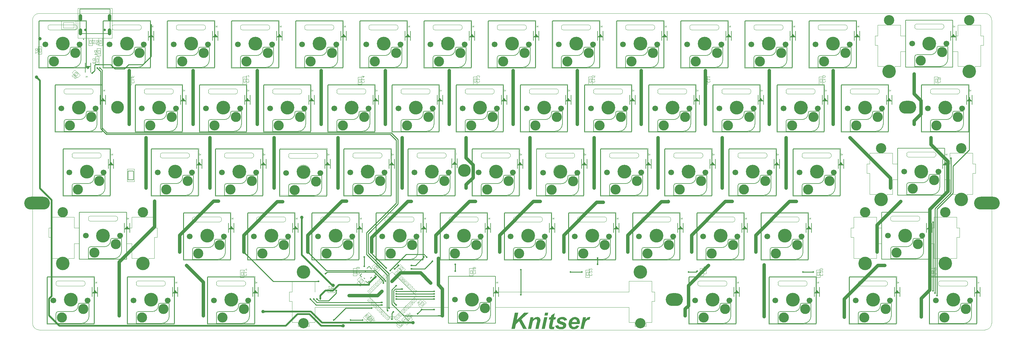
<source format=gtl>
G04*
G04 #@! TF.GenerationSoftware,Altium Limited,Altium Designer,20.1.14 (287)*
G04*
G04 Layer_Physical_Order=1*
G04 Layer_Color=255*
%FSLAX44Y44*%
%MOMM*%
G71*
G04*
G04 #@! TF.SameCoordinates,5C55B924-89DB-47C2-A849-1888EFE622F2*
G04*
G04*
G04 #@! TF.FilePolarity,Positive*
G04*
G01*
G75*
%ADD10C,0.0127*%
%ADD11C,0.1000*%
%ADD12C,0.0130*%
%ADD13C,0.0000*%
%ADD14C,0.1501*%
%ADD15C,0.1270*%
%ADD16C,0.2000*%
%ADD17C,0.0500*%
%ADD27C,1.0000*%
%ADD28C,0.2540*%
%ADD29C,0.5000*%
%ADD30C,4.0000*%
%ADD31C,3.0500*%
%ADD32C,3.0000*%
%ADD33C,1.7000*%
%ADD34O,1.0500X2.1000*%
%ADD35C,0.7000*%
%ADD36O,7.6200X3.8100*%
%ADD37O,5.0800X3.8100*%
%ADD38C,3.8100*%
%ADD39C,1.0000*%
%ADD40C,0.5000*%
G36*
X-113544Y-35761D02*
X-113501Y-35782D01*
X-113469Y-35803D01*
X-113458Y-35814D01*
X-113415Y-35879D01*
X-113404Y-35954D01*
X-113393Y-36018D01*
Y-36556D01*
X-113179Y-36641D01*
X-112985Y-36727D01*
X-112813Y-36792D01*
X-112652Y-36867D01*
X-112512Y-36921D01*
X-112383Y-36975D01*
X-112276Y-37028D01*
X-112179Y-37071D01*
X-112104Y-37104D01*
X-112040Y-37136D01*
X-111986Y-37168D01*
X-111943Y-37189D01*
X-111911Y-37200D01*
X-111889Y-37211D01*
X-111868Y-37222D01*
X-111664Y-37340D01*
X-111481Y-37458D01*
X-111331Y-37566D01*
X-111202Y-37662D01*
X-111105Y-37748D01*
X-111030Y-37823D01*
X-110987Y-37866D01*
X-110976Y-37877D01*
X-110869Y-38006D01*
X-110761Y-38146D01*
X-110675Y-38296D01*
X-110600Y-38425D01*
X-110546Y-38543D01*
X-110492Y-38640D01*
X-110471Y-38704D01*
X-110460Y-38715D01*
Y-38726D01*
X-108387Y-36427D01*
Y-36265D01*
X-108376Y-36169D01*
X-108354Y-36104D01*
X-108344Y-36061D01*
X-108333Y-36051D01*
X-108290Y-36008D01*
X-108236Y-35986D01*
X-108193Y-35975D01*
X-108182D01*
X-108118Y-35986D01*
X-108075Y-36008D01*
X-108043Y-36040D01*
X-108032Y-36051D01*
X-107989Y-36115D01*
X-107978Y-36179D01*
X-107968Y-36244D01*
Y-37501D01*
X-107978Y-37608D01*
X-108000Y-37673D01*
X-108021Y-37716D01*
X-108032Y-37727D01*
X-108075Y-37759D01*
X-108129Y-37780D01*
X-108161Y-37791D01*
X-108182D01*
X-108247Y-37780D01*
X-108290Y-37759D01*
X-108322Y-37737D01*
X-108333Y-37727D01*
X-108365Y-37662D01*
X-108376Y-37587D01*
X-108387Y-37522D01*
Y-37050D01*
X-110976Y-39918D01*
X-108387D01*
Y-39145D01*
X-108376Y-39048D01*
X-108354Y-38984D01*
X-108344Y-38941D01*
X-108333Y-38930D01*
X-108290Y-38887D01*
X-108236Y-38865D01*
X-108193Y-38855D01*
X-108182D01*
X-108118Y-38865D01*
X-108075Y-38887D01*
X-108043Y-38919D01*
X-108032Y-38930D01*
X-107989Y-38995D01*
X-107978Y-39059D01*
X-107968Y-39123D01*
Y-40896D01*
X-107978Y-41004D01*
X-108000Y-41068D01*
X-108021Y-41111D01*
X-108032Y-41122D01*
X-108075Y-41154D01*
X-108129Y-41175D01*
X-108161Y-41186D01*
X-108182D01*
X-108247Y-41175D01*
X-108290Y-41154D01*
X-108322Y-41133D01*
X-108333Y-41122D01*
X-108365Y-41057D01*
X-108376Y-40982D01*
X-108387Y-40918D01*
Y-40338D01*
X-113393D01*
Y-40896D01*
X-113404Y-41004D01*
X-113426Y-41068D01*
X-113447Y-41111D01*
X-113458Y-41122D01*
X-113501Y-41154D01*
X-113555Y-41175D01*
X-113587Y-41186D01*
X-113608D01*
X-113673Y-41175D01*
X-113716Y-41154D01*
X-113748Y-41133D01*
X-113759Y-41122D01*
X-113791Y-41057D01*
X-113802Y-40982D01*
X-113813Y-40918D01*
Y-39145D01*
X-113802Y-39048D01*
X-113780Y-38984D01*
X-113770Y-38941D01*
X-113759Y-38930D01*
X-113705Y-38887D01*
X-113662Y-38865D01*
X-113619Y-38855D01*
X-113608D01*
X-113544Y-38865D01*
X-113501Y-38887D01*
X-113469Y-38919D01*
X-113458Y-38930D01*
X-113415Y-38995D01*
X-113404Y-39059D01*
X-113393Y-39123D01*
Y-39918D01*
X-111535D01*
X-110772Y-39080D01*
X-110858Y-38833D01*
X-110965Y-38618D01*
X-111094Y-38425D01*
X-111212Y-38264D01*
X-111320Y-38135D01*
X-111406Y-38038D01*
X-111470Y-37974D01*
X-111481Y-37952D01*
X-111492D01*
X-111599Y-37866D01*
X-111739Y-37770D01*
X-111900Y-37684D01*
X-112072Y-37587D01*
X-112255Y-37490D01*
X-112448Y-37404D01*
X-112845Y-37232D01*
X-113039Y-37146D01*
X-113211Y-37071D01*
X-113383Y-37007D01*
X-113522Y-36953D01*
X-113641Y-36910D01*
X-113737Y-36878D01*
X-113791Y-36856D01*
X-113813Y-36846D01*
Y-36040D01*
X-113802Y-35932D01*
X-113780Y-35868D01*
X-113770Y-35825D01*
X-113759Y-35814D01*
X-113705Y-35771D01*
X-113662Y-35761D01*
X-113619Y-35750D01*
X-113608D01*
X-113544Y-35761D01*
D02*
G37*
G36*
X-399294D02*
X-399251Y-35782D01*
X-399219Y-35803D01*
X-399208Y-35814D01*
X-399165Y-35879D01*
X-399154Y-35954D01*
X-399143Y-36018D01*
Y-36556D01*
X-398929Y-36641D01*
X-398735Y-36727D01*
X-398563Y-36792D01*
X-398402Y-36867D01*
X-398262Y-36921D01*
X-398134Y-36975D01*
X-398026Y-37028D01*
X-397929Y-37071D01*
X-397854Y-37104D01*
X-397790Y-37136D01*
X-397736Y-37168D01*
X-397693Y-37189D01*
X-397661Y-37200D01*
X-397639Y-37211D01*
X-397618Y-37222D01*
X-397414Y-37340D01*
X-397231Y-37458D01*
X-397081Y-37566D01*
X-396952Y-37662D01*
X-396855Y-37748D01*
X-396780Y-37823D01*
X-396737Y-37866D01*
X-396726Y-37877D01*
X-396619Y-38006D01*
X-396511Y-38146D01*
X-396425Y-38296D01*
X-396350Y-38425D01*
X-396296Y-38543D01*
X-396242Y-38640D01*
X-396221Y-38704D01*
X-396210Y-38715D01*
Y-38726D01*
X-394137Y-36427D01*
Y-36265D01*
X-394126Y-36169D01*
X-394104Y-36104D01*
X-394094Y-36061D01*
X-394083Y-36051D01*
X-394040Y-36008D01*
X-393986Y-35986D01*
X-393943Y-35975D01*
X-393932D01*
X-393868Y-35986D01*
X-393825Y-36008D01*
X-393793Y-36040D01*
X-393782Y-36051D01*
X-393739Y-36115D01*
X-393728Y-36179D01*
X-393718Y-36244D01*
Y-37501D01*
X-393728Y-37608D01*
X-393750Y-37673D01*
X-393771Y-37716D01*
X-393782Y-37727D01*
X-393825Y-37759D01*
X-393879Y-37780D01*
X-393911Y-37791D01*
X-393932D01*
X-393997Y-37780D01*
X-394040Y-37759D01*
X-394072Y-37737D01*
X-394083Y-37727D01*
X-394115Y-37662D01*
X-394126Y-37587D01*
X-394137Y-37522D01*
Y-37050D01*
X-396726Y-39918D01*
X-394137D01*
Y-39145D01*
X-394126Y-39048D01*
X-394104Y-38984D01*
X-394094Y-38941D01*
X-394083Y-38930D01*
X-394040Y-38887D01*
X-393986Y-38865D01*
X-393943Y-38855D01*
X-393932D01*
X-393868Y-38865D01*
X-393825Y-38887D01*
X-393793Y-38919D01*
X-393782Y-38930D01*
X-393739Y-38995D01*
X-393728Y-39059D01*
X-393718Y-39123D01*
Y-40896D01*
X-393728Y-41004D01*
X-393750Y-41068D01*
X-393771Y-41111D01*
X-393782Y-41122D01*
X-393825Y-41154D01*
X-393879Y-41175D01*
X-393911Y-41186D01*
X-393932D01*
X-393997Y-41175D01*
X-394040Y-41154D01*
X-394072Y-41133D01*
X-394083Y-41122D01*
X-394115Y-41057D01*
X-394126Y-40982D01*
X-394137Y-40918D01*
Y-40338D01*
X-399143D01*
Y-40896D01*
X-399154Y-41004D01*
X-399176Y-41068D01*
X-399197Y-41111D01*
X-399208Y-41122D01*
X-399251Y-41154D01*
X-399305Y-41175D01*
X-399337Y-41186D01*
X-399358D01*
X-399423Y-41175D01*
X-399466Y-41154D01*
X-399498Y-41133D01*
X-399509Y-41122D01*
X-399541Y-41057D01*
X-399552Y-40982D01*
X-399562Y-40918D01*
Y-39145D01*
X-399552Y-39048D01*
X-399530Y-38984D01*
X-399520Y-38941D01*
X-399509Y-38930D01*
X-399455Y-38887D01*
X-399412Y-38865D01*
X-399369Y-38855D01*
X-399358D01*
X-399294Y-38865D01*
X-399251Y-38887D01*
X-399219Y-38919D01*
X-399208Y-38930D01*
X-399165Y-38995D01*
X-399154Y-39059D01*
X-399143Y-39123D01*
Y-39918D01*
X-397285D01*
X-396522Y-39080D01*
X-396608Y-38833D01*
X-396715Y-38618D01*
X-396844Y-38425D01*
X-396962Y-38264D01*
X-397070Y-38135D01*
X-397156Y-38038D01*
X-397220Y-37974D01*
X-397231Y-37952D01*
X-397242D01*
X-397349Y-37866D01*
X-397489Y-37770D01*
X-397650Y-37684D01*
X-397822Y-37587D01*
X-398005Y-37490D01*
X-398198Y-37404D01*
X-398596Y-37232D01*
X-398789Y-37146D01*
X-398961Y-37071D01*
X-399133Y-37007D01*
X-399272Y-36953D01*
X-399391Y-36910D01*
X-399487Y-36878D01*
X-399541Y-36856D01*
X-399562Y-36846D01*
Y-36040D01*
X-399552Y-35932D01*
X-399530Y-35868D01*
X-399520Y-35825D01*
X-399509Y-35814D01*
X-399455Y-35771D01*
X-399412Y-35761D01*
X-399369Y-35750D01*
X-399358D01*
X-399294Y-35761D01*
D02*
G37*
G36*
X-589794D02*
X-589751Y-35782D01*
X-589719Y-35803D01*
X-589708Y-35814D01*
X-589665Y-35879D01*
X-589654Y-35954D01*
X-589644Y-36018D01*
Y-36556D01*
X-589429Y-36641D01*
X-589235Y-36727D01*
X-589063Y-36792D01*
X-588902Y-36867D01*
X-588762Y-36921D01*
X-588633Y-36975D01*
X-588526Y-37028D01*
X-588429Y-37071D01*
X-588354Y-37104D01*
X-588290Y-37136D01*
X-588236Y-37168D01*
X-588193Y-37189D01*
X-588161Y-37200D01*
X-588139Y-37211D01*
X-588118Y-37222D01*
X-587914Y-37340D01*
X-587731Y-37458D01*
X-587581Y-37566D01*
X-587452Y-37662D01*
X-587355Y-37748D01*
X-587280Y-37823D01*
X-587237Y-37866D01*
X-587226Y-37877D01*
X-587119Y-38006D01*
X-587011Y-38146D01*
X-586925Y-38296D01*
X-586850Y-38425D01*
X-586796Y-38543D01*
X-586743Y-38640D01*
X-586721Y-38704D01*
X-586710Y-38715D01*
Y-38726D01*
X-584637Y-36427D01*
Y-36265D01*
X-584626Y-36169D01*
X-584604Y-36104D01*
X-584594Y-36061D01*
X-584583Y-36051D01*
X-584540Y-36008D01*
X-584486Y-35986D01*
X-584443Y-35975D01*
X-584432D01*
X-584368Y-35986D01*
X-584325Y-36008D01*
X-584293Y-36040D01*
X-584282Y-36051D01*
X-584239Y-36115D01*
X-584228Y-36179D01*
X-584218Y-36244D01*
Y-37501D01*
X-584228Y-37608D01*
X-584250Y-37673D01*
X-584271Y-37716D01*
X-584282Y-37727D01*
X-584325Y-37759D01*
X-584379Y-37780D01*
X-584411Y-37791D01*
X-584432D01*
X-584497Y-37780D01*
X-584540Y-37759D01*
X-584572Y-37737D01*
X-584583Y-37727D01*
X-584615Y-37662D01*
X-584626Y-37587D01*
X-584637Y-37522D01*
Y-37050D01*
X-587226Y-39918D01*
X-584637D01*
Y-39145D01*
X-584626Y-39048D01*
X-584604Y-38984D01*
X-584594Y-38941D01*
X-584583Y-38930D01*
X-584540Y-38887D01*
X-584486Y-38865D01*
X-584443Y-38855D01*
X-584432D01*
X-584368Y-38865D01*
X-584325Y-38887D01*
X-584293Y-38919D01*
X-584282Y-38930D01*
X-584239Y-38995D01*
X-584228Y-39059D01*
X-584218Y-39123D01*
Y-40896D01*
X-584228Y-41004D01*
X-584250Y-41068D01*
X-584271Y-41111D01*
X-584282Y-41122D01*
X-584325Y-41154D01*
X-584379Y-41175D01*
X-584411Y-41186D01*
X-584432D01*
X-584497Y-41175D01*
X-584540Y-41154D01*
X-584572Y-41133D01*
X-584583Y-41122D01*
X-584615Y-41057D01*
X-584626Y-40982D01*
X-584637Y-40918D01*
Y-40338D01*
X-589644D01*
Y-40896D01*
X-589654Y-41004D01*
X-589676Y-41068D01*
X-589697Y-41111D01*
X-589708Y-41122D01*
X-589751Y-41154D01*
X-589805Y-41175D01*
X-589837Y-41186D01*
X-589858D01*
X-589923Y-41175D01*
X-589966Y-41154D01*
X-589998Y-41133D01*
X-590009Y-41122D01*
X-590041Y-41057D01*
X-590052Y-40982D01*
X-590062Y-40918D01*
Y-39145D01*
X-590052Y-39048D01*
X-590030Y-38984D01*
X-590019Y-38941D01*
X-590009Y-38930D01*
X-589955Y-38887D01*
X-589912Y-38865D01*
X-589869Y-38855D01*
X-589858D01*
X-589794Y-38865D01*
X-589751Y-38887D01*
X-589719Y-38919D01*
X-589708Y-38930D01*
X-589665Y-38995D01*
X-589654Y-39059D01*
X-589644Y-39123D01*
Y-39918D01*
X-587785D01*
X-587022Y-39080D01*
X-587108Y-38833D01*
X-587215Y-38618D01*
X-587344Y-38425D01*
X-587462Y-38264D01*
X-587570Y-38135D01*
X-587656Y-38038D01*
X-587720Y-37974D01*
X-587731Y-37952D01*
X-587742D01*
X-587849Y-37866D01*
X-587989Y-37770D01*
X-588150Y-37684D01*
X-588322Y-37587D01*
X-588505Y-37490D01*
X-588698Y-37404D01*
X-589095Y-37232D01*
X-589289Y-37146D01*
X-589461Y-37071D01*
X-589633Y-37007D01*
X-589772Y-36953D01*
X-589891Y-36910D01*
X-589987Y-36878D01*
X-590041Y-36856D01*
X-590062Y-36846D01*
Y-36040D01*
X-590052Y-35932D01*
X-590030Y-35868D01*
X-590019Y-35825D01*
X-590009Y-35814D01*
X-589955Y-35771D01*
X-589912Y-35761D01*
X-589869Y-35750D01*
X-589858D01*
X-589794Y-35761D01*
D02*
G37*
G36*
X-780294D02*
X-780251Y-35782D01*
X-780219Y-35803D01*
X-780208Y-35814D01*
X-780165Y-35879D01*
X-780154Y-35954D01*
X-780144Y-36018D01*
Y-36556D01*
X-779929Y-36641D01*
X-779735Y-36727D01*
X-779563Y-36792D01*
X-779402Y-36867D01*
X-779262Y-36921D01*
X-779134Y-36975D01*
X-779026Y-37028D01*
X-778929Y-37071D01*
X-778854Y-37104D01*
X-778790Y-37136D01*
X-778736Y-37168D01*
X-778693Y-37189D01*
X-778661Y-37200D01*
X-778639Y-37211D01*
X-778618Y-37222D01*
X-778414Y-37340D01*
X-778231Y-37458D01*
X-778081Y-37566D01*
X-777952Y-37662D01*
X-777855Y-37748D01*
X-777780Y-37823D01*
X-777737Y-37866D01*
X-777726Y-37877D01*
X-777619Y-38006D01*
X-777511Y-38146D01*
X-777425Y-38296D01*
X-777350Y-38425D01*
X-777296Y-38543D01*
X-777243Y-38640D01*
X-777221Y-38704D01*
X-777210Y-38715D01*
Y-38726D01*
X-775137Y-36427D01*
Y-36265D01*
X-775126Y-36169D01*
X-775104Y-36104D01*
X-775094Y-36061D01*
X-775083Y-36051D01*
X-775040Y-36008D01*
X-774986Y-35986D01*
X-774943Y-35975D01*
X-774932D01*
X-774868Y-35986D01*
X-774825Y-36008D01*
X-774793Y-36040D01*
X-774782Y-36051D01*
X-774739Y-36115D01*
X-774728Y-36179D01*
X-774718Y-36244D01*
Y-37501D01*
X-774728Y-37608D01*
X-774750Y-37673D01*
X-774771Y-37716D01*
X-774782Y-37727D01*
X-774825Y-37759D01*
X-774879Y-37780D01*
X-774911Y-37791D01*
X-774932D01*
X-774997Y-37780D01*
X-775040Y-37759D01*
X-775072Y-37737D01*
X-775083Y-37727D01*
X-775115Y-37662D01*
X-775126Y-37587D01*
X-775137Y-37522D01*
Y-37050D01*
X-777726Y-39918D01*
X-775137D01*
Y-39145D01*
X-775126Y-39048D01*
X-775104Y-38984D01*
X-775094Y-38941D01*
X-775083Y-38930D01*
X-775040Y-38887D01*
X-774986Y-38865D01*
X-774943Y-38855D01*
X-774932D01*
X-774868Y-38865D01*
X-774825Y-38887D01*
X-774793Y-38919D01*
X-774782Y-38930D01*
X-774739Y-38995D01*
X-774728Y-39059D01*
X-774718Y-39123D01*
Y-40896D01*
X-774728Y-41004D01*
X-774750Y-41068D01*
X-774771Y-41111D01*
X-774782Y-41122D01*
X-774825Y-41154D01*
X-774879Y-41175D01*
X-774911Y-41186D01*
X-774932D01*
X-774997Y-41175D01*
X-775040Y-41154D01*
X-775072Y-41133D01*
X-775083Y-41122D01*
X-775115Y-41057D01*
X-775126Y-40982D01*
X-775137Y-40918D01*
Y-40338D01*
X-780144D01*
Y-40896D01*
X-780154Y-41004D01*
X-780176Y-41068D01*
X-780197Y-41111D01*
X-780208Y-41122D01*
X-780251Y-41154D01*
X-780305Y-41175D01*
X-780337Y-41186D01*
X-780358D01*
X-780423Y-41175D01*
X-780466Y-41154D01*
X-780498Y-41133D01*
X-780509Y-41122D01*
X-780541Y-41057D01*
X-780552Y-40982D01*
X-780563Y-40918D01*
Y-39145D01*
X-780552Y-39048D01*
X-780530Y-38984D01*
X-780519Y-38941D01*
X-780509Y-38930D01*
X-780455Y-38887D01*
X-780412Y-38865D01*
X-780369Y-38855D01*
X-780358D01*
X-780294Y-38865D01*
X-780251Y-38887D01*
X-780219Y-38919D01*
X-780208Y-38930D01*
X-780165Y-38995D01*
X-780154Y-39059D01*
X-780144Y-39123D01*
Y-39918D01*
X-778285D01*
X-777522Y-39080D01*
X-777608Y-38833D01*
X-777715Y-38618D01*
X-777844Y-38425D01*
X-777962Y-38264D01*
X-778070Y-38135D01*
X-778156Y-38038D01*
X-778220Y-37974D01*
X-778231Y-37952D01*
X-778242D01*
X-778349Y-37866D01*
X-778489Y-37770D01*
X-778650Y-37684D01*
X-778822Y-37587D01*
X-779005Y-37490D01*
X-779198Y-37404D01*
X-779595Y-37232D01*
X-779789Y-37146D01*
X-779961Y-37071D01*
X-780133Y-37007D01*
X-780272Y-36953D01*
X-780391Y-36910D01*
X-780487Y-36878D01*
X-780541Y-36856D01*
X-780563Y-36846D01*
Y-36040D01*
X-780552Y-35932D01*
X-780530Y-35868D01*
X-780519Y-35825D01*
X-780509Y-35814D01*
X-780455Y-35771D01*
X-780412Y-35761D01*
X-780369Y-35750D01*
X-780358D01*
X-780294Y-35761D01*
D02*
G37*
G36*
X-970794D02*
X-970751Y-35782D01*
X-970719Y-35803D01*
X-970708Y-35814D01*
X-970665Y-35879D01*
X-970654Y-35954D01*
X-970643Y-36018D01*
Y-36556D01*
X-970429Y-36641D01*
X-970235Y-36727D01*
X-970063Y-36792D01*
X-969902Y-36867D01*
X-969762Y-36921D01*
X-969633Y-36975D01*
X-969526Y-37028D01*
X-969429Y-37071D01*
X-969354Y-37104D01*
X-969290Y-37136D01*
X-969236Y-37168D01*
X-969193Y-37189D01*
X-969161Y-37200D01*
X-969139Y-37211D01*
X-969118Y-37222D01*
X-968914Y-37340D01*
X-968731Y-37458D01*
X-968581Y-37566D01*
X-968452Y-37662D01*
X-968355Y-37748D01*
X-968280Y-37823D01*
X-968237Y-37866D01*
X-968226Y-37877D01*
X-968119Y-38006D01*
X-968011Y-38146D01*
X-967925Y-38296D01*
X-967850Y-38425D01*
X-967796Y-38543D01*
X-967742Y-38640D01*
X-967721Y-38704D01*
X-967710Y-38715D01*
Y-38726D01*
X-965637Y-36427D01*
Y-36265D01*
X-965626Y-36169D01*
X-965604Y-36104D01*
X-965594Y-36061D01*
X-965583Y-36051D01*
X-965540Y-36008D01*
X-965486Y-35986D01*
X-965443Y-35975D01*
X-965433D01*
X-965368Y-35986D01*
X-965325Y-36008D01*
X-965293Y-36040D01*
X-965282Y-36051D01*
X-965239Y-36115D01*
X-965228Y-36179D01*
X-965218Y-36244D01*
Y-37501D01*
X-965228Y-37608D01*
X-965250Y-37673D01*
X-965271Y-37716D01*
X-965282Y-37727D01*
X-965325Y-37759D01*
X-965379Y-37780D01*
X-965411Y-37791D01*
X-965433D01*
X-965497Y-37780D01*
X-965540Y-37759D01*
X-965572Y-37737D01*
X-965583Y-37727D01*
X-965615Y-37662D01*
X-965626Y-37587D01*
X-965637Y-37522D01*
Y-37050D01*
X-968226Y-39918D01*
X-965637D01*
Y-39145D01*
X-965626Y-39048D01*
X-965604Y-38984D01*
X-965594Y-38941D01*
X-965583Y-38930D01*
X-965540Y-38887D01*
X-965486Y-38865D01*
X-965443Y-38855D01*
X-965433D01*
X-965368Y-38865D01*
X-965325Y-38887D01*
X-965293Y-38919D01*
X-965282Y-38930D01*
X-965239Y-38995D01*
X-965228Y-39059D01*
X-965218Y-39123D01*
Y-40896D01*
X-965228Y-41004D01*
X-965250Y-41068D01*
X-965271Y-41111D01*
X-965282Y-41122D01*
X-965325Y-41154D01*
X-965379Y-41175D01*
X-965411Y-41186D01*
X-965433D01*
X-965497Y-41175D01*
X-965540Y-41154D01*
X-965572Y-41133D01*
X-965583Y-41122D01*
X-965615Y-41057D01*
X-965626Y-40982D01*
X-965637Y-40918D01*
Y-40338D01*
X-970643D01*
Y-40896D01*
X-970654Y-41004D01*
X-970676Y-41068D01*
X-970697Y-41111D01*
X-970708Y-41122D01*
X-970751Y-41154D01*
X-970805Y-41175D01*
X-970837Y-41186D01*
X-970858D01*
X-970923Y-41175D01*
X-970966Y-41154D01*
X-970998Y-41133D01*
X-971009Y-41122D01*
X-971041Y-41057D01*
X-971052Y-40982D01*
X-971062Y-40918D01*
Y-39145D01*
X-971052Y-39048D01*
X-971030Y-38984D01*
X-971020Y-38941D01*
X-971009Y-38930D01*
X-970955Y-38887D01*
X-970912Y-38865D01*
X-970869Y-38855D01*
X-970858D01*
X-970794Y-38865D01*
X-970751Y-38887D01*
X-970719Y-38919D01*
X-970708Y-38930D01*
X-970665Y-38995D01*
X-970654Y-39059D01*
X-970643Y-39123D01*
Y-39918D01*
X-968785D01*
X-968022Y-39080D01*
X-968108Y-38833D01*
X-968215Y-38618D01*
X-968344Y-38425D01*
X-968462Y-38264D01*
X-968570Y-38135D01*
X-968656Y-38038D01*
X-968720Y-37974D01*
X-968731Y-37952D01*
X-968742D01*
X-968849Y-37866D01*
X-968989Y-37770D01*
X-969150Y-37684D01*
X-969322Y-37587D01*
X-969505Y-37490D01*
X-969698Y-37404D01*
X-970096Y-37232D01*
X-970289Y-37146D01*
X-970461Y-37071D01*
X-970633Y-37007D01*
X-970772Y-36953D01*
X-970891Y-36910D01*
X-970987Y-36878D01*
X-971041Y-36856D01*
X-971062Y-36846D01*
Y-36040D01*
X-971052Y-35932D01*
X-971030Y-35868D01*
X-971020Y-35825D01*
X-971009Y-35814D01*
X-970955Y-35771D01*
X-970912Y-35761D01*
X-970869Y-35750D01*
X-970858D01*
X-970794Y-35761D01*
D02*
G37*
G36*
X-1161294D02*
X-1161251Y-35782D01*
X-1161219Y-35803D01*
X-1161208Y-35814D01*
X-1161165Y-35879D01*
X-1161154Y-35954D01*
X-1161143Y-36018D01*
Y-36556D01*
X-1160929Y-36641D01*
X-1160735Y-36727D01*
X-1160563Y-36792D01*
X-1160402Y-36867D01*
X-1160262Y-36921D01*
X-1160134Y-36975D01*
X-1160026Y-37028D01*
X-1159929Y-37071D01*
X-1159854Y-37104D01*
X-1159790Y-37136D01*
X-1159736Y-37168D01*
X-1159693Y-37189D01*
X-1159661Y-37200D01*
X-1159639Y-37211D01*
X-1159618Y-37222D01*
X-1159414Y-37340D01*
X-1159231Y-37458D01*
X-1159081Y-37566D01*
X-1158952Y-37662D01*
X-1158855Y-37748D01*
X-1158780Y-37823D01*
X-1158737Y-37866D01*
X-1158726Y-37877D01*
X-1158619Y-38006D01*
X-1158511Y-38146D01*
X-1158425Y-38296D01*
X-1158350Y-38425D01*
X-1158296Y-38543D01*
X-1158242Y-38640D01*
X-1158221Y-38704D01*
X-1158210Y-38715D01*
Y-38726D01*
X-1156137Y-36427D01*
Y-36265D01*
X-1156126Y-36169D01*
X-1156104Y-36104D01*
X-1156094Y-36061D01*
X-1156083Y-36051D01*
X-1156040Y-36008D01*
X-1155986Y-35986D01*
X-1155943Y-35975D01*
X-1155932D01*
X-1155868Y-35986D01*
X-1155825Y-36008D01*
X-1155793Y-36040D01*
X-1155782Y-36051D01*
X-1155739Y-36115D01*
X-1155728Y-36179D01*
X-1155718Y-36244D01*
Y-37501D01*
X-1155728Y-37608D01*
X-1155750Y-37673D01*
X-1155771Y-37716D01*
X-1155782Y-37727D01*
X-1155825Y-37759D01*
X-1155879Y-37780D01*
X-1155911Y-37791D01*
X-1155932D01*
X-1155997Y-37780D01*
X-1156040Y-37759D01*
X-1156072Y-37737D01*
X-1156083Y-37727D01*
X-1156115Y-37662D01*
X-1156126Y-37587D01*
X-1156137Y-37522D01*
Y-37050D01*
X-1158726Y-39918D01*
X-1156137D01*
Y-39145D01*
X-1156126Y-39048D01*
X-1156104Y-38984D01*
X-1156094Y-38941D01*
X-1156083Y-38930D01*
X-1156040Y-38887D01*
X-1155986Y-38865D01*
X-1155943Y-38855D01*
X-1155932D01*
X-1155868Y-38865D01*
X-1155825Y-38887D01*
X-1155793Y-38919D01*
X-1155782Y-38930D01*
X-1155739Y-38995D01*
X-1155728Y-39059D01*
X-1155718Y-39123D01*
Y-40896D01*
X-1155728Y-41004D01*
X-1155750Y-41068D01*
X-1155771Y-41111D01*
X-1155782Y-41122D01*
X-1155825Y-41154D01*
X-1155879Y-41175D01*
X-1155911Y-41186D01*
X-1155932D01*
X-1155997Y-41175D01*
X-1156040Y-41154D01*
X-1156072Y-41133D01*
X-1156083Y-41122D01*
X-1156115Y-41057D01*
X-1156126Y-40982D01*
X-1156137Y-40918D01*
Y-40338D01*
X-1161143D01*
Y-40896D01*
X-1161154Y-41004D01*
X-1161176Y-41068D01*
X-1161197Y-41111D01*
X-1161208Y-41122D01*
X-1161251Y-41154D01*
X-1161305Y-41175D01*
X-1161337Y-41186D01*
X-1161358D01*
X-1161423Y-41175D01*
X-1161466Y-41154D01*
X-1161498Y-41133D01*
X-1161509Y-41122D01*
X-1161541Y-41057D01*
X-1161552Y-40982D01*
X-1161562Y-40918D01*
Y-39145D01*
X-1161552Y-39048D01*
X-1161530Y-38984D01*
X-1161519Y-38941D01*
X-1161509Y-38930D01*
X-1161455Y-38887D01*
X-1161412Y-38865D01*
X-1161369Y-38855D01*
X-1161358D01*
X-1161294Y-38865D01*
X-1161251Y-38887D01*
X-1161219Y-38919D01*
X-1161208Y-38930D01*
X-1161165Y-38995D01*
X-1161154Y-39059D01*
X-1161143Y-39123D01*
Y-39918D01*
X-1159285D01*
X-1158522Y-39080D01*
X-1158608Y-38833D01*
X-1158715Y-38618D01*
X-1158844Y-38425D01*
X-1158962Y-38264D01*
X-1159070Y-38135D01*
X-1159156Y-38038D01*
X-1159220Y-37974D01*
X-1159231Y-37952D01*
X-1159242D01*
X-1159349Y-37866D01*
X-1159489Y-37770D01*
X-1159650Y-37684D01*
X-1159822Y-37587D01*
X-1160005Y-37490D01*
X-1160198Y-37404D01*
X-1160595Y-37232D01*
X-1160789Y-37146D01*
X-1160961Y-37071D01*
X-1161133Y-37007D01*
X-1161272Y-36953D01*
X-1161391Y-36910D01*
X-1161487Y-36878D01*
X-1161541Y-36856D01*
X-1161562Y-36846D01*
Y-36040D01*
X-1161552Y-35932D01*
X-1161530Y-35868D01*
X-1161519Y-35825D01*
X-1161509Y-35814D01*
X-1161455Y-35771D01*
X-1161412Y-35761D01*
X-1161369Y-35750D01*
X-1161358D01*
X-1161294Y-35761D01*
D02*
G37*
G36*
X-1351794D02*
X-1351751Y-35782D01*
X-1351719Y-35803D01*
X-1351708Y-35814D01*
X-1351665Y-35879D01*
X-1351654Y-35954D01*
X-1351644Y-36018D01*
Y-36556D01*
X-1351429Y-36641D01*
X-1351235Y-36727D01*
X-1351063Y-36792D01*
X-1350902Y-36867D01*
X-1350762Y-36921D01*
X-1350634Y-36975D01*
X-1350526Y-37028D01*
X-1350429Y-37071D01*
X-1350354Y-37104D01*
X-1350290Y-37136D01*
X-1350236Y-37168D01*
X-1350193Y-37189D01*
X-1350161Y-37200D01*
X-1350139Y-37211D01*
X-1350118Y-37222D01*
X-1349914Y-37340D01*
X-1349731Y-37458D01*
X-1349581Y-37566D01*
X-1349452Y-37662D01*
X-1349355Y-37748D01*
X-1349280Y-37823D01*
X-1349237Y-37866D01*
X-1349226Y-37877D01*
X-1349119Y-38006D01*
X-1349011Y-38146D01*
X-1348925Y-38296D01*
X-1348850Y-38425D01*
X-1348796Y-38543D01*
X-1348743Y-38640D01*
X-1348721Y-38704D01*
X-1348710Y-38715D01*
Y-38726D01*
X-1346637Y-36427D01*
Y-36265D01*
X-1346626Y-36169D01*
X-1346604Y-36104D01*
X-1346594Y-36061D01*
X-1346583Y-36051D01*
X-1346540Y-36008D01*
X-1346486Y-35986D01*
X-1346443Y-35975D01*
X-1346432D01*
X-1346368Y-35986D01*
X-1346325Y-36008D01*
X-1346293Y-36040D01*
X-1346282Y-36051D01*
X-1346239Y-36115D01*
X-1346228Y-36179D01*
X-1346218Y-36244D01*
Y-37501D01*
X-1346228Y-37608D01*
X-1346250Y-37673D01*
X-1346271Y-37716D01*
X-1346282Y-37727D01*
X-1346325Y-37759D01*
X-1346379Y-37780D01*
X-1346411Y-37791D01*
X-1346432D01*
X-1346497Y-37780D01*
X-1346540Y-37759D01*
X-1346572Y-37737D01*
X-1346583Y-37727D01*
X-1346615Y-37662D01*
X-1346626Y-37587D01*
X-1346637Y-37522D01*
Y-37050D01*
X-1349226Y-39918D01*
X-1346637D01*
Y-39145D01*
X-1346626Y-39048D01*
X-1346604Y-38984D01*
X-1346594Y-38941D01*
X-1346583Y-38930D01*
X-1346540Y-38887D01*
X-1346486Y-38865D01*
X-1346443Y-38855D01*
X-1346432D01*
X-1346368Y-38865D01*
X-1346325Y-38887D01*
X-1346293Y-38919D01*
X-1346282Y-38930D01*
X-1346239Y-38995D01*
X-1346228Y-39059D01*
X-1346218Y-39123D01*
Y-40896D01*
X-1346228Y-41004D01*
X-1346250Y-41068D01*
X-1346271Y-41111D01*
X-1346282Y-41122D01*
X-1346325Y-41154D01*
X-1346379Y-41175D01*
X-1346411Y-41186D01*
X-1346432D01*
X-1346497Y-41175D01*
X-1346540Y-41154D01*
X-1346572Y-41133D01*
X-1346583Y-41122D01*
X-1346615Y-41057D01*
X-1346626Y-40982D01*
X-1346637Y-40918D01*
Y-40338D01*
X-1351644D01*
Y-40896D01*
X-1351654Y-41004D01*
X-1351676Y-41068D01*
X-1351697Y-41111D01*
X-1351708Y-41122D01*
X-1351751Y-41154D01*
X-1351805Y-41175D01*
X-1351837Y-41186D01*
X-1351858D01*
X-1351923Y-41175D01*
X-1351966Y-41154D01*
X-1351998Y-41133D01*
X-1352009Y-41122D01*
X-1352041Y-41057D01*
X-1352052Y-40982D01*
X-1352063Y-40918D01*
Y-39145D01*
X-1352052Y-39048D01*
X-1352030Y-38984D01*
X-1352020Y-38941D01*
X-1352009Y-38930D01*
X-1351955Y-38887D01*
X-1351912Y-38865D01*
X-1351869Y-38855D01*
X-1351858D01*
X-1351794Y-38865D01*
X-1351751Y-38887D01*
X-1351719Y-38919D01*
X-1351708Y-38930D01*
X-1351665Y-38995D01*
X-1351654Y-39059D01*
X-1351644Y-39123D01*
Y-39918D01*
X-1349785D01*
X-1349022Y-39080D01*
X-1349108Y-38833D01*
X-1349215Y-38618D01*
X-1349344Y-38425D01*
X-1349462Y-38264D01*
X-1349570Y-38135D01*
X-1349656Y-38038D01*
X-1349720Y-37974D01*
X-1349731Y-37952D01*
X-1349742D01*
X-1349849Y-37866D01*
X-1349989Y-37770D01*
X-1350150Y-37684D01*
X-1350322Y-37587D01*
X-1350505Y-37490D01*
X-1350698Y-37404D01*
X-1351095Y-37232D01*
X-1351289Y-37146D01*
X-1351461Y-37071D01*
X-1351633Y-37007D01*
X-1351772Y-36953D01*
X-1351891Y-36910D01*
X-1351987Y-36878D01*
X-1352041Y-36856D01*
X-1352063Y-36846D01*
Y-36040D01*
X-1352052Y-35932D01*
X-1352030Y-35868D01*
X-1352020Y-35825D01*
X-1352009Y-35814D01*
X-1351955Y-35771D01*
X-1351912Y-35761D01*
X-1351869Y-35750D01*
X-1351858D01*
X-1351794Y-35761D01*
D02*
G37*
G36*
X-1542294D02*
X-1542251Y-35782D01*
X-1542219Y-35803D01*
X-1542208Y-35814D01*
X-1542165Y-35879D01*
X-1542154Y-35954D01*
X-1542144Y-36018D01*
Y-36556D01*
X-1541929Y-36641D01*
X-1541735Y-36727D01*
X-1541563Y-36792D01*
X-1541402Y-36867D01*
X-1541262Y-36921D01*
X-1541134Y-36975D01*
X-1541026Y-37028D01*
X-1540929Y-37071D01*
X-1540854Y-37104D01*
X-1540790Y-37136D01*
X-1540736Y-37168D01*
X-1540693Y-37189D01*
X-1540661Y-37200D01*
X-1540639Y-37211D01*
X-1540618Y-37222D01*
X-1540414Y-37340D01*
X-1540231Y-37458D01*
X-1540081Y-37566D01*
X-1539952Y-37662D01*
X-1539855Y-37748D01*
X-1539780Y-37823D01*
X-1539737Y-37866D01*
X-1539726Y-37877D01*
X-1539619Y-38006D01*
X-1539511Y-38146D01*
X-1539425Y-38296D01*
X-1539350Y-38425D01*
X-1539296Y-38543D01*
X-1539243Y-38640D01*
X-1539221Y-38704D01*
X-1539210Y-38715D01*
Y-38726D01*
X-1537137Y-36427D01*
Y-36265D01*
X-1537126Y-36169D01*
X-1537104Y-36104D01*
X-1537094Y-36061D01*
X-1537083Y-36051D01*
X-1537040Y-36008D01*
X-1536986Y-35986D01*
X-1536943Y-35975D01*
X-1536933D01*
X-1536868Y-35986D01*
X-1536825Y-36008D01*
X-1536793Y-36040D01*
X-1536782Y-36051D01*
X-1536739Y-36115D01*
X-1536728Y-36179D01*
X-1536718Y-36244D01*
Y-37501D01*
X-1536728Y-37608D01*
X-1536750Y-37673D01*
X-1536771Y-37716D01*
X-1536782Y-37727D01*
X-1536825Y-37759D01*
X-1536879Y-37780D01*
X-1536911Y-37791D01*
X-1536933D01*
X-1536997Y-37780D01*
X-1537040Y-37759D01*
X-1537072Y-37737D01*
X-1537083Y-37727D01*
X-1537115Y-37662D01*
X-1537126Y-37587D01*
X-1537137Y-37522D01*
Y-37050D01*
X-1539726Y-39918D01*
X-1537137D01*
Y-39145D01*
X-1537126Y-39048D01*
X-1537104Y-38984D01*
X-1537094Y-38941D01*
X-1537083Y-38930D01*
X-1537040Y-38887D01*
X-1536986Y-38865D01*
X-1536943Y-38855D01*
X-1536933D01*
X-1536868Y-38865D01*
X-1536825Y-38887D01*
X-1536793Y-38919D01*
X-1536782Y-38930D01*
X-1536739Y-38995D01*
X-1536728Y-39059D01*
X-1536718Y-39123D01*
Y-40896D01*
X-1536728Y-41004D01*
X-1536750Y-41068D01*
X-1536771Y-41111D01*
X-1536782Y-41122D01*
X-1536825Y-41154D01*
X-1536879Y-41175D01*
X-1536911Y-41186D01*
X-1536933D01*
X-1536997Y-41175D01*
X-1537040Y-41154D01*
X-1537072Y-41133D01*
X-1537083Y-41122D01*
X-1537115Y-41057D01*
X-1537126Y-40982D01*
X-1537137Y-40918D01*
Y-40338D01*
X-1542144D01*
Y-40896D01*
X-1542154Y-41004D01*
X-1542176Y-41068D01*
X-1542197Y-41111D01*
X-1542208Y-41122D01*
X-1542251Y-41154D01*
X-1542305Y-41175D01*
X-1542337Y-41186D01*
X-1542358D01*
X-1542423Y-41175D01*
X-1542466Y-41154D01*
X-1542498Y-41133D01*
X-1542509Y-41122D01*
X-1542541Y-41057D01*
X-1542552Y-40982D01*
X-1542563Y-40918D01*
Y-39145D01*
X-1542552Y-39048D01*
X-1542530Y-38984D01*
X-1542520Y-38941D01*
X-1542509Y-38930D01*
X-1542455Y-38887D01*
X-1542412Y-38865D01*
X-1542369Y-38855D01*
X-1542358D01*
X-1542294Y-38865D01*
X-1542251Y-38887D01*
X-1542219Y-38919D01*
X-1542208Y-38930D01*
X-1542165Y-38995D01*
X-1542154Y-39059D01*
X-1542144Y-39123D01*
Y-39918D01*
X-1540285D01*
X-1539522Y-39080D01*
X-1539608Y-38833D01*
X-1539715Y-38618D01*
X-1539844Y-38425D01*
X-1539962Y-38264D01*
X-1540070Y-38135D01*
X-1540156Y-38038D01*
X-1540220Y-37974D01*
X-1540231Y-37952D01*
X-1540242D01*
X-1540349Y-37866D01*
X-1540489Y-37770D01*
X-1540650Y-37684D01*
X-1540822Y-37587D01*
X-1541005Y-37490D01*
X-1541198Y-37404D01*
X-1541595Y-37232D01*
X-1541789Y-37146D01*
X-1541961Y-37071D01*
X-1542133Y-37007D01*
X-1542272Y-36953D01*
X-1542391Y-36910D01*
X-1542487Y-36878D01*
X-1542541Y-36856D01*
X-1542563Y-36846D01*
Y-36040D01*
X-1542552Y-35932D01*
X-1542530Y-35868D01*
X-1542520Y-35825D01*
X-1542509Y-35814D01*
X-1542455Y-35771D01*
X-1542412Y-35761D01*
X-1542369Y-35750D01*
X-1542358D01*
X-1542294Y-35761D01*
D02*
G37*
G36*
X-1732794D02*
X-1732751Y-35782D01*
X-1732719Y-35803D01*
X-1732708Y-35814D01*
X-1732665Y-35879D01*
X-1732654Y-35954D01*
X-1732643Y-36018D01*
Y-36556D01*
X-1732429Y-36641D01*
X-1732235Y-36727D01*
X-1732063Y-36792D01*
X-1731902Y-36867D01*
X-1731762Y-36921D01*
X-1731633Y-36975D01*
X-1731526Y-37028D01*
X-1731429Y-37071D01*
X-1731354Y-37104D01*
X-1731290Y-37136D01*
X-1731236Y-37168D01*
X-1731193Y-37189D01*
X-1731161Y-37200D01*
X-1731139Y-37211D01*
X-1731118Y-37222D01*
X-1730914Y-37340D01*
X-1730731Y-37458D01*
X-1730581Y-37566D01*
X-1730452Y-37662D01*
X-1730355Y-37748D01*
X-1730280Y-37823D01*
X-1730237Y-37866D01*
X-1730226Y-37877D01*
X-1730119Y-38006D01*
X-1730011Y-38146D01*
X-1729925Y-38296D01*
X-1729850Y-38425D01*
X-1729796Y-38543D01*
X-1729742Y-38640D01*
X-1729721Y-38704D01*
X-1729710Y-38715D01*
Y-38726D01*
X-1727637Y-36427D01*
Y-36265D01*
X-1727626Y-36169D01*
X-1727604Y-36104D01*
X-1727594Y-36061D01*
X-1727583Y-36051D01*
X-1727540Y-36008D01*
X-1727486Y-35986D01*
X-1727443Y-35975D01*
X-1727433D01*
X-1727368Y-35986D01*
X-1727325Y-36008D01*
X-1727293Y-36040D01*
X-1727282Y-36051D01*
X-1727239Y-36115D01*
X-1727228Y-36179D01*
X-1727218Y-36244D01*
Y-37501D01*
X-1727228Y-37608D01*
X-1727250Y-37673D01*
X-1727271Y-37716D01*
X-1727282Y-37727D01*
X-1727325Y-37759D01*
X-1727379Y-37780D01*
X-1727411Y-37791D01*
X-1727433D01*
X-1727497Y-37780D01*
X-1727540Y-37759D01*
X-1727572Y-37737D01*
X-1727583Y-37727D01*
X-1727615Y-37662D01*
X-1727626Y-37587D01*
X-1727637Y-37522D01*
Y-37050D01*
X-1730226Y-39918D01*
X-1727637D01*
Y-39145D01*
X-1727626Y-39048D01*
X-1727604Y-38984D01*
X-1727594Y-38941D01*
X-1727583Y-38930D01*
X-1727540Y-38887D01*
X-1727486Y-38865D01*
X-1727443Y-38855D01*
X-1727433D01*
X-1727368Y-38865D01*
X-1727325Y-38887D01*
X-1727293Y-38919D01*
X-1727282Y-38930D01*
X-1727239Y-38995D01*
X-1727228Y-39059D01*
X-1727218Y-39123D01*
Y-40896D01*
X-1727228Y-41004D01*
X-1727250Y-41068D01*
X-1727271Y-41111D01*
X-1727282Y-41122D01*
X-1727325Y-41154D01*
X-1727379Y-41175D01*
X-1727411Y-41186D01*
X-1727433D01*
X-1727497Y-41175D01*
X-1727540Y-41154D01*
X-1727572Y-41133D01*
X-1727583Y-41122D01*
X-1727615Y-41057D01*
X-1727626Y-40982D01*
X-1727637Y-40918D01*
Y-40338D01*
X-1732643D01*
Y-40896D01*
X-1732654Y-41004D01*
X-1732676Y-41068D01*
X-1732697Y-41111D01*
X-1732708Y-41122D01*
X-1732751Y-41154D01*
X-1732805Y-41175D01*
X-1732837Y-41186D01*
X-1732858D01*
X-1732923Y-41175D01*
X-1732966Y-41154D01*
X-1732998Y-41133D01*
X-1733009Y-41122D01*
X-1733041Y-41057D01*
X-1733052Y-40982D01*
X-1733062Y-40918D01*
Y-39145D01*
X-1733052Y-39048D01*
X-1733030Y-38984D01*
X-1733020Y-38941D01*
X-1733009Y-38930D01*
X-1732955Y-38887D01*
X-1732912Y-38865D01*
X-1732869Y-38855D01*
X-1732858D01*
X-1732794Y-38865D01*
X-1732751Y-38887D01*
X-1732719Y-38919D01*
X-1732708Y-38930D01*
X-1732665Y-38995D01*
X-1732654Y-39059D01*
X-1732643Y-39123D01*
Y-39918D01*
X-1730785D01*
X-1730022Y-39080D01*
X-1730108Y-38833D01*
X-1730215Y-38618D01*
X-1730344Y-38425D01*
X-1730462Y-38264D01*
X-1730570Y-38135D01*
X-1730656Y-38038D01*
X-1730720Y-37974D01*
X-1730731Y-37952D01*
X-1730742D01*
X-1730849Y-37866D01*
X-1730989Y-37770D01*
X-1731150Y-37684D01*
X-1731322Y-37587D01*
X-1731505Y-37490D01*
X-1731698Y-37404D01*
X-1732095Y-37232D01*
X-1732289Y-37146D01*
X-1732461Y-37071D01*
X-1732633Y-37007D01*
X-1732772Y-36953D01*
X-1732891Y-36910D01*
X-1732987Y-36878D01*
X-1733041Y-36856D01*
X-1733062Y-36846D01*
Y-36040D01*
X-1733052Y-35932D01*
X-1733030Y-35868D01*
X-1733020Y-35825D01*
X-1733009Y-35814D01*
X-1732955Y-35771D01*
X-1732912Y-35761D01*
X-1732869Y-35750D01*
X-1732858D01*
X-1732794Y-35761D01*
D02*
G37*
G36*
X-1923294D02*
X-1923251Y-35782D01*
X-1923219Y-35803D01*
X-1923208Y-35814D01*
X-1923165Y-35879D01*
X-1923154Y-35954D01*
X-1923143Y-36018D01*
Y-36556D01*
X-1922929Y-36641D01*
X-1922735Y-36727D01*
X-1922563Y-36792D01*
X-1922402Y-36867D01*
X-1922262Y-36921D01*
X-1922133Y-36975D01*
X-1922026Y-37028D01*
X-1921929Y-37071D01*
X-1921854Y-37104D01*
X-1921790Y-37136D01*
X-1921736Y-37168D01*
X-1921693Y-37189D01*
X-1921661Y-37200D01*
X-1921639Y-37211D01*
X-1921618Y-37222D01*
X-1921414Y-37340D01*
X-1921231Y-37458D01*
X-1921081Y-37566D01*
X-1920952Y-37662D01*
X-1920855Y-37748D01*
X-1920780Y-37823D01*
X-1920737Y-37866D01*
X-1920726Y-37877D01*
X-1920619Y-38006D01*
X-1920511Y-38146D01*
X-1920425Y-38296D01*
X-1920350Y-38425D01*
X-1920296Y-38543D01*
X-1920242Y-38640D01*
X-1920221Y-38704D01*
X-1920210Y-38715D01*
Y-38726D01*
X-1918137Y-36427D01*
Y-36265D01*
X-1918126Y-36169D01*
X-1918104Y-36104D01*
X-1918094Y-36061D01*
X-1918083Y-36051D01*
X-1918040Y-36008D01*
X-1917986Y-35986D01*
X-1917943Y-35975D01*
X-1917932D01*
X-1917868Y-35986D01*
X-1917825Y-36008D01*
X-1917793Y-36040D01*
X-1917782Y-36051D01*
X-1917739Y-36115D01*
X-1917728Y-36179D01*
X-1917718Y-36244D01*
Y-37501D01*
X-1917728Y-37608D01*
X-1917750Y-37673D01*
X-1917771Y-37716D01*
X-1917782Y-37727D01*
X-1917825Y-37759D01*
X-1917879Y-37780D01*
X-1917911Y-37791D01*
X-1917932D01*
X-1917997Y-37780D01*
X-1918040Y-37759D01*
X-1918072Y-37737D01*
X-1918083Y-37727D01*
X-1918115Y-37662D01*
X-1918126Y-37587D01*
X-1918137Y-37522D01*
Y-37050D01*
X-1920726Y-39918D01*
X-1918137D01*
Y-39145D01*
X-1918126Y-39048D01*
X-1918104Y-38984D01*
X-1918094Y-38941D01*
X-1918083Y-38930D01*
X-1918040Y-38887D01*
X-1917986Y-38865D01*
X-1917943Y-38855D01*
X-1917932D01*
X-1917868Y-38865D01*
X-1917825Y-38887D01*
X-1917793Y-38919D01*
X-1917782Y-38930D01*
X-1917739Y-38995D01*
X-1917728Y-39059D01*
X-1917718Y-39123D01*
Y-40896D01*
X-1917728Y-41004D01*
X-1917750Y-41068D01*
X-1917771Y-41111D01*
X-1917782Y-41122D01*
X-1917825Y-41154D01*
X-1917879Y-41175D01*
X-1917911Y-41186D01*
X-1917932D01*
X-1917997Y-41175D01*
X-1918040Y-41154D01*
X-1918072Y-41133D01*
X-1918083Y-41122D01*
X-1918115Y-41057D01*
X-1918126Y-40982D01*
X-1918137Y-40918D01*
Y-40338D01*
X-1923143D01*
Y-40896D01*
X-1923154Y-41004D01*
X-1923176Y-41068D01*
X-1923197Y-41111D01*
X-1923208Y-41122D01*
X-1923251Y-41154D01*
X-1923305Y-41175D01*
X-1923337Y-41186D01*
X-1923358D01*
X-1923423Y-41175D01*
X-1923466Y-41154D01*
X-1923498Y-41133D01*
X-1923509Y-41122D01*
X-1923541Y-41057D01*
X-1923552Y-40982D01*
X-1923562Y-40918D01*
Y-39145D01*
X-1923552Y-39048D01*
X-1923530Y-38984D01*
X-1923519Y-38941D01*
X-1923509Y-38930D01*
X-1923455Y-38887D01*
X-1923412Y-38865D01*
X-1923369Y-38855D01*
X-1923358D01*
X-1923294Y-38865D01*
X-1923251Y-38887D01*
X-1923219Y-38919D01*
X-1923208Y-38930D01*
X-1923165Y-38995D01*
X-1923154Y-39059D01*
X-1923143Y-39123D01*
Y-39918D01*
X-1921285D01*
X-1920522Y-39080D01*
X-1920608Y-38833D01*
X-1920715Y-38618D01*
X-1920844Y-38425D01*
X-1920962Y-38264D01*
X-1921070Y-38135D01*
X-1921156Y-38038D01*
X-1921220Y-37974D01*
X-1921231Y-37952D01*
X-1921242D01*
X-1921349Y-37866D01*
X-1921489Y-37770D01*
X-1921650Y-37684D01*
X-1921822Y-37587D01*
X-1922005Y-37490D01*
X-1922198Y-37404D01*
X-1922596Y-37232D01*
X-1922789Y-37146D01*
X-1922961Y-37071D01*
X-1923133Y-37007D01*
X-1923272Y-36953D01*
X-1923391Y-36910D01*
X-1923487Y-36878D01*
X-1923541Y-36856D01*
X-1923562Y-36846D01*
Y-36040D01*
X-1923552Y-35932D01*
X-1923530Y-35868D01*
X-1923519Y-35825D01*
X-1923509Y-35814D01*
X-1923455Y-35771D01*
X-1923412Y-35761D01*
X-1923369Y-35750D01*
X-1923358D01*
X-1923294Y-35761D01*
D02*
G37*
G36*
X-2113794D02*
X-2113751Y-35782D01*
X-2113719Y-35803D01*
X-2113708Y-35814D01*
X-2113665Y-35879D01*
X-2113654Y-35954D01*
X-2113643Y-36018D01*
Y-36556D01*
X-2113429Y-36641D01*
X-2113235Y-36727D01*
X-2113063Y-36792D01*
X-2112902Y-36867D01*
X-2112762Y-36921D01*
X-2112634Y-36975D01*
X-2112526Y-37028D01*
X-2112429Y-37071D01*
X-2112354Y-37104D01*
X-2112290Y-37136D01*
X-2112236Y-37168D01*
X-2112193Y-37189D01*
X-2112161Y-37200D01*
X-2112139Y-37211D01*
X-2112118Y-37222D01*
X-2111914Y-37340D01*
X-2111731Y-37458D01*
X-2111581Y-37566D01*
X-2111452Y-37662D01*
X-2111355Y-37748D01*
X-2111280Y-37823D01*
X-2111237Y-37866D01*
X-2111226Y-37877D01*
X-2111119Y-38006D01*
X-2111011Y-38146D01*
X-2110925Y-38296D01*
X-2110850Y-38425D01*
X-2110796Y-38543D01*
X-2110742Y-38640D01*
X-2110721Y-38704D01*
X-2110710Y-38715D01*
Y-38726D01*
X-2108637Y-36427D01*
Y-36265D01*
X-2108626Y-36169D01*
X-2108604Y-36104D01*
X-2108594Y-36061D01*
X-2108583Y-36051D01*
X-2108540Y-36008D01*
X-2108486Y-35986D01*
X-2108443Y-35975D01*
X-2108432D01*
X-2108368Y-35986D01*
X-2108325Y-36008D01*
X-2108293Y-36040D01*
X-2108282Y-36051D01*
X-2108239Y-36115D01*
X-2108228Y-36179D01*
X-2108218Y-36244D01*
Y-37501D01*
X-2108228Y-37608D01*
X-2108250Y-37673D01*
X-2108271Y-37716D01*
X-2108282Y-37727D01*
X-2108325Y-37759D01*
X-2108379Y-37780D01*
X-2108411Y-37791D01*
X-2108432D01*
X-2108497Y-37780D01*
X-2108540Y-37759D01*
X-2108572Y-37737D01*
X-2108583Y-37727D01*
X-2108615Y-37662D01*
X-2108626Y-37587D01*
X-2108637Y-37522D01*
Y-37050D01*
X-2111226Y-39918D01*
X-2108637D01*
Y-39145D01*
X-2108626Y-39048D01*
X-2108604Y-38984D01*
X-2108594Y-38941D01*
X-2108583Y-38930D01*
X-2108540Y-38887D01*
X-2108486Y-38865D01*
X-2108443Y-38855D01*
X-2108432D01*
X-2108368Y-38865D01*
X-2108325Y-38887D01*
X-2108293Y-38919D01*
X-2108282Y-38930D01*
X-2108239Y-38995D01*
X-2108228Y-39059D01*
X-2108218Y-39123D01*
Y-40896D01*
X-2108228Y-41004D01*
X-2108250Y-41068D01*
X-2108271Y-41111D01*
X-2108282Y-41122D01*
X-2108325Y-41154D01*
X-2108379Y-41175D01*
X-2108411Y-41186D01*
X-2108432D01*
X-2108497Y-41175D01*
X-2108540Y-41154D01*
X-2108572Y-41133D01*
X-2108583Y-41122D01*
X-2108615Y-41057D01*
X-2108626Y-40982D01*
X-2108637Y-40918D01*
Y-40338D01*
X-2113643D01*
Y-40896D01*
X-2113654Y-41004D01*
X-2113676Y-41068D01*
X-2113697Y-41111D01*
X-2113708Y-41122D01*
X-2113751Y-41154D01*
X-2113805Y-41175D01*
X-2113837Y-41186D01*
X-2113858D01*
X-2113923Y-41175D01*
X-2113966Y-41154D01*
X-2113998Y-41133D01*
X-2114009Y-41122D01*
X-2114041Y-41057D01*
X-2114052Y-40982D01*
X-2114062Y-40918D01*
Y-39145D01*
X-2114052Y-39048D01*
X-2114030Y-38984D01*
X-2114019Y-38941D01*
X-2114009Y-38930D01*
X-2113955Y-38887D01*
X-2113912Y-38865D01*
X-2113869Y-38855D01*
X-2113858D01*
X-2113794Y-38865D01*
X-2113751Y-38887D01*
X-2113719Y-38919D01*
X-2113708Y-38930D01*
X-2113665Y-38995D01*
X-2113654Y-39059D01*
X-2113643Y-39123D01*
Y-39918D01*
X-2111785D01*
X-2111022Y-39080D01*
X-2111108Y-38833D01*
X-2111215Y-38618D01*
X-2111344Y-38425D01*
X-2111462Y-38264D01*
X-2111570Y-38135D01*
X-2111656Y-38038D01*
X-2111720Y-37974D01*
X-2111731Y-37952D01*
X-2111742D01*
X-2111849Y-37866D01*
X-2111989Y-37770D01*
X-2112150Y-37684D01*
X-2112322Y-37587D01*
X-2112505Y-37490D01*
X-2112698Y-37404D01*
X-2113096Y-37232D01*
X-2113289Y-37146D01*
X-2113461Y-37071D01*
X-2113633Y-37007D01*
X-2113772Y-36953D01*
X-2113891Y-36910D01*
X-2113987Y-36878D01*
X-2114041Y-36856D01*
X-2114062Y-36846D01*
Y-36040D01*
X-2114052Y-35932D01*
X-2114030Y-35868D01*
X-2114019Y-35825D01*
X-2114009Y-35814D01*
X-2113955Y-35771D01*
X-2113912Y-35761D01*
X-2113869Y-35750D01*
X-2113858D01*
X-2113794Y-35761D01*
D02*
G37*
G36*
X-2304294D02*
X-2304251Y-35782D01*
X-2304219Y-35803D01*
X-2304208Y-35814D01*
X-2304165Y-35879D01*
X-2304154Y-35954D01*
X-2304144Y-36018D01*
Y-36556D01*
X-2303929Y-36641D01*
X-2303735Y-36727D01*
X-2303563Y-36792D01*
X-2303402Y-36867D01*
X-2303262Y-36921D01*
X-2303134Y-36975D01*
X-2303026Y-37028D01*
X-2302929Y-37071D01*
X-2302854Y-37104D01*
X-2302790Y-37136D01*
X-2302736Y-37168D01*
X-2302693Y-37189D01*
X-2302661Y-37200D01*
X-2302639Y-37211D01*
X-2302618Y-37222D01*
X-2302414Y-37340D01*
X-2302231Y-37458D01*
X-2302081Y-37566D01*
X-2301952Y-37662D01*
X-2301855Y-37748D01*
X-2301780Y-37823D01*
X-2301737Y-37866D01*
X-2301726Y-37877D01*
X-2301619Y-38006D01*
X-2301511Y-38146D01*
X-2301425Y-38296D01*
X-2301350Y-38425D01*
X-2301296Y-38543D01*
X-2301243Y-38640D01*
X-2301221Y-38704D01*
X-2301210Y-38715D01*
Y-38726D01*
X-2299137Y-36427D01*
Y-36265D01*
X-2299126Y-36169D01*
X-2299104Y-36104D01*
X-2299094Y-36061D01*
X-2299083Y-36051D01*
X-2299040Y-36008D01*
X-2298986Y-35986D01*
X-2298943Y-35975D01*
X-2298932D01*
X-2298868Y-35986D01*
X-2298825Y-36008D01*
X-2298793Y-36040D01*
X-2298782Y-36051D01*
X-2298739Y-36115D01*
X-2298728Y-36179D01*
X-2298718Y-36244D01*
Y-37501D01*
X-2298728Y-37608D01*
X-2298750Y-37673D01*
X-2298771Y-37716D01*
X-2298782Y-37727D01*
X-2298825Y-37759D01*
X-2298879Y-37780D01*
X-2298911Y-37791D01*
X-2298932D01*
X-2298997Y-37780D01*
X-2299040Y-37759D01*
X-2299072Y-37737D01*
X-2299083Y-37727D01*
X-2299115Y-37662D01*
X-2299126Y-37587D01*
X-2299137Y-37522D01*
Y-37050D01*
X-2301726Y-39918D01*
X-2299137D01*
Y-39145D01*
X-2299126Y-39048D01*
X-2299104Y-38984D01*
X-2299094Y-38941D01*
X-2299083Y-38930D01*
X-2299040Y-38887D01*
X-2298986Y-38865D01*
X-2298943Y-38855D01*
X-2298932D01*
X-2298868Y-38865D01*
X-2298825Y-38887D01*
X-2298793Y-38919D01*
X-2298782Y-38930D01*
X-2298739Y-38995D01*
X-2298728Y-39059D01*
X-2298718Y-39123D01*
Y-40896D01*
X-2298728Y-41004D01*
X-2298750Y-41068D01*
X-2298771Y-41111D01*
X-2298782Y-41122D01*
X-2298825Y-41154D01*
X-2298879Y-41175D01*
X-2298911Y-41186D01*
X-2298932D01*
X-2298997Y-41175D01*
X-2299040Y-41154D01*
X-2299072Y-41133D01*
X-2299083Y-41122D01*
X-2299115Y-41057D01*
X-2299126Y-40982D01*
X-2299137Y-40918D01*
Y-40338D01*
X-2304144D01*
Y-40896D01*
X-2304154Y-41004D01*
X-2304176Y-41068D01*
X-2304197Y-41111D01*
X-2304208Y-41122D01*
X-2304251Y-41154D01*
X-2304305Y-41175D01*
X-2304337Y-41186D01*
X-2304358D01*
X-2304423Y-41175D01*
X-2304466Y-41154D01*
X-2304498Y-41133D01*
X-2304509Y-41122D01*
X-2304541Y-41057D01*
X-2304552Y-40982D01*
X-2304563Y-40918D01*
Y-39145D01*
X-2304552Y-39048D01*
X-2304530Y-38984D01*
X-2304520Y-38941D01*
X-2304509Y-38930D01*
X-2304455Y-38887D01*
X-2304412Y-38865D01*
X-2304369Y-38855D01*
X-2304358D01*
X-2304294Y-38865D01*
X-2304251Y-38887D01*
X-2304219Y-38919D01*
X-2304208Y-38930D01*
X-2304165Y-38995D01*
X-2304154Y-39059D01*
X-2304144Y-39123D01*
Y-39918D01*
X-2302285D01*
X-2301522Y-39080D01*
X-2301608Y-38833D01*
X-2301715Y-38618D01*
X-2301844Y-38425D01*
X-2301962Y-38264D01*
X-2302070Y-38135D01*
X-2302156Y-38038D01*
X-2302220Y-37974D01*
X-2302231Y-37952D01*
X-2302242D01*
X-2302349Y-37866D01*
X-2302489Y-37770D01*
X-2302650Y-37684D01*
X-2302822Y-37587D01*
X-2303005Y-37490D01*
X-2303198Y-37404D01*
X-2303595Y-37232D01*
X-2303789Y-37146D01*
X-2303961Y-37071D01*
X-2304133Y-37007D01*
X-2304272Y-36953D01*
X-2304391Y-36910D01*
X-2304487Y-36878D01*
X-2304541Y-36856D01*
X-2304563Y-36846D01*
Y-36040D01*
X-2304552Y-35932D01*
X-2304530Y-35868D01*
X-2304520Y-35825D01*
X-2304509Y-35814D01*
X-2304455Y-35771D01*
X-2304412Y-35761D01*
X-2304369Y-35750D01*
X-2304358D01*
X-2304294Y-35761D01*
D02*
G37*
G36*
X-2494794D02*
X-2494751Y-35782D01*
X-2494719Y-35803D01*
X-2494708Y-35814D01*
X-2494665Y-35879D01*
X-2494654Y-35954D01*
X-2494644Y-36018D01*
Y-36556D01*
X-2494429Y-36641D01*
X-2494235Y-36727D01*
X-2494081Y-36785D01*
X-2493250D01*
X-2493341Y-36889D01*
X-2493423Y-37011D01*
X-2493449Y-37062D01*
X-2493429Y-37071D01*
X-2493354Y-37104D01*
X-2493290Y-37136D01*
X-2493236Y-37168D01*
X-2493193Y-37189D01*
X-2493161Y-37200D01*
X-2493139Y-37211D01*
X-2493118Y-37222D01*
X-2492914Y-37340D01*
X-2492731Y-37458D01*
X-2492581Y-37566D01*
X-2492452Y-37662D01*
X-2492355Y-37748D01*
X-2492280Y-37823D01*
X-2492237Y-37866D01*
X-2492226Y-37877D01*
X-2492119Y-38006D01*
X-2492011Y-38146D01*
X-2491925Y-38296D01*
X-2491850Y-38425D01*
X-2491796Y-38543D01*
X-2491743Y-38640D01*
X-2491721Y-38704D01*
X-2491710Y-38715D01*
Y-38726D01*
X-2489637Y-36427D01*
Y-36265D01*
X-2489626Y-36169D01*
X-2489604Y-36104D01*
X-2489594Y-36061D01*
X-2489583Y-36051D01*
X-2489540Y-36008D01*
X-2489486Y-35986D01*
X-2489443Y-35975D01*
X-2489433D01*
X-2489368Y-35986D01*
X-2489325Y-36008D01*
X-2489293Y-36040D01*
X-2489282Y-36051D01*
X-2489239Y-36115D01*
X-2489228Y-36179D01*
X-2489218Y-36244D01*
Y-37501D01*
X-2489228Y-37608D01*
X-2489250Y-37673D01*
X-2489271Y-37716D01*
X-2489282Y-37727D01*
X-2489325Y-37759D01*
X-2489379Y-37780D01*
X-2489411Y-37791D01*
X-2489433D01*
X-2489497Y-37780D01*
X-2489540Y-37759D01*
X-2489572Y-37737D01*
X-2489583Y-37727D01*
X-2489615Y-37662D01*
X-2489626Y-37587D01*
X-2489637Y-37522D01*
Y-37050D01*
X-2492226Y-39918D01*
X-2489637D01*
Y-39145D01*
X-2489626Y-39048D01*
X-2489604Y-38984D01*
X-2489594Y-38941D01*
X-2489583Y-38930D01*
X-2489540Y-38887D01*
X-2489486Y-38865D01*
X-2489443Y-38855D01*
X-2489433D01*
X-2489368Y-38865D01*
X-2489325Y-38887D01*
X-2489293Y-38919D01*
X-2489282Y-38930D01*
X-2489239Y-38995D01*
X-2489228Y-39059D01*
X-2489218Y-39123D01*
Y-40896D01*
X-2489228Y-41004D01*
X-2489250Y-41068D01*
X-2489271Y-41111D01*
X-2489282Y-41122D01*
X-2489325Y-41154D01*
X-2489379Y-41175D01*
X-2489411Y-41186D01*
X-2489433D01*
X-2489497Y-41175D01*
X-2489540Y-41154D01*
X-2489572Y-41133D01*
X-2489583Y-41122D01*
X-2489615Y-41057D01*
X-2489626Y-40982D01*
X-2489637Y-40918D01*
Y-40338D01*
X-2494644D01*
Y-40896D01*
X-2494654Y-41004D01*
X-2494676Y-41068D01*
X-2494697Y-41111D01*
X-2494708Y-41122D01*
X-2494751Y-41154D01*
X-2494805Y-41175D01*
X-2494837Y-41186D01*
X-2494858D01*
X-2494923Y-41175D01*
X-2494966Y-41154D01*
X-2494998Y-41133D01*
X-2495009Y-41122D01*
X-2495041Y-41057D01*
X-2495052Y-40982D01*
X-2495063Y-40918D01*
Y-39145D01*
X-2495052Y-39048D01*
X-2495030Y-38984D01*
X-2495020Y-38941D01*
X-2495009Y-38930D01*
X-2494955Y-38887D01*
X-2494912Y-38865D01*
X-2494869Y-38855D01*
X-2494858D01*
X-2494794Y-38865D01*
X-2494751Y-38887D01*
X-2494719Y-38919D01*
X-2494708Y-38930D01*
X-2494665Y-38995D01*
X-2494654Y-39059D01*
X-2494644Y-39123D01*
Y-39918D01*
X-2492785D01*
X-2492022Y-39080D01*
X-2492108Y-38833D01*
X-2492215Y-38618D01*
X-2492344Y-38425D01*
X-2492462Y-38264D01*
X-2492570Y-38135D01*
X-2492656Y-38038D01*
X-2492720Y-37974D01*
X-2492731Y-37952D01*
X-2492742D01*
X-2492849Y-37866D01*
X-2492989Y-37770D01*
X-2493150Y-37684D01*
X-2493322Y-37587D01*
X-2493505Y-37490D01*
X-2493598Y-37449D01*
X-2493610Y-37488D01*
X-2493653Y-37684D01*
X-2493687Y-37898D01*
X-2493711Y-38131D01*
X-2493730Y-38653D01*
X-2496270D01*
X-2496275Y-38383D01*
X-2496313Y-37898D01*
X-2496347Y-37684D01*
X-2496390Y-37488D01*
X-2496443Y-37310D01*
X-2496505Y-37151D01*
X-2496577Y-37011D01*
X-2496659Y-36889D01*
X-2496750Y-36785D01*
X-2495063D01*
Y-36040D01*
X-2495052Y-35932D01*
X-2495030Y-35868D01*
X-2495020Y-35825D01*
X-2495009Y-35814D01*
X-2494955Y-35771D01*
X-2494912Y-35761D01*
X-2494869Y-35750D01*
X-2494858D01*
X-2494794Y-35761D01*
D02*
G37*
G36*
X-2644662Y-162333D02*
X-2644633Y-162477D01*
X-2644585Y-162627D01*
X-2644516Y-162783D01*
X-2644428Y-162946D01*
X-2644320Y-163115D01*
X-2644192Y-163291D01*
X-2644044Y-163473D01*
X-2643689Y-163855D01*
X-2645485Y-165651D01*
X-2645679Y-165464D01*
X-2646049Y-165148D01*
X-2646225Y-165020D01*
X-2646394Y-164912D01*
X-2646557Y-164824D01*
X-2646713Y-164755D01*
X-2646863Y-164707D01*
X-2647007Y-164678D01*
X-2647145Y-164670D01*
X-2644670Y-162195D01*
X-2644662Y-162333D01*
D02*
G37*
G36*
X-2652491Y-162663D02*
X-2652463Y-162806D01*
X-2652415Y-162957D01*
X-2652346Y-163113D01*
X-2652258Y-163276D01*
X-2652150Y-163445D01*
X-2652022Y-163621D01*
X-2651874Y-163803D01*
X-2651519Y-164185D01*
X-2653315Y-165981D01*
X-2653509Y-165794D01*
X-2653879Y-165478D01*
X-2654055Y-165350D01*
X-2654224Y-165242D01*
X-2654387Y-165154D01*
X-2654543Y-165085D01*
X-2654694Y-165037D01*
X-2654837Y-165009D01*
X-2654975Y-165000D01*
X-2652500Y-162525D01*
X-2652491Y-162663D01*
D02*
G37*
G36*
X-2666519Y-175815D02*
X-2666706Y-176009D01*
X-2667022Y-176379D01*
X-2667150Y-176555D01*
X-2667258Y-176724D01*
X-2667346Y-176887D01*
X-2667415Y-177043D01*
X-2667463Y-177194D01*
X-2667491Y-177337D01*
X-2667500Y-177475D01*
X-2669975Y-175000D01*
X-2669837Y-174991D01*
X-2669694Y-174963D01*
X-2669543Y-174915D01*
X-2669387Y-174846D01*
X-2669224Y-174758D01*
X-2669055Y-174650D01*
X-2668879Y-174522D01*
X-2668697Y-174374D01*
X-2668315Y-174019D01*
X-2666519Y-175815D01*
D02*
G37*
G36*
X-2682640Y-186362D02*
X-2682597Y-186383D01*
X-2682564Y-186405D01*
X-2682554Y-186416D01*
X-2682521Y-186480D01*
X-2682511Y-186555D01*
X-2682500Y-186620D01*
Y-188393D01*
X-2682511Y-188489D01*
X-2682532Y-188554D01*
X-2682543Y-188597D01*
X-2682554Y-188608D01*
X-2682607Y-188650D01*
X-2682650Y-188672D01*
X-2682693Y-188683D01*
X-2682704D01*
X-2682769Y-188672D01*
X-2682812Y-188650D01*
X-2682844Y-188618D01*
X-2682855Y-188608D01*
X-2682898Y-188543D01*
X-2682908Y-188479D01*
X-2682919Y-188414D01*
Y-187619D01*
X-2684778D01*
X-2685540Y-188457D01*
X-2685455Y-188704D01*
X-2685347Y-188919D01*
X-2685218Y-189112D01*
X-2685100Y-189274D01*
X-2684993Y-189403D01*
X-2684907Y-189499D01*
X-2684842Y-189564D01*
X-2684832Y-189585D01*
X-2684821D01*
X-2684713Y-189671D01*
X-2684574Y-189768D01*
X-2684413Y-189854D01*
X-2684241Y-189951D01*
X-2684058Y-190047D01*
X-2683864Y-190133D01*
X-2683467Y-190305D01*
X-2683274Y-190391D01*
X-2683102Y-190466D01*
X-2682930Y-190531D01*
X-2682790Y-190584D01*
X-2682672Y-190627D01*
X-2682575Y-190660D01*
X-2682521Y-190681D01*
X-2682500Y-190692D01*
Y-191498D01*
X-2682511Y-191605D01*
X-2682532Y-191670D01*
X-2682543Y-191712D01*
X-2682554Y-191723D01*
X-2682607Y-191766D01*
X-2682650Y-191777D01*
X-2682693Y-191788D01*
X-2682704D01*
X-2682769Y-191777D01*
X-2682812Y-191756D01*
X-2682844Y-191734D01*
X-2682855Y-191723D01*
X-2682898Y-191659D01*
X-2682908Y-191584D01*
X-2682919Y-191519D01*
Y-190982D01*
X-2683134Y-190896D01*
X-2683327Y-190810D01*
X-2683499Y-190746D01*
X-2683660Y-190670D01*
X-2683800Y-190617D01*
X-2683929Y-190563D01*
X-2684036Y-190509D01*
X-2684133Y-190466D01*
X-2684208Y-190434D01*
X-2684273Y-190402D01*
X-2684326Y-190369D01*
X-2684370Y-190348D01*
X-2684402Y-190337D01*
X-2684423Y-190326D01*
X-2684445Y-190316D01*
X-2684649Y-190198D01*
X-2684832Y-190079D01*
X-2684982Y-189972D01*
X-2685111Y-189875D01*
X-2685208Y-189789D01*
X-2685283Y-189714D01*
X-2685326Y-189671D01*
X-2685337Y-189660D01*
X-2685444Y-189531D01*
X-2685551Y-189392D01*
X-2685637Y-189241D01*
X-2685713Y-189112D01*
X-2685766Y-188994D01*
X-2685820Y-188898D01*
X-2685841Y-188833D01*
X-2685852Y-188822D01*
Y-188812D01*
X-2687926Y-191111D01*
Y-191272D01*
X-2687937Y-191369D01*
X-2687958Y-191433D01*
X-2687969Y-191476D01*
X-2687979Y-191487D01*
X-2688022Y-191530D01*
X-2688076Y-191551D01*
X-2688119Y-191562D01*
X-2688130D01*
X-2688194Y-191551D01*
X-2688237Y-191530D01*
X-2688270Y-191498D01*
X-2688280Y-191487D01*
X-2688323Y-191423D01*
X-2688334Y-191358D01*
X-2688345Y-191294D01*
Y-190036D01*
X-2688334Y-189929D01*
X-2688313Y-189865D01*
X-2688291Y-189822D01*
X-2688280Y-189811D01*
X-2688237Y-189779D01*
X-2688184Y-189757D01*
X-2688152Y-189746D01*
X-2688130D01*
X-2688065Y-189757D01*
X-2688022Y-189779D01*
X-2687990Y-189800D01*
X-2687979Y-189811D01*
X-2687947Y-189875D01*
X-2687937Y-189951D01*
X-2687926Y-190015D01*
Y-190488D01*
X-2685337Y-187619D01*
X-2687926D01*
Y-188393D01*
X-2687937Y-188489D01*
X-2687958Y-188554D01*
X-2687969Y-188597D01*
X-2687979Y-188608D01*
X-2688022Y-188650D01*
X-2688076Y-188672D01*
X-2688119Y-188683D01*
X-2688130D01*
X-2688194Y-188672D01*
X-2688237Y-188650D01*
X-2688270Y-188618D01*
X-2688280Y-188608D01*
X-2688323Y-188543D01*
X-2688334Y-188479D01*
X-2688345Y-188414D01*
Y-186641D01*
X-2688334Y-186534D01*
X-2688313Y-186469D01*
X-2688291Y-186426D01*
X-2688280Y-186416D01*
X-2688237Y-186383D01*
X-2688184Y-186362D01*
X-2688152Y-186351D01*
X-2688130D01*
X-2688065Y-186362D01*
X-2688022Y-186383D01*
X-2687990Y-186405D01*
X-2687979Y-186416D01*
X-2687947Y-186480D01*
X-2687937Y-186555D01*
X-2687926Y-186620D01*
Y-187200D01*
X-2682919D01*
Y-186641D01*
X-2682908Y-186534D01*
X-2682887Y-186469D01*
X-2682865Y-186426D01*
X-2682855Y-186416D01*
X-2682812Y-186383D01*
X-2682758Y-186362D01*
X-2682726Y-186351D01*
X-2682704D01*
X-2682640Y-186362D01*
D02*
G37*
G36*
X-2829983Y-190336D02*
X-2829927Y-190633D01*
X-2829831Y-190941D01*
X-2829695Y-191261D01*
X-2829519Y-191591D01*
X-2829305Y-191934D01*
X-2829050Y-192287D01*
X-2828756Y-192652D01*
X-2828049Y-193415D01*
X-2831584Y-196951D01*
X-2831972Y-196578D01*
X-2832713Y-195950D01*
X-2833066Y-195695D01*
X-2833409Y-195481D01*
X-2833739Y-195305D01*
X-2834059Y-195170D01*
X-2834367Y-195073D01*
X-2834664Y-195017D01*
X-2834950Y-195000D01*
X-2830000Y-190050D01*
X-2829983Y-190336D01*
D02*
G37*
G36*
X-65919Y-226261D02*
X-65876Y-226282D01*
X-65844Y-226303D01*
X-65833Y-226314D01*
X-65790Y-226379D01*
X-65779Y-226454D01*
X-65768Y-226518D01*
Y-227055D01*
X-65554Y-227141D01*
X-65360Y-227227D01*
X-65188Y-227292D01*
X-65027Y-227367D01*
X-64887Y-227421D01*
X-64759Y-227475D01*
X-64651Y-227528D01*
X-64554Y-227571D01*
X-64479Y-227603D01*
X-64415Y-227636D01*
X-64361Y-227668D01*
X-64318Y-227689D01*
X-64286Y-227700D01*
X-64264Y-227711D01*
X-64243Y-227722D01*
X-64039Y-227840D01*
X-63856Y-227958D01*
X-63706Y-228065D01*
X-63577Y-228162D01*
X-63480Y-228248D01*
X-63405Y-228323D01*
X-63362Y-228366D01*
X-63351Y-228377D01*
X-63244Y-228506D01*
X-63136Y-228646D01*
X-63050Y-228796D01*
X-62975Y-228925D01*
X-62921Y-229043D01*
X-62867Y-229140D01*
X-62846Y-229204D01*
X-62835Y-229215D01*
Y-229226D01*
X-60762Y-226927D01*
Y-226765D01*
X-60751Y-226669D01*
X-60729Y-226604D01*
X-60719Y-226561D01*
X-60708Y-226551D01*
X-60665Y-226508D01*
X-60611Y-226486D01*
X-60568Y-226475D01*
X-60557D01*
X-60493Y-226486D01*
X-60450Y-226508D01*
X-60418Y-226540D01*
X-60407Y-226551D01*
X-60364Y-226615D01*
X-60353Y-226679D01*
X-60343Y-226744D01*
Y-228001D01*
X-60353Y-228109D01*
X-60375Y-228173D01*
X-60396Y-228216D01*
X-60407Y-228227D01*
X-60450Y-228259D01*
X-60504Y-228280D01*
X-60536Y-228291D01*
X-60557D01*
X-60622Y-228280D01*
X-60665Y-228259D01*
X-60697Y-228237D01*
X-60708Y-228227D01*
X-60740Y-228162D01*
X-60751Y-228087D01*
X-60762Y-228022D01*
Y-227550D01*
X-63351Y-230418D01*
X-60762D01*
Y-229645D01*
X-60751Y-229548D01*
X-60729Y-229484D01*
X-60719Y-229441D01*
X-60708Y-229430D01*
X-60665Y-229387D01*
X-60611Y-229366D01*
X-60568Y-229355D01*
X-60557D01*
X-60493Y-229366D01*
X-60450Y-229387D01*
X-60418Y-229419D01*
X-60407Y-229430D01*
X-60364Y-229494D01*
X-60353Y-229559D01*
X-60343Y-229623D01*
Y-231396D01*
X-60353Y-231504D01*
X-60375Y-231568D01*
X-60396Y-231611D01*
X-60407Y-231622D01*
X-60450Y-231654D01*
X-60504Y-231675D01*
X-60536Y-231686D01*
X-60557D01*
X-60622Y-231675D01*
X-60665Y-231654D01*
X-60697Y-231633D01*
X-60708Y-231622D01*
X-60740Y-231557D01*
X-60751Y-231482D01*
X-60762Y-231418D01*
Y-230837D01*
X-65768D01*
Y-231396D01*
X-65779Y-231504D01*
X-65801Y-231568D01*
X-65822Y-231611D01*
X-65833Y-231622D01*
X-65876Y-231654D01*
X-65930Y-231675D01*
X-65962Y-231686D01*
X-65983D01*
X-66048Y-231675D01*
X-66091Y-231654D01*
X-66123Y-231633D01*
X-66134Y-231622D01*
X-66166Y-231557D01*
X-66177Y-231482D01*
X-66188Y-231418D01*
Y-229645D01*
X-66177Y-229548D01*
X-66155Y-229484D01*
X-66144Y-229441D01*
X-66134Y-229430D01*
X-66080Y-229387D01*
X-66037Y-229366D01*
X-65994Y-229355D01*
X-65983D01*
X-65919Y-229366D01*
X-65876Y-229387D01*
X-65844Y-229419D01*
X-65833Y-229430D01*
X-65790Y-229494D01*
X-65779Y-229559D01*
X-65768Y-229623D01*
Y-230418D01*
X-63910D01*
X-63147Y-229580D01*
X-63233Y-229333D01*
X-63340Y-229118D01*
X-63469Y-228925D01*
X-63587Y-228764D01*
X-63695Y-228635D01*
X-63781Y-228538D01*
X-63845Y-228474D01*
X-63856Y-228452D01*
X-63867D01*
X-63974Y-228366D01*
X-64114Y-228270D01*
X-64275Y-228184D01*
X-64447Y-228087D01*
X-64630Y-227990D01*
X-64823Y-227904D01*
X-65220Y-227732D01*
X-65414Y-227647D01*
X-65586Y-227571D01*
X-65758Y-227507D01*
X-65897Y-227453D01*
X-66016Y-227410D01*
X-66112Y-227378D01*
X-66166Y-227356D01*
X-66188Y-227346D01*
Y-226540D01*
X-66177Y-226432D01*
X-66155Y-226368D01*
X-66144Y-226325D01*
X-66134Y-226314D01*
X-66080Y-226271D01*
X-66037Y-226261D01*
X-65994Y-226250D01*
X-65983D01*
X-65919Y-226261D01*
D02*
G37*
G36*
X-304044D02*
X-304001Y-226282D01*
X-303969Y-226303D01*
X-303958Y-226314D01*
X-303915Y-226379D01*
X-303904Y-226454D01*
X-303894Y-226518D01*
Y-227055D01*
X-303679Y-227141D01*
X-303485Y-227227D01*
X-303313Y-227292D01*
X-303152Y-227367D01*
X-303012Y-227421D01*
X-302883Y-227475D01*
X-302776Y-227528D01*
X-302679Y-227571D01*
X-302604Y-227603D01*
X-302540Y-227636D01*
X-302486Y-227668D01*
X-302443Y-227689D01*
X-302411Y-227700D01*
X-302389Y-227711D01*
X-302368Y-227722D01*
X-302164Y-227840D01*
X-301981Y-227958D01*
X-301831Y-228065D01*
X-301702Y-228162D01*
X-301605Y-228248D01*
X-301530Y-228323D01*
X-301487Y-228366D01*
X-301476Y-228377D01*
X-301369Y-228506D01*
X-301261Y-228646D01*
X-301175Y-228796D01*
X-301100Y-228925D01*
X-301046Y-229043D01*
X-300993Y-229140D01*
X-300971Y-229204D01*
X-300960Y-229215D01*
Y-229226D01*
X-298887Y-226927D01*
Y-226765D01*
X-298876Y-226669D01*
X-298854Y-226604D01*
X-298844Y-226561D01*
X-298833Y-226551D01*
X-298790Y-226508D01*
X-298736Y-226486D01*
X-298693Y-226475D01*
X-298682D01*
X-298618Y-226486D01*
X-298575Y-226508D01*
X-298543Y-226540D01*
X-298532Y-226551D01*
X-298489Y-226615D01*
X-298478Y-226679D01*
X-298468Y-226744D01*
Y-228001D01*
X-298478Y-228109D01*
X-298500Y-228173D01*
X-298521Y-228216D01*
X-298532Y-228227D01*
X-298575Y-228259D01*
X-298629Y-228280D01*
X-298661Y-228291D01*
X-298682D01*
X-298747Y-228280D01*
X-298790Y-228259D01*
X-298822Y-228237D01*
X-298833Y-228227D01*
X-298865Y-228162D01*
X-298876Y-228087D01*
X-298887Y-228022D01*
Y-227550D01*
X-301476Y-230418D01*
X-298887D01*
Y-229645D01*
X-298876Y-229548D01*
X-298854Y-229484D01*
X-298844Y-229441D01*
X-298833Y-229430D01*
X-298790Y-229387D01*
X-298736Y-229366D01*
X-298693Y-229355D01*
X-298682D01*
X-298618Y-229366D01*
X-298575Y-229387D01*
X-298543Y-229419D01*
X-298532Y-229430D01*
X-298489Y-229494D01*
X-298478Y-229559D01*
X-298468Y-229623D01*
Y-231396D01*
X-298478Y-231504D01*
X-298500Y-231568D01*
X-298521Y-231611D01*
X-298532Y-231622D01*
X-298575Y-231654D01*
X-298629Y-231675D01*
X-298661Y-231686D01*
X-298682D01*
X-298747Y-231675D01*
X-298790Y-231654D01*
X-298822Y-231633D01*
X-298833Y-231622D01*
X-298865Y-231557D01*
X-298876Y-231482D01*
X-298887Y-231418D01*
Y-230837D01*
X-303894D01*
Y-231396D01*
X-303904Y-231504D01*
X-303926Y-231568D01*
X-303947Y-231611D01*
X-303958Y-231622D01*
X-304001Y-231654D01*
X-304055Y-231675D01*
X-304087Y-231686D01*
X-304108D01*
X-304173Y-231675D01*
X-304216Y-231654D01*
X-304248Y-231633D01*
X-304259Y-231622D01*
X-304291Y-231557D01*
X-304302Y-231482D01*
X-304312Y-231418D01*
Y-229645D01*
X-304302Y-229548D01*
X-304280Y-229484D01*
X-304270Y-229441D01*
X-304259Y-229430D01*
X-304205Y-229387D01*
X-304162Y-229366D01*
X-304119Y-229355D01*
X-304108D01*
X-304044Y-229366D01*
X-304001Y-229387D01*
X-303969Y-229419D01*
X-303958Y-229430D01*
X-303915Y-229494D01*
X-303904Y-229559D01*
X-303894Y-229623D01*
Y-230418D01*
X-302035D01*
X-301272Y-229580D01*
X-301358Y-229333D01*
X-301465Y-229118D01*
X-301594Y-228925D01*
X-301712Y-228764D01*
X-301820Y-228635D01*
X-301906Y-228538D01*
X-301970Y-228474D01*
X-301981Y-228452D01*
X-301992D01*
X-302099Y-228366D01*
X-302239Y-228270D01*
X-302400Y-228184D01*
X-302572Y-228087D01*
X-302755Y-227990D01*
X-302948Y-227904D01*
X-303346Y-227732D01*
X-303539Y-227647D01*
X-303711Y-227571D01*
X-303883Y-227507D01*
X-304022Y-227453D01*
X-304141Y-227410D01*
X-304237Y-227378D01*
X-304291Y-227356D01*
X-304312Y-227346D01*
Y-226540D01*
X-304302Y-226432D01*
X-304280Y-226368D01*
X-304270Y-226325D01*
X-304259Y-226314D01*
X-304205Y-226271D01*
X-304162Y-226261D01*
X-304119Y-226250D01*
X-304108D01*
X-304044Y-226261D01*
D02*
G37*
G36*
X-494544D02*
X-494501Y-226282D01*
X-494469Y-226303D01*
X-494458Y-226314D01*
X-494415Y-226379D01*
X-494404Y-226454D01*
X-494394Y-226518D01*
Y-227055D01*
X-494179Y-227141D01*
X-493985Y-227227D01*
X-493813Y-227292D01*
X-493652Y-227367D01*
X-493512Y-227421D01*
X-493383Y-227475D01*
X-493276Y-227528D01*
X-493179Y-227571D01*
X-493104Y-227603D01*
X-493040Y-227636D01*
X-492986Y-227668D01*
X-492943Y-227689D01*
X-492911Y-227700D01*
X-492889Y-227711D01*
X-492868Y-227722D01*
X-492664Y-227840D01*
X-492481Y-227958D01*
X-492331Y-228065D01*
X-492202Y-228162D01*
X-492105Y-228248D01*
X-492030Y-228323D01*
X-491987Y-228366D01*
X-491976Y-228377D01*
X-491869Y-228506D01*
X-491761Y-228646D01*
X-491675Y-228796D01*
X-491600Y-228925D01*
X-491546Y-229043D01*
X-491493Y-229140D01*
X-491471Y-229204D01*
X-491460Y-229215D01*
Y-229226D01*
X-489387Y-226927D01*
Y-226765D01*
X-489376Y-226669D01*
X-489354Y-226604D01*
X-489344Y-226561D01*
X-489333Y-226551D01*
X-489290Y-226508D01*
X-489236Y-226486D01*
X-489193Y-226475D01*
X-489183D01*
X-489118Y-226486D01*
X-489075Y-226508D01*
X-489043Y-226540D01*
X-489032Y-226551D01*
X-488989Y-226615D01*
X-488978Y-226679D01*
X-488968Y-226744D01*
Y-228001D01*
X-488978Y-228109D01*
X-489000Y-228173D01*
X-489021Y-228216D01*
X-489032Y-228227D01*
X-489075Y-228259D01*
X-489129Y-228280D01*
X-489161Y-228291D01*
X-489183D01*
X-489247Y-228280D01*
X-489290Y-228259D01*
X-489322Y-228237D01*
X-489333Y-228227D01*
X-489365Y-228162D01*
X-489376Y-228087D01*
X-489387Y-228022D01*
Y-227550D01*
X-491976Y-230418D01*
X-489387D01*
Y-229645D01*
X-489376Y-229548D01*
X-489354Y-229484D01*
X-489344Y-229441D01*
X-489333Y-229430D01*
X-489290Y-229387D01*
X-489236Y-229366D01*
X-489193Y-229355D01*
X-489183D01*
X-489118Y-229366D01*
X-489075Y-229387D01*
X-489043Y-229419D01*
X-489032Y-229430D01*
X-488989Y-229494D01*
X-488978Y-229559D01*
X-488968Y-229623D01*
Y-231396D01*
X-488978Y-231504D01*
X-489000Y-231568D01*
X-489021Y-231611D01*
X-489032Y-231622D01*
X-489075Y-231654D01*
X-489129Y-231675D01*
X-489161Y-231686D01*
X-489183D01*
X-489247Y-231675D01*
X-489290Y-231654D01*
X-489322Y-231633D01*
X-489333Y-231622D01*
X-489365Y-231557D01*
X-489376Y-231482D01*
X-489387Y-231418D01*
Y-230837D01*
X-494394D01*
Y-231396D01*
X-494404Y-231504D01*
X-494426Y-231568D01*
X-494447Y-231611D01*
X-494458Y-231622D01*
X-494501Y-231654D01*
X-494555Y-231675D01*
X-494587Y-231686D01*
X-494608D01*
X-494673Y-231675D01*
X-494716Y-231654D01*
X-494748Y-231633D01*
X-494759Y-231622D01*
X-494791Y-231557D01*
X-494802Y-231482D01*
X-494813Y-231418D01*
Y-229645D01*
X-494802Y-229548D01*
X-494780Y-229484D01*
X-494770Y-229441D01*
X-494759Y-229430D01*
X-494705Y-229387D01*
X-494662Y-229366D01*
X-494619Y-229355D01*
X-494608D01*
X-494544Y-229366D01*
X-494501Y-229387D01*
X-494469Y-229419D01*
X-494458Y-229430D01*
X-494415Y-229494D01*
X-494404Y-229559D01*
X-494394Y-229623D01*
Y-230418D01*
X-492535D01*
X-491772Y-229580D01*
X-491858Y-229333D01*
X-491965Y-229118D01*
X-492094Y-228925D01*
X-492212Y-228764D01*
X-492320Y-228635D01*
X-492406Y-228538D01*
X-492470Y-228474D01*
X-492481Y-228452D01*
X-492492D01*
X-492599Y-228366D01*
X-492739Y-228270D01*
X-492900Y-228184D01*
X-493072Y-228087D01*
X-493255Y-227990D01*
X-493448Y-227904D01*
X-493845Y-227732D01*
X-494039Y-227647D01*
X-494211Y-227571D01*
X-494383Y-227507D01*
X-494522Y-227453D01*
X-494641Y-227410D01*
X-494737Y-227378D01*
X-494791Y-227356D01*
X-494813Y-227346D01*
Y-226540D01*
X-494802Y-226432D01*
X-494780Y-226368D01*
X-494770Y-226325D01*
X-494759Y-226314D01*
X-494705Y-226271D01*
X-494662Y-226261D01*
X-494619Y-226250D01*
X-494608D01*
X-494544Y-226261D01*
D02*
G37*
G36*
X-685044D02*
X-685001Y-226282D01*
X-684969Y-226303D01*
X-684958Y-226314D01*
X-684915Y-226379D01*
X-684904Y-226454D01*
X-684893Y-226518D01*
Y-227055D01*
X-684679Y-227141D01*
X-684485Y-227227D01*
X-684313Y-227292D01*
X-684152Y-227367D01*
X-684012Y-227421D01*
X-683884Y-227475D01*
X-683776Y-227528D01*
X-683679Y-227571D01*
X-683604Y-227603D01*
X-683540Y-227636D01*
X-683486Y-227668D01*
X-683443Y-227689D01*
X-683411Y-227700D01*
X-683389Y-227711D01*
X-683368Y-227722D01*
X-683164Y-227840D01*
X-682981Y-227958D01*
X-682831Y-228065D01*
X-682702Y-228162D01*
X-682605Y-228248D01*
X-682530Y-228323D01*
X-682487Y-228366D01*
X-682476Y-228377D01*
X-682369Y-228506D01*
X-682261Y-228646D01*
X-682175Y-228796D01*
X-682100Y-228925D01*
X-682046Y-229043D01*
X-681992Y-229140D01*
X-681971Y-229204D01*
X-681960Y-229215D01*
Y-229226D01*
X-679887Y-226927D01*
Y-226765D01*
X-679876Y-226669D01*
X-679854Y-226604D01*
X-679844Y-226561D01*
X-679833Y-226551D01*
X-679790Y-226508D01*
X-679736Y-226486D01*
X-679693Y-226475D01*
X-679682D01*
X-679618Y-226486D01*
X-679575Y-226508D01*
X-679543Y-226540D01*
X-679532Y-226551D01*
X-679489Y-226615D01*
X-679478Y-226679D01*
X-679468Y-226744D01*
Y-228001D01*
X-679478Y-228109D01*
X-679500Y-228173D01*
X-679521Y-228216D01*
X-679532Y-228227D01*
X-679575Y-228259D01*
X-679629Y-228280D01*
X-679661Y-228291D01*
X-679682D01*
X-679747Y-228280D01*
X-679790Y-228259D01*
X-679822Y-228237D01*
X-679833Y-228227D01*
X-679865Y-228162D01*
X-679876Y-228087D01*
X-679887Y-228022D01*
Y-227550D01*
X-682476Y-230418D01*
X-679887D01*
Y-229645D01*
X-679876Y-229548D01*
X-679854Y-229484D01*
X-679844Y-229441D01*
X-679833Y-229430D01*
X-679790Y-229387D01*
X-679736Y-229366D01*
X-679693Y-229355D01*
X-679682D01*
X-679618Y-229366D01*
X-679575Y-229387D01*
X-679543Y-229419D01*
X-679532Y-229430D01*
X-679489Y-229494D01*
X-679478Y-229559D01*
X-679468Y-229623D01*
Y-231396D01*
X-679478Y-231504D01*
X-679500Y-231568D01*
X-679521Y-231611D01*
X-679532Y-231622D01*
X-679575Y-231654D01*
X-679629Y-231675D01*
X-679661Y-231686D01*
X-679682D01*
X-679747Y-231675D01*
X-679790Y-231654D01*
X-679822Y-231633D01*
X-679833Y-231622D01*
X-679865Y-231557D01*
X-679876Y-231482D01*
X-679887Y-231418D01*
Y-230837D01*
X-684893D01*
Y-231396D01*
X-684904Y-231504D01*
X-684926Y-231568D01*
X-684947Y-231611D01*
X-684958Y-231622D01*
X-685001Y-231654D01*
X-685055Y-231675D01*
X-685087Y-231686D01*
X-685108D01*
X-685173Y-231675D01*
X-685216Y-231654D01*
X-685248Y-231633D01*
X-685259Y-231622D01*
X-685291Y-231557D01*
X-685302Y-231482D01*
X-685312Y-231418D01*
Y-229645D01*
X-685302Y-229548D01*
X-685280Y-229484D01*
X-685269Y-229441D01*
X-685259Y-229430D01*
X-685205Y-229387D01*
X-685162Y-229366D01*
X-685119Y-229355D01*
X-685108D01*
X-685044Y-229366D01*
X-685001Y-229387D01*
X-684969Y-229419D01*
X-684958Y-229430D01*
X-684915Y-229494D01*
X-684904Y-229559D01*
X-684893Y-229623D01*
Y-230418D01*
X-683035D01*
X-682272Y-229580D01*
X-682358Y-229333D01*
X-682465Y-229118D01*
X-682594Y-228925D01*
X-682712Y-228764D01*
X-682820Y-228635D01*
X-682906Y-228538D01*
X-682970Y-228474D01*
X-682981Y-228452D01*
X-682992D01*
X-683099Y-228366D01*
X-683239Y-228270D01*
X-683400Y-228184D01*
X-683572Y-228087D01*
X-683755Y-227990D01*
X-683948Y-227904D01*
X-684345Y-227732D01*
X-684539Y-227647D01*
X-684711Y-227571D01*
X-684883Y-227507D01*
X-685022Y-227453D01*
X-685141Y-227410D01*
X-685237Y-227378D01*
X-685291Y-227356D01*
X-685312Y-227346D01*
Y-226540D01*
X-685302Y-226432D01*
X-685280Y-226368D01*
X-685269Y-226325D01*
X-685259Y-226314D01*
X-685205Y-226271D01*
X-685162Y-226261D01*
X-685119Y-226250D01*
X-685108D01*
X-685044Y-226261D01*
D02*
G37*
G36*
X-875544D02*
X-875501Y-226282D01*
X-875469Y-226303D01*
X-875458Y-226314D01*
X-875415Y-226379D01*
X-875404Y-226454D01*
X-875394Y-226518D01*
Y-227055D01*
X-875179Y-227141D01*
X-874985Y-227227D01*
X-874813Y-227292D01*
X-874652Y-227367D01*
X-874512Y-227421D01*
X-874383Y-227475D01*
X-874276Y-227528D01*
X-874179Y-227571D01*
X-874104Y-227603D01*
X-874040Y-227636D01*
X-873986Y-227668D01*
X-873943Y-227689D01*
X-873911Y-227700D01*
X-873889Y-227711D01*
X-873868Y-227722D01*
X-873664Y-227840D01*
X-873481Y-227958D01*
X-873331Y-228065D01*
X-873202Y-228162D01*
X-873105Y-228248D01*
X-873030Y-228323D01*
X-872987Y-228366D01*
X-872976Y-228377D01*
X-872869Y-228506D01*
X-872761Y-228646D01*
X-872675Y-228796D01*
X-872600Y-228925D01*
X-872546Y-229043D01*
X-872493Y-229140D01*
X-872471Y-229204D01*
X-872460Y-229215D01*
Y-229226D01*
X-870387Y-226927D01*
Y-226765D01*
X-870376Y-226669D01*
X-870354Y-226604D01*
X-870344Y-226561D01*
X-870333Y-226551D01*
X-870290Y-226508D01*
X-870236Y-226486D01*
X-870193Y-226475D01*
X-870182D01*
X-870118Y-226486D01*
X-870075Y-226508D01*
X-870043Y-226540D01*
X-870032Y-226551D01*
X-869989Y-226615D01*
X-869978Y-226679D01*
X-869968Y-226744D01*
Y-228001D01*
X-869978Y-228109D01*
X-870000Y-228173D01*
X-870021Y-228216D01*
X-870032Y-228227D01*
X-870075Y-228259D01*
X-870129Y-228280D01*
X-870161Y-228291D01*
X-870182D01*
X-870247Y-228280D01*
X-870290Y-228259D01*
X-870322Y-228237D01*
X-870333Y-228227D01*
X-870365Y-228162D01*
X-870376Y-228087D01*
X-870387Y-228022D01*
Y-227550D01*
X-872976Y-230418D01*
X-870387D01*
Y-229645D01*
X-870376Y-229548D01*
X-870354Y-229484D01*
X-870344Y-229441D01*
X-870333Y-229430D01*
X-870290Y-229387D01*
X-870236Y-229366D01*
X-870193Y-229355D01*
X-870182D01*
X-870118Y-229366D01*
X-870075Y-229387D01*
X-870043Y-229419D01*
X-870032Y-229430D01*
X-869989Y-229494D01*
X-869978Y-229559D01*
X-869968Y-229623D01*
Y-231396D01*
X-869978Y-231504D01*
X-870000Y-231568D01*
X-870021Y-231611D01*
X-870032Y-231622D01*
X-870075Y-231654D01*
X-870129Y-231675D01*
X-870161Y-231686D01*
X-870182D01*
X-870247Y-231675D01*
X-870290Y-231654D01*
X-870322Y-231633D01*
X-870333Y-231622D01*
X-870365Y-231557D01*
X-870376Y-231482D01*
X-870387Y-231418D01*
Y-230837D01*
X-875394D01*
Y-231396D01*
X-875404Y-231504D01*
X-875426Y-231568D01*
X-875447Y-231611D01*
X-875458Y-231622D01*
X-875501Y-231654D01*
X-875555Y-231675D01*
X-875587Y-231686D01*
X-875608D01*
X-875673Y-231675D01*
X-875716Y-231654D01*
X-875748Y-231633D01*
X-875759Y-231622D01*
X-875791Y-231557D01*
X-875802Y-231482D01*
X-875813Y-231418D01*
Y-229645D01*
X-875802Y-229548D01*
X-875780Y-229484D01*
X-875770Y-229441D01*
X-875759Y-229430D01*
X-875705Y-229387D01*
X-875662Y-229366D01*
X-875619Y-229355D01*
X-875608D01*
X-875544Y-229366D01*
X-875501Y-229387D01*
X-875469Y-229419D01*
X-875458Y-229430D01*
X-875415Y-229494D01*
X-875404Y-229559D01*
X-875394Y-229623D01*
Y-230418D01*
X-873535D01*
X-872772Y-229580D01*
X-872858Y-229333D01*
X-872965Y-229118D01*
X-873094Y-228925D01*
X-873212Y-228764D01*
X-873320Y-228635D01*
X-873406Y-228538D01*
X-873470Y-228474D01*
X-873481Y-228452D01*
X-873492D01*
X-873599Y-228366D01*
X-873739Y-228270D01*
X-873900Y-228184D01*
X-874072Y-228087D01*
X-874255Y-227990D01*
X-874448Y-227904D01*
X-874846Y-227732D01*
X-875039Y-227647D01*
X-875211Y-227571D01*
X-875383Y-227507D01*
X-875522Y-227453D01*
X-875641Y-227410D01*
X-875737Y-227378D01*
X-875791Y-227356D01*
X-875813Y-227346D01*
Y-226540D01*
X-875802Y-226432D01*
X-875780Y-226368D01*
X-875770Y-226325D01*
X-875759Y-226314D01*
X-875705Y-226271D01*
X-875662Y-226261D01*
X-875619Y-226250D01*
X-875608D01*
X-875544Y-226261D01*
D02*
G37*
G36*
X-1066044D02*
X-1066001Y-226282D01*
X-1065969Y-226303D01*
X-1065958Y-226314D01*
X-1065915Y-226379D01*
X-1065904Y-226454D01*
X-1065893Y-226518D01*
Y-227055D01*
X-1065679Y-227141D01*
X-1065485Y-227227D01*
X-1065313Y-227292D01*
X-1065152Y-227367D01*
X-1065012Y-227421D01*
X-1064883Y-227475D01*
X-1064776Y-227528D01*
X-1064679Y-227571D01*
X-1064604Y-227603D01*
X-1064540Y-227636D01*
X-1064486Y-227668D01*
X-1064443Y-227689D01*
X-1064411Y-227700D01*
X-1064389Y-227711D01*
X-1064368Y-227722D01*
X-1064164Y-227840D01*
X-1063981Y-227958D01*
X-1063831Y-228065D01*
X-1063702Y-228162D01*
X-1063605Y-228248D01*
X-1063530Y-228323D01*
X-1063487Y-228366D01*
X-1063476Y-228377D01*
X-1063369Y-228506D01*
X-1063261Y-228646D01*
X-1063175Y-228796D01*
X-1063100Y-228925D01*
X-1063046Y-229043D01*
X-1062992Y-229140D01*
X-1062971Y-229204D01*
X-1062960Y-229215D01*
Y-229226D01*
X-1060887Y-226927D01*
Y-226765D01*
X-1060876Y-226669D01*
X-1060854Y-226604D01*
X-1060844Y-226561D01*
X-1060833Y-226551D01*
X-1060790Y-226508D01*
X-1060736Y-226486D01*
X-1060693Y-226475D01*
X-1060683D01*
X-1060618Y-226486D01*
X-1060575Y-226508D01*
X-1060543Y-226540D01*
X-1060532Y-226551D01*
X-1060489Y-226615D01*
X-1060478Y-226679D01*
X-1060468Y-226744D01*
Y-228001D01*
X-1060478Y-228109D01*
X-1060500Y-228173D01*
X-1060521Y-228216D01*
X-1060532Y-228227D01*
X-1060575Y-228259D01*
X-1060629Y-228280D01*
X-1060661Y-228291D01*
X-1060683D01*
X-1060747Y-228280D01*
X-1060790Y-228259D01*
X-1060822Y-228237D01*
X-1060833Y-228227D01*
X-1060865Y-228162D01*
X-1060876Y-228087D01*
X-1060887Y-228022D01*
Y-227550D01*
X-1063476Y-230418D01*
X-1060887D01*
Y-229645D01*
X-1060876Y-229548D01*
X-1060854Y-229484D01*
X-1060844Y-229441D01*
X-1060833Y-229430D01*
X-1060790Y-229387D01*
X-1060736Y-229366D01*
X-1060693Y-229355D01*
X-1060683D01*
X-1060618Y-229366D01*
X-1060575Y-229387D01*
X-1060543Y-229419D01*
X-1060532Y-229430D01*
X-1060489Y-229494D01*
X-1060478Y-229559D01*
X-1060468Y-229623D01*
Y-231396D01*
X-1060478Y-231504D01*
X-1060500Y-231568D01*
X-1060521Y-231611D01*
X-1060532Y-231622D01*
X-1060575Y-231654D01*
X-1060629Y-231675D01*
X-1060661Y-231686D01*
X-1060683D01*
X-1060747Y-231675D01*
X-1060790Y-231654D01*
X-1060822Y-231633D01*
X-1060833Y-231622D01*
X-1060865Y-231557D01*
X-1060876Y-231482D01*
X-1060887Y-231418D01*
Y-230837D01*
X-1065893D01*
Y-231396D01*
X-1065904Y-231504D01*
X-1065926Y-231568D01*
X-1065947Y-231611D01*
X-1065958Y-231622D01*
X-1066001Y-231654D01*
X-1066055Y-231675D01*
X-1066087Y-231686D01*
X-1066108D01*
X-1066173Y-231675D01*
X-1066216Y-231654D01*
X-1066248Y-231633D01*
X-1066259Y-231622D01*
X-1066291Y-231557D01*
X-1066302Y-231482D01*
X-1066312Y-231418D01*
Y-229645D01*
X-1066302Y-229548D01*
X-1066280Y-229484D01*
X-1066270Y-229441D01*
X-1066259Y-229430D01*
X-1066205Y-229387D01*
X-1066162Y-229366D01*
X-1066119Y-229355D01*
X-1066108D01*
X-1066044Y-229366D01*
X-1066001Y-229387D01*
X-1065969Y-229419D01*
X-1065958Y-229430D01*
X-1065915Y-229494D01*
X-1065904Y-229559D01*
X-1065893Y-229623D01*
Y-230418D01*
X-1064035D01*
X-1063272Y-229580D01*
X-1063358Y-229333D01*
X-1063465Y-229118D01*
X-1063594Y-228925D01*
X-1063712Y-228764D01*
X-1063820Y-228635D01*
X-1063906Y-228538D01*
X-1063970Y-228474D01*
X-1063981Y-228452D01*
X-1063992D01*
X-1064099Y-228366D01*
X-1064239Y-228270D01*
X-1064400Y-228184D01*
X-1064572Y-228087D01*
X-1064755Y-227990D01*
X-1064948Y-227904D01*
X-1065346Y-227732D01*
X-1065539Y-227647D01*
X-1065711Y-227571D01*
X-1065883Y-227507D01*
X-1066022Y-227453D01*
X-1066141Y-227410D01*
X-1066237Y-227378D01*
X-1066291Y-227356D01*
X-1066312Y-227346D01*
Y-226540D01*
X-1066302Y-226432D01*
X-1066280Y-226368D01*
X-1066270Y-226325D01*
X-1066259Y-226314D01*
X-1066205Y-226271D01*
X-1066162Y-226261D01*
X-1066119Y-226250D01*
X-1066108D01*
X-1066044Y-226261D01*
D02*
G37*
G36*
X-1256544D02*
X-1256501Y-226282D01*
X-1256469Y-226303D01*
X-1256458Y-226314D01*
X-1256415Y-226379D01*
X-1256404Y-226454D01*
X-1256394Y-226518D01*
Y-227055D01*
X-1256179Y-227141D01*
X-1255985Y-227227D01*
X-1255813Y-227292D01*
X-1255652Y-227367D01*
X-1255512Y-227421D01*
X-1255384Y-227475D01*
X-1255276Y-227528D01*
X-1255179Y-227571D01*
X-1255104Y-227603D01*
X-1255040Y-227636D01*
X-1254986Y-227668D01*
X-1254943Y-227689D01*
X-1254911Y-227700D01*
X-1254889Y-227711D01*
X-1254868Y-227722D01*
X-1254664Y-227840D01*
X-1254481Y-227958D01*
X-1254331Y-228065D01*
X-1254202Y-228162D01*
X-1254105Y-228248D01*
X-1254030Y-228323D01*
X-1253987Y-228366D01*
X-1253976Y-228377D01*
X-1253869Y-228506D01*
X-1253761Y-228646D01*
X-1253675Y-228796D01*
X-1253600Y-228925D01*
X-1253546Y-229043D01*
X-1253493Y-229140D01*
X-1253471Y-229204D01*
X-1253460Y-229215D01*
Y-229226D01*
X-1251387Y-226927D01*
Y-226765D01*
X-1251376Y-226669D01*
X-1251354Y-226604D01*
X-1251344Y-226561D01*
X-1251333Y-226551D01*
X-1251290Y-226508D01*
X-1251236Y-226486D01*
X-1251193Y-226475D01*
X-1251182D01*
X-1251118Y-226486D01*
X-1251075Y-226508D01*
X-1251043Y-226540D01*
X-1251032Y-226551D01*
X-1250989Y-226615D01*
X-1250978Y-226679D01*
X-1250968Y-226744D01*
Y-228001D01*
X-1250978Y-228109D01*
X-1251000Y-228173D01*
X-1251021Y-228216D01*
X-1251032Y-228227D01*
X-1251075Y-228259D01*
X-1251129Y-228280D01*
X-1251161Y-228291D01*
X-1251182D01*
X-1251247Y-228280D01*
X-1251290Y-228259D01*
X-1251322Y-228237D01*
X-1251333Y-228227D01*
X-1251365Y-228162D01*
X-1251376Y-228087D01*
X-1251387Y-228022D01*
Y-227550D01*
X-1253976Y-230418D01*
X-1251387D01*
Y-229645D01*
X-1251376Y-229548D01*
X-1251354Y-229484D01*
X-1251344Y-229441D01*
X-1251333Y-229430D01*
X-1251290Y-229387D01*
X-1251236Y-229366D01*
X-1251193Y-229355D01*
X-1251182D01*
X-1251118Y-229366D01*
X-1251075Y-229387D01*
X-1251043Y-229419D01*
X-1251032Y-229430D01*
X-1250989Y-229494D01*
X-1250978Y-229559D01*
X-1250968Y-229623D01*
Y-231396D01*
X-1250978Y-231504D01*
X-1251000Y-231568D01*
X-1251021Y-231611D01*
X-1251032Y-231622D01*
X-1251075Y-231654D01*
X-1251129Y-231675D01*
X-1251161Y-231686D01*
X-1251182D01*
X-1251247Y-231675D01*
X-1251290Y-231654D01*
X-1251322Y-231633D01*
X-1251333Y-231622D01*
X-1251365Y-231557D01*
X-1251376Y-231482D01*
X-1251387Y-231418D01*
Y-230837D01*
X-1256394D01*
Y-231396D01*
X-1256404Y-231504D01*
X-1256426Y-231568D01*
X-1256447Y-231611D01*
X-1256458Y-231622D01*
X-1256501Y-231654D01*
X-1256555Y-231675D01*
X-1256587Y-231686D01*
X-1256608D01*
X-1256673Y-231675D01*
X-1256716Y-231654D01*
X-1256748Y-231633D01*
X-1256759Y-231622D01*
X-1256791Y-231557D01*
X-1256802Y-231482D01*
X-1256813Y-231418D01*
Y-229645D01*
X-1256802Y-229548D01*
X-1256780Y-229484D01*
X-1256769Y-229441D01*
X-1256759Y-229430D01*
X-1256705Y-229387D01*
X-1256662Y-229366D01*
X-1256619Y-229355D01*
X-1256608D01*
X-1256544Y-229366D01*
X-1256501Y-229387D01*
X-1256469Y-229419D01*
X-1256458Y-229430D01*
X-1256415Y-229494D01*
X-1256404Y-229559D01*
X-1256394Y-229623D01*
Y-230418D01*
X-1254535D01*
X-1253772Y-229580D01*
X-1253858Y-229333D01*
X-1253965Y-229118D01*
X-1254094Y-228925D01*
X-1254212Y-228764D01*
X-1254320Y-228635D01*
X-1254406Y-228538D01*
X-1254470Y-228474D01*
X-1254481Y-228452D01*
X-1254492D01*
X-1254599Y-228366D01*
X-1254739Y-228270D01*
X-1254900Y-228184D01*
X-1255072Y-228087D01*
X-1255255Y-227990D01*
X-1255448Y-227904D01*
X-1255845Y-227732D01*
X-1256039Y-227647D01*
X-1256211Y-227571D01*
X-1256383Y-227507D01*
X-1256522Y-227453D01*
X-1256641Y-227410D01*
X-1256737Y-227378D01*
X-1256791Y-227356D01*
X-1256813Y-227346D01*
Y-226540D01*
X-1256802Y-226432D01*
X-1256780Y-226368D01*
X-1256769Y-226325D01*
X-1256759Y-226314D01*
X-1256705Y-226271D01*
X-1256662Y-226261D01*
X-1256619Y-226250D01*
X-1256608D01*
X-1256544Y-226261D01*
D02*
G37*
G36*
X-1447044D02*
X-1447001Y-226282D01*
X-1446969Y-226303D01*
X-1446958Y-226314D01*
X-1446915Y-226379D01*
X-1446904Y-226454D01*
X-1446893Y-226518D01*
Y-227055D01*
X-1446679Y-227141D01*
X-1446485Y-227227D01*
X-1446313Y-227292D01*
X-1446152Y-227367D01*
X-1446012Y-227421D01*
X-1445883Y-227475D01*
X-1445776Y-227528D01*
X-1445679Y-227571D01*
X-1445604Y-227603D01*
X-1445540Y-227636D01*
X-1445486Y-227668D01*
X-1445443Y-227689D01*
X-1445411Y-227700D01*
X-1445389Y-227711D01*
X-1445368Y-227722D01*
X-1445164Y-227840D01*
X-1444981Y-227958D01*
X-1444831Y-228065D01*
X-1444702Y-228162D01*
X-1444605Y-228248D01*
X-1444530Y-228323D01*
X-1444487Y-228366D01*
X-1444476Y-228377D01*
X-1444369Y-228506D01*
X-1444261Y-228646D01*
X-1444175Y-228796D01*
X-1444100Y-228925D01*
X-1444046Y-229043D01*
X-1443992Y-229140D01*
X-1443971Y-229204D01*
X-1443960Y-229215D01*
Y-229226D01*
X-1441887Y-226927D01*
Y-226765D01*
X-1441876Y-226669D01*
X-1441854Y-226604D01*
X-1441844Y-226561D01*
X-1441833Y-226551D01*
X-1441790Y-226508D01*
X-1441736Y-226486D01*
X-1441693Y-226475D01*
X-1441682D01*
X-1441618Y-226486D01*
X-1441575Y-226508D01*
X-1441543Y-226540D01*
X-1441532Y-226551D01*
X-1441489Y-226615D01*
X-1441478Y-226679D01*
X-1441468Y-226744D01*
Y-228001D01*
X-1441478Y-228109D01*
X-1441500Y-228173D01*
X-1441521Y-228216D01*
X-1441532Y-228227D01*
X-1441575Y-228259D01*
X-1441629Y-228280D01*
X-1441661Y-228291D01*
X-1441682D01*
X-1441747Y-228280D01*
X-1441790Y-228259D01*
X-1441822Y-228237D01*
X-1441833Y-228227D01*
X-1441865Y-228162D01*
X-1441876Y-228087D01*
X-1441887Y-228022D01*
Y-227550D01*
X-1444476Y-230418D01*
X-1441887D01*
Y-229645D01*
X-1441876Y-229548D01*
X-1441854Y-229484D01*
X-1441844Y-229441D01*
X-1441833Y-229430D01*
X-1441790Y-229387D01*
X-1441736Y-229366D01*
X-1441693Y-229355D01*
X-1441682D01*
X-1441618Y-229366D01*
X-1441575Y-229387D01*
X-1441543Y-229419D01*
X-1441532Y-229430D01*
X-1441489Y-229494D01*
X-1441478Y-229559D01*
X-1441468Y-229623D01*
Y-231396D01*
X-1441478Y-231504D01*
X-1441500Y-231568D01*
X-1441521Y-231611D01*
X-1441532Y-231622D01*
X-1441575Y-231654D01*
X-1441629Y-231675D01*
X-1441661Y-231686D01*
X-1441682D01*
X-1441747Y-231675D01*
X-1441790Y-231654D01*
X-1441822Y-231633D01*
X-1441833Y-231622D01*
X-1441865Y-231557D01*
X-1441876Y-231482D01*
X-1441887Y-231418D01*
Y-230837D01*
X-1446893D01*
Y-231396D01*
X-1446904Y-231504D01*
X-1446926Y-231568D01*
X-1446947Y-231611D01*
X-1446958Y-231622D01*
X-1447001Y-231654D01*
X-1447055Y-231675D01*
X-1447087Y-231686D01*
X-1447108D01*
X-1447173Y-231675D01*
X-1447216Y-231654D01*
X-1447248Y-231633D01*
X-1447259Y-231622D01*
X-1447291Y-231557D01*
X-1447302Y-231482D01*
X-1447312Y-231418D01*
Y-229645D01*
X-1447302Y-229548D01*
X-1447280Y-229484D01*
X-1447269Y-229441D01*
X-1447259Y-229430D01*
X-1447205Y-229387D01*
X-1447162Y-229366D01*
X-1447119Y-229355D01*
X-1447108D01*
X-1447044Y-229366D01*
X-1447001Y-229387D01*
X-1446969Y-229419D01*
X-1446958Y-229430D01*
X-1446915Y-229494D01*
X-1446904Y-229559D01*
X-1446893Y-229623D01*
Y-230418D01*
X-1445035D01*
X-1444272Y-229580D01*
X-1444358Y-229333D01*
X-1444465Y-229118D01*
X-1444594Y-228925D01*
X-1444712Y-228764D01*
X-1444820Y-228635D01*
X-1444906Y-228538D01*
X-1444970Y-228474D01*
X-1444981Y-228452D01*
X-1444992D01*
X-1445099Y-228366D01*
X-1445239Y-228270D01*
X-1445400Y-228184D01*
X-1445572Y-228087D01*
X-1445755Y-227990D01*
X-1445948Y-227904D01*
X-1446346Y-227732D01*
X-1446539Y-227647D01*
X-1446711Y-227571D01*
X-1446883Y-227507D01*
X-1447022Y-227453D01*
X-1447141Y-227410D01*
X-1447237Y-227378D01*
X-1447291Y-227356D01*
X-1447312Y-227346D01*
Y-226540D01*
X-1447302Y-226432D01*
X-1447280Y-226368D01*
X-1447269Y-226325D01*
X-1447259Y-226314D01*
X-1447205Y-226271D01*
X-1447162Y-226261D01*
X-1447119Y-226250D01*
X-1447108D01*
X-1447044Y-226261D01*
D02*
G37*
G36*
X-1637544D02*
X-1637501Y-226282D01*
X-1637469Y-226303D01*
X-1637458Y-226314D01*
X-1637415Y-226379D01*
X-1637404Y-226454D01*
X-1637393Y-226518D01*
Y-227055D01*
X-1637179Y-227141D01*
X-1636985Y-227227D01*
X-1636813Y-227292D01*
X-1636652Y-227367D01*
X-1636512Y-227421D01*
X-1636384Y-227475D01*
X-1636276Y-227528D01*
X-1636179Y-227571D01*
X-1636104Y-227603D01*
X-1636040Y-227636D01*
X-1635986Y-227668D01*
X-1635943Y-227689D01*
X-1635911Y-227700D01*
X-1635889Y-227711D01*
X-1635868Y-227722D01*
X-1635664Y-227840D01*
X-1635481Y-227958D01*
X-1635331Y-228065D01*
X-1635202Y-228162D01*
X-1635105Y-228248D01*
X-1635030Y-228323D01*
X-1634987Y-228366D01*
X-1634976Y-228377D01*
X-1634869Y-228506D01*
X-1634761Y-228646D01*
X-1634675Y-228796D01*
X-1634600Y-228925D01*
X-1634546Y-229043D01*
X-1634492Y-229140D01*
X-1634471Y-229204D01*
X-1634460Y-229215D01*
Y-229226D01*
X-1632387Y-226927D01*
Y-226765D01*
X-1632376Y-226669D01*
X-1632354Y-226604D01*
X-1632344Y-226561D01*
X-1632333Y-226551D01*
X-1632290Y-226508D01*
X-1632236Y-226486D01*
X-1632193Y-226475D01*
X-1632182D01*
X-1632118Y-226486D01*
X-1632075Y-226508D01*
X-1632043Y-226540D01*
X-1632032Y-226551D01*
X-1631989Y-226615D01*
X-1631978Y-226679D01*
X-1631968Y-226744D01*
Y-228001D01*
X-1631978Y-228109D01*
X-1632000Y-228173D01*
X-1632021Y-228216D01*
X-1632032Y-228227D01*
X-1632075Y-228259D01*
X-1632129Y-228280D01*
X-1632161Y-228291D01*
X-1632182D01*
X-1632247Y-228280D01*
X-1632290Y-228259D01*
X-1632322Y-228237D01*
X-1632333Y-228227D01*
X-1632365Y-228162D01*
X-1632376Y-228087D01*
X-1632387Y-228022D01*
Y-227550D01*
X-1634976Y-230418D01*
X-1632387D01*
Y-229645D01*
X-1632376Y-229548D01*
X-1632354Y-229484D01*
X-1632344Y-229441D01*
X-1632333Y-229430D01*
X-1632290Y-229387D01*
X-1632236Y-229366D01*
X-1632193Y-229355D01*
X-1632182D01*
X-1632118Y-229366D01*
X-1632075Y-229387D01*
X-1632043Y-229419D01*
X-1632032Y-229430D01*
X-1631989Y-229494D01*
X-1631978Y-229559D01*
X-1631968Y-229623D01*
Y-231396D01*
X-1631978Y-231504D01*
X-1632000Y-231568D01*
X-1632021Y-231611D01*
X-1632032Y-231622D01*
X-1632075Y-231654D01*
X-1632129Y-231675D01*
X-1632161Y-231686D01*
X-1632182D01*
X-1632247Y-231675D01*
X-1632290Y-231654D01*
X-1632322Y-231633D01*
X-1632333Y-231622D01*
X-1632365Y-231557D01*
X-1632376Y-231482D01*
X-1632387Y-231418D01*
Y-230837D01*
X-1637393D01*
Y-231396D01*
X-1637404Y-231504D01*
X-1637426Y-231568D01*
X-1637447Y-231611D01*
X-1637458Y-231622D01*
X-1637501Y-231654D01*
X-1637555Y-231675D01*
X-1637587Y-231686D01*
X-1637608D01*
X-1637673Y-231675D01*
X-1637716Y-231654D01*
X-1637748Y-231633D01*
X-1637759Y-231622D01*
X-1637791Y-231557D01*
X-1637802Y-231482D01*
X-1637812Y-231418D01*
Y-229645D01*
X-1637802Y-229548D01*
X-1637780Y-229484D01*
X-1637769Y-229441D01*
X-1637759Y-229430D01*
X-1637705Y-229387D01*
X-1637662Y-229366D01*
X-1637619Y-229355D01*
X-1637608D01*
X-1637544Y-229366D01*
X-1637501Y-229387D01*
X-1637469Y-229419D01*
X-1637458Y-229430D01*
X-1637415Y-229494D01*
X-1637404Y-229559D01*
X-1637393Y-229623D01*
Y-230418D01*
X-1635535D01*
X-1634772Y-229580D01*
X-1634858Y-229333D01*
X-1634965Y-229118D01*
X-1635094Y-228925D01*
X-1635212Y-228764D01*
X-1635320Y-228635D01*
X-1635406Y-228538D01*
X-1635470Y-228474D01*
X-1635481Y-228452D01*
X-1635492D01*
X-1635599Y-228366D01*
X-1635739Y-228270D01*
X-1635900Y-228184D01*
X-1636072Y-228087D01*
X-1636255Y-227990D01*
X-1636448Y-227904D01*
X-1636846Y-227732D01*
X-1637039Y-227647D01*
X-1637211Y-227571D01*
X-1637383Y-227507D01*
X-1637522Y-227453D01*
X-1637641Y-227410D01*
X-1637737Y-227378D01*
X-1637791Y-227356D01*
X-1637812Y-227346D01*
Y-226540D01*
X-1637802Y-226432D01*
X-1637780Y-226368D01*
X-1637769Y-226325D01*
X-1637759Y-226314D01*
X-1637705Y-226271D01*
X-1637662Y-226261D01*
X-1637619Y-226250D01*
X-1637608D01*
X-1637544Y-226261D01*
D02*
G37*
G36*
X-1828044D02*
X-1828001Y-226282D01*
X-1827969Y-226303D01*
X-1827958Y-226314D01*
X-1827915Y-226379D01*
X-1827904Y-226454D01*
X-1827894Y-226518D01*
Y-227055D01*
X-1827679Y-227141D01*
X-1827485Y-227227D01*
X-1827313Y-227292D01*
X-1827152Y-227367D01*
X-1827012Y-227421D01*
X-1826884Y-227475D01*
X-1826776Y-227528D01*
X-1826679Y-227571D01*
X-1826604Y-227603D01*
X-1826540Y-227636D01*
X-1826486Y-227668D01*
X-1826443Y-227689D01*
X-1826411Y-227700D01*
X-1826389Y-227711D01*
X-1826368Y-227722D01*
X-1826164Y-227840D01*
X-1825981Y-227958D01*
X-1825831Y-228065D01*
X-1825702Y-228162D01*
X-1825605Y-228248D01*
X-1825530Y-228323D01*
X-1825487Y-228366D01*
X-1825476Y-228377D01*
X-1825369Y-228506D01*
X-1825261Y-228646D01*
X-1825175Y-228796D01*
X-1825100Y-228925D01*
X-1825046Y-229043D01*
X-1824993Y-229140D01*
X-1824971Y-229204D01*
X-1824960Y-229215D01*
Y-229226D01*
X-1822887Y-226927D01*
Y-226765D01*
X-1822876Y-226669D01*
X-1822854Y-226604D01*
X-1822844Y-226561D01*
X-1822833Y-226551D01*
X-1822790Y-226508D01*
X-1822736Y-226486D01*
X-1822693Y-226475D01*
X-1822682D01*
X-1822618Y-226486D01*
X-1822575Y-226508D01*
X-1822543Y-226540D01*
X-1822532Y-226551D01*
X-1822489Y-226615D01*
X-1822478Y-226679D01*
X-1822468Y-226744D01*
Y-228001D01*
X-1822478Y-228109D01*
X-1822500Y-228173D01*
X-1822521Y-228216D01*
X-1822532Y-228227D01*
X-1822575Y-228259D01*
X-1822629Y-228280D01*
X-1822661Y-228291D01*
X-1822682D01*
X-1822747Y-228280D01*
X-1822790Y-228259D01*
X-1822822Y-228237D01*
X-1822833Y-228227D01*
X-1822865Y-228162D01*
X-1822876Y-228087D01*
X-1822887Y-228022D01*
Y-227550D01*
X-1825476Y-230418D01*
X-1822887D01*
Y-229645D01*
X-1822876Y-229548D01*
X-1822854Y-229484D01*
X-1822844Y-229441D01*
X-1822833Y-229430D01*
X-1822790Y-229387D01*
X-1822736Y-229366D01*
X-1822693Y-229355D01*
X-1822682D01*
X-1822618Y-229366D01*
X-1822575Y-229387D01*
X-1822543Y-229419D01*
X-1822532Y-229430D01*
X-1822489Y-229494D01*
X-1822478Y-229559D01*
X-1822468Y-229623D01*
Y-231396D01*
X-1822478Y-231504D01*
X-1822500Y-231568D01*
X-1822521Y-231611D01*
X-1822532Y-231622D01*
X-1822575Y-231654D01*
X-1822629Y-231675D01*
X-1822661Y-231686D01*
X-1822682D01*
X-1822747Y-231675D01*
X-1822790Y-231654D01*
X-1822822Y-231633D01*
X-1822833Y-231622D01*
X-1822865Y-231557D01*
X-1822876Y-231482D01*
X-1822887Y-231418D01*
Y-230837D01*
X-1827894D01*
Y-231396D01*
X-1827904Y-231504D01*
X-1827926Y-231568D01*
X-1827947Y-231611D01*
X-1827958Y-231622D01*
X-1828001Y-231654D01*
X-1828055Y-231675D01*
X-1828087Y-231686D01*
X-1828108D01*
X-1828173Y-231675D01*
X-1828216Y-231654D01*
X-1828248Y-231633D01*
X-1828259Y-231622D01*
X-1828291Y-231557D01*
X-1828302Y-231482D01*
X-1828313Y-231418D01*
Y-229645D01*
X-1828302Y-229548D01*
X-1828280Y-229484D01*
X-1828270Y-229441D01*
X-1828259Y-229430D01*
X-1828205Y-229387D01*
X-1828162Y-229366D01*
X-1828119Y-229355D01*
X-1828108D01*
X-1828044Y-229366D01*
X-1828001Y-229387D01*
X-1827969Y-229419D01*
X-1827958Y-229430D01*
X-1827915Y-229494D01*
X-1827904Y-229559D01*
X-1827894Y-229623D01*
Y-230418D01*
X-1826035D01*
X-1825272Y-229580D01*
X-1825358Y-229333D01*
X-1825465Y-229118D01*
X-1825594Y-228925D01*
X-1825712Y-228764D01*
X-1825820Y-228635D01*
X-1825906Y-228538D01*
X-1825970Y-228474D01*
X-1825981Y-228452D01*
X-1825992D01*
X-1826099Y-228366D01*
X-1826239Y-228270D01*
X-1826400Y-228184D01*
X-1826572Y-228087D01*
X-1826755Y-227990D01*
X-1826948Y-227904D01*
X-1827345Y-227732D01*
X-1827539Y-227647D01*
X-1827711Y-227571D01*
X-1827883Y-227507D01*
X-1828022Y-227453D01*
X-1828141Y-227410D01*
X-1828237Y-227378D01*
X-1828291Y-227356D01*
X-1828313Y-227346D01*
Y-226540D01*
X-1828302Y-226432D01*
X-1828280Y-226368D01*
X-1828270Y-226325D01*
X-1828259Y-226314D01*
X-1828205Y-226271D01*
X-1828162Y-226261D01*
X-1828119Y-226250D01*
X-1828108D01*
X-1828044Y-226261D01*
D02*
G37*
G36*
X-2018544D02*
X-2018501Y-226282D01*
X-2018469Y-226303D01*
X-2018458Y-226314D01*
X-2018415Y-226379D01*
X-2018404Y-226454D01*
X-2018394Y-226518D01*
Y-227055D01*
X-2018179Y-227141D01*
X-2017985Y-227227D01*
X-2017813Y-227292D01*
X-2017652Y-227367D01*
X-2017512Y-227421D01*
X-2017384Y-227475D01*
X-2017276Y-227528D01*
X-2017179Y-227571D01*
X-2017104Y-227603D01*
X-2017040Y-227636D01*
X-2016986Y-227668D01*
X-2016943Y-227689D01*
X-2016911Y-227700D01*
X-2016889Y-227711D01*
X-2016868Y-227722D01*
X-2016664Y-227840D01*
X-2016481Y-227958D01*
X-2016331Y-228065D01*
X-2016202Y-228162D01*
X-2016105Y-228248D01*
X-2016030Y-228323D01*
X-2015987Y-228366D01*
X-2015976Y-228377D01*
X-2015869Y-228506D01*
X-2015761Y-228646D01*
X-2015675Y-228796D01*
X-2015600Y-228925D01*
X-2015546Y-229043D01*
X-2015493Y-229140D01*
X-2015471Y-229204D01*
X-2015460Y-229215D01*
Y-229226D01*
X-2013387Y-226927D01*
Y-226765D01*
X-2013376Y-226669D01*
X-2013354Y-226604D01*
X-2013344Y-226561D01*
X-2013333Y-226551D01*
X-2013290Y-226508D01*
X-2013236Y-226486D01*
X-2013193Y-226475D01*
X-2013183D01*
X-2013118Y-226486D01*
X-2013075Y-226508D01*
X-2013043Y-226540D01*
X-2013032Y-226551D01*
X-2012989Y-226615D01*
X-2012978Y-226679D01*
X-2012968Y-226744D01*
Y-228001D01*
X-2012978Y-228109D01*
X-2013000Y-228173D01*
X-2013021Y-228216D01*
X-2013032Y-228227D01*
X-2013075Y-228259D01*
X-2013129Y-228280D01*
X-2013161Y-228291D01*
X-2013183D01*
X-2013247Y-228280D01*
X-2013290Y-228259D01*
X-2013322Y-228237D01*
X-2013333Y-228227D01*
X-2013365Y-228162D01*
X-2013376Y-228087D01*
X-2013387Y-228022D01*
Y-227550D01*
X-2015976Y-230418D01*
X-2013387D01*
Y-229645D01*
X-2013376Y-229548D01*
X-2013354Y-229484D01*
X-2013344Y-229441D01*
X-2013333Y-229430D01*
X-2013290Y-229387D01*
X-2013236Y-229366D01*
X-2013193Y-229355D01*
X-2013183D01*
X-2013118Y-229366D01*
X-2013075Y-229387D01*
X-2013043Y-229419D01*
X-2013032Y-229430D01*
X-2012989Y-229494D01*
X-2012978Y-229559D01*
X-2012968Y-229623D01*
Y-231396D01*
X-2012978Y-231504D01*
X-2013000Y-231568D01*
X-2013021Y-231611D01*
X-2013032Y-231622D01*
X-2013075Y-231654D01*
X-2013129Y-231675D01*
X-2013161Y-231686D01*
X-2013183D01*
X-2013247Y-231675D01*
X-2013290Y-231654D01*
X-2013322Y-231633D01*
X-2013333Y-231622D01*
X-2013365Y-231557D01*
X-2013376Y-231482D01*
X-2013387Y-231418D01*
Y-230837D01*
X-2018394D01*
Y-231396D01*
X-2018404Y-231504D01*
X-2018426Y-231568D01*
X-2018447Y-231611D01*
X-2018458Y-231622D01*
X-2018501Y-231654D01*
X-2018555Y-231675D01*
X-2018587Y-231686D01*
X-2018608D01*
X-2018673Y-231675D01*
X-2018716Y-231654D01*
X-2018748Y-231633D01*
X-2018759Y-231622D01*
X-2018791Y-231557D01*
X-2018802Y-231482D01*
X-2018813Y-231418D01*
Y-229645D01*
X-2018802Y-229548D01*
X-2018780Y-229484D01*
X-2018770Y-229441D01*
X-2018759Y-229430D01*
X-2018705Y-229387D01*
X-2018662Y-229366D01*
X-2018619Y-229355D01*
X-2018608D01*
X-2018544Y-229366D01*
X-2018501Y-229387D01*
X-2018469Y-229419D01*
X-2018458Y-229430D01*
X-2018415Y-229494D01*
X-2018404Y-229559D01*
X-2018394Y-229623D01*
Y-230418D01*
X-2016535D01*
X-2015772Y-229580D01*
X-2015858Y-229333D01*
X-2015965Y-229118D01*
X-2016094Y-228925D01*
X-2016212Y-228764D01*
X-2016320Y-228635D01*
X-2016406Y-228538D01*
X-2016470Y-228474D01*
X-2016481Y-228452D01*
X-2016492D01*
X-2016599Y-228366D01*
X-2016739Y-228270D01*
X-2016900Y-228184D01*
X-2017072Y-228087D01*
X-2017255Y-227990D01*
X-2017448Y-227904D01*
X-2017845Y-227732D01*
X-2018039Y-227647D01*
X-2018211Y-227571D01*
X-2018383Y-227507D01*
X-2018522Y-227453D01*
X-2018641Y-227410D01*
X-2018737Y-227378D01*
X-2018791Y-227356D01*
X-2018813Y-227346D01*
Y-226540D01*
X-2018802Y-226432D01*
X-2018780Y-226368D01*
X-2018770Y-226325D01*
X-2018759Y-226314D01*
X-2018705Y-226271D01*
X-2018662Y-226261D01*
X-2018619Y-226250D01*
X-2018608D01*
X-2018544Y-226261D01*
D02*
G37*
G36*
X-2209044D02*
X-2209001Y-226282D01*
X-2208969Y-226303D01*
X-2208958Y-226314D01*
X-2208915Y-226379D01*
X-2208904Y-226454D01*
X-2208893Y-226518D01*
Y-227055D01*
X-2208679Y-227141D01*
X-2208485Y-227227D01*
X-2208313Y-227292D01*
X-2208152Y-227367D01*
X-2208012Y-227421D01*
X-2207883Y-227475D01*
X-2207776Y-227528D01*
X-2207679Y-227571D01*
X-2207604Y-227603D01*
X-2207540Y-227636D01*
X-2207486Y-227668D01*
X-2207443Y-227689D01*
X-2207411Y-227700D01*
X-2207389Y-227711D01*
X-2207368Y-227722D01*
X-2207164Y-227840D01*
X-2206981Y-227958D01*
X-2206831Y-228065D01*
X-2206702Y-228162D01*
X-2206605Y-228248D01*
X-2206530Y-228323D01*
X-2206487Y-228366D01*
X-2206476Y-228377D01*
X-2206369Y-228506D01*
X-2206261Y-228646D01*
X-2206175Y-228796D01*
X-2206100Y-228925D01*
X-2206046Y-229043D01*
X-2205992Y-229140D01*
X-2205971Y-229204D01*
X-2205960Y-229215D01*
Y-229226D01*
X-2203887Y-226927D01*
Y-226765D01*
X-2203876Y-226669D01*
X-2203854Y-226604D01*
X-2203844Y-226561D01*
X-2203833Y-226551D01*
X-2203790Y-226508D01*
X-2203736Y-226486D01*
X-2203693Y-226475D01*
X-2203683D01*
X-2203618Y-226486D01*
X-2203575Y-226508D01*
X-2203543Y-226540D01*
X-2203532Y-226551D01*
X-2203489Y-226615D01*
X-2203478Y-226679D01*
X-2203468Y-226744D01*
Y-228001D01*
X-2203478Y-228109D01*
X-2203500Y-228173D01*
X-2203521Y-228216D01*
X-2203532Y-228227D01*
X-2203575Y-228259D01*
X-2203629Y-228280D01*
X-2203661Y-228291D01*
X-2203683D01*
X-2203747Y-228280D01*
X-2203790Y-228259D01*
X-2203822Y-228237D01*
X-2203833Y-228227D01*
X-2203865Y-228162D01*
X-2203876Y-228087D01*
X-2203887Y-228022D01*
Y-227550D01*
X-2206476Y-230418D01*
X-2203887D01*
Y-229645D01*
X-2203876Y-229548D01*
X-2203854Y-229484D01*
X-2203844Y-229441D01*
X-2203833Y-229430D01*
X-2203790Y-229387D01*
X-2203736Y-229366D01*
X-2203693Y-229355D01*
X-2203683D01*
X-2203618Y-229366D01*
X-2203575Y-229387D01*
X-2203543Y-229419D01*
X-2203532Y-229430D01*
X-2203489Y-229494D01*
X-2203478Y-229559D01*
X-2203468Y-229623D01*
Y-231396D01*
X-2203478Y-231504D01*
X-2203500Y-231568D01*
X-2203521Y-231611D01*
X-2203532Y-231622D01*
X-2203575Y-231654D01*
X-2203629Y-231675D01*
X-2203661Y-231686D01*
X-2203683D01*
X-2203747Y-231675D01*
X-2203790Y-231654D01*
X-2203822Y-231633D01*
X-2203833Y-231622D01*
X-2203865Y-231557D01*
X-2203876Y-231482D01*
X-2203887Y-231418D01*
Y-230837D01*
X-2208893D01*
Y-231396D01*
X-2208904Y-231504D01*
X-2208926Y-231568D01*
X-2208947Y-231611D01*
X-2208958Y-231622D01*
X-2209001Y-231654D01*
X-2209055Y-231675D01*
X-2209087Y-231686D01*
X-2209108D01*
X-2209173Y-231675D01*
X-2209216Y-231654D01*
X-2209248Y-231633D01*
X-2209259Y-231622D01*
X-2209291Y-231557D01*
X-2209302Y-231482D01*
X-2209312Y-231418D01*
Y-229645D01*
X-2209302Y-229548D01*
X-2209280Y-229484D01*
X-2209270Y-229441D01*
X-2209259Y-229430D01*
X-2209205Y-229387D01*
X-2209162Y-229366D01*
X-2209119Y-229355D01*
X-2209108D01*
X-2209044Y-229366D01*
X-2209001Y-229387D01*
X-2208969Y-229419D01*
X-2208958Y-229430D01*
X-2208915Y-229494D01*
X-2208904Y-229559D01*
X-2208893Y-229623D01*
Y-230418D01*
X-2207035D01*
X-2206272Y-229580D01*
X-2206358Y-229333D01*
X-2206465Y-229118D01*
X-2206594Y-228925D01*
X-2206712Y-228764D01*
X-2206820Y-228635D01*
X-2206906Y-228538D01*
X-2206970Y-228474D01*
X-2206981Y-228452D01*
X-2206992D01*
X-2207099Y-228366D01*
X-2207239Y-228270D01*
X-2207400Y-228184D01*
X-2207572Y-228087D01*
X-2207755Y-227990D01*
X-2207948Y-227904D01*
X-2208345Y-227732D01*
X-2208539Y-227647D01*
X-2208711Y-227571D01*
X-2208883Y-227507D01*
X-2209022Y-227453D01*
X-2209141Y-227410D01*
X-2209237Y-227378D01*
X-2209291Y-227356D01*
X-2209312Y-227346D01*
Y-226540D01*
X-2209302Y-226432D01*
X-2209280Y-226368D01*
X-2209270Y-226325D01*
X-2209259Y-226314D01*
X-2209205Y-226271D01*
X-2209162Y-226261D01*
X-2209119Y-226250D01*
X-2209108D01*
X-2209044Y-226261D01*
D02*
G37*
G36*
X-2399544D02*
X-2399501Y-226282D01*
X-2399469Y-226303D01*
X-2399458Y-226314D01*
X-2399415Y-226379D01*
X-2399404Y-226454D01*
X-2399393Y-226518D01*
Y-227055D01*
X-2399179Y-227141D01*
X-2398985Y-227227D01*
X-2398813Y-227292D01*
X-2398652Y-227367D01*
X-2398512Y-227421D01*
X-2398383Y-227475D01*
X-2398276Y-227528D01*
X-2398179Y-227571D01*
X-2398104Y-227603D01*
X-2398040Y-227636D01*
X-2397986Y-227668D01*
X-2397943Y-227689D01*
X-2397911Y-227700D01*
X-2397889Y-227711D01*
X-2397868Y-227722D01*
X-2397664Y-227840D01*
X-2397481Y-227958D01*
X-2397331Y-228065D01*
X-2397202Y-228162D01*
X-2397105Y-228248D01*
X-2397030Y-228323D01*
X-2396987Y-228366D01*
X-2396976Y-228377D01*
X-2396869Y-228506D01*
X-2396761Y-228646D01*
X-2396675Y-228796D01*
X-2396600Y-228925D01*
X-2396546Y-229043D01*
X-2396492Y-229140D01*
X-2396471Y-229204D01*
X-2396460Y-229215D01*
Y-229226D01*
X-2394387Y-226927D01*
Y-226765D01*
X-2394376Y-226669D01*
X-2394354Y-226604D01*
X-2394344Y-226561D01*
X-2394333Y-226551D01*
X-2394290Y-226508D01*
X-2394236Y-226486D01*
X-2394193Y-226475D01*
X-2394182D01*
X-2394118Y-226486D01*
X-2394075Y-226508D01*
X-2394043Y-226540D01*
X-2394032Y-226551D01*
X-2393989Y-226615D01*
X-2393978Y-226679D01*
X-2393968Y-226744D01*
Y-228001D01*
X-2393978Y-228109D01*
X-2394000Y-228173D01*
X-2394021Y-228216D01*
X-2394032Y-228227D01*
X-2394075Y-228259D01*
X-2394129Y-228280D01*
X-2394161Y-228291D01*
X-2394182D01*
X-2394247Y-228280D01*
X-2394290Y-228259D01*
X-2394322Y-228237D01*
X-2394333Y-228227D01*
X-2394365Y-228162D01*
X-2394376Y-228087D01*
X-2394387Y-228022D01*
Y-227550D01*
X-2396976Y-230418D01*
X-2394387D01*
Y-229645D01*
X-2394376Y-229548D01*
X-2394354Y-229484D01*
X-2394344Y-229441D01*
X-2394333Y-229430D01*
X-2394290Y-229387D01*
X-2394236Y-229366D01*
X-2394193Y-229355D01*
X-2394182D01*
X-2394118Y-229366D01*
X-2394075Y-229387D01*
X-2394043Y-229419D01*
X-2394032Y-229430D01*
X-2393989Y-229494D01*
X-2393978Y-229559D01*
X-2393968Y-229623D01*
Y-231396D01*
X-2393978Y-231504D01*
X-2394000Y-231568D01*
X-2394021Y-231611D01*
X-2394032Y-231622D01*
X-2394075Y-231654D01*
X-2394129Y-231675D01*
X-2394161Y-231686D01*
X-2394182D01*
X-2394247Y-231675D01*
X-2394290Y-231654D01*
X-2394322Y-231633D01*
X-2394333Y-231622D01*
X-2394365Y-231557D01*
X-2394376Y-231482D01*
X-2394387Y-231418D01*
Y-230837D01*
X-2399393D01*
Y-231396D01*
X-2399404Y-231504D01*
X-2399426Y-231568D01*
X-2399447Y-231611D01*
X-2399458Y-231622D01*
X-2399501Y-231654D01*
X-2399555Y-231675D01*
X-2399587Y-231686D01*
X-2399608D01*
X-2399673Y-231675D01*
X-2399716Y-231654D01*
X-2399748Y-231633D01*
X-2399759Y-231622D01*
X-2399791Y-231557D01*
X-2399802Y-231482D01*
X-2399812Y-231418D01*
Y-229645D01*
X-2399802Y-229548D01*
X-2399780Y-229484D01*
X-2399769Y-229441D01*
X-2399759Y-229430D01*
X-2399705Y-229387D01*
X-2399662Y-229366D01*
X-2399619Y-229355D01*
X-2399608D01*
X-2399544Y-229366D01*
X-2399501Y-229387D01*
X-2399469Y-229419D01*
X-2399458Y-229430D01*
X-2399415Y-229494D01*
X-2399404Y-229559D01*
X-2399393Y-229623D01*
Y-230418D01*
X-2397535D01*
X-2396772Y-229580D01*
X-2396858Y-229333D01*
X-2396965Y-229118D01*
X-2397094Y-228925D01*
X-2397212Y-228764D01*
X-2397320Y-228635D01*
X-2397406Y-228538D01*
X-2397470Y-228474D01*
X-2397481Y-228452D01*
X-2397492D01*
X-2397599Y-228366D01*
X-2397739Y-228270D01*
X-2397900Y-228184D01*
X-2398072Y-228087D01*
X-2398255Y-227990D01*
X-2398448Y-227904D01*
X-2398846Y-227732D01*
X-2399039Y-227647D01*
X-2399211Y-227571D01*
X-2399383Y-227507D01*
X-2399522Y-227453D01*
X-2399641Y-227410D01*
X-2399737Y-227378D01*
X-2399791Y-227356D01*
X-2399812Y-227346D01*
Y-226540D01*
X-2399802Y-226432D01*
X-2399780Y-226368D01*
X-2399769Y-226325D01*
X-2399759Y-226314D01*
X-2399705Y-226271D01*
X-2399662Y-226261D01*
X-2399619Y-226250D01*
X-2399608D01*
X-2399544Y-226261D01*
D02*
G37*
G36*
X-2637669D02*
X-2637626Y-226282D01*
X-2637594Y-226303D01*
X-2637583Y-226314D01*
X-2637540Y-226379D01*
X-2637529Y-226454D01*
X-2637519Y-226518D01*
Y-227055D01*
X-2637303Y-227141D01*
X-2637110Y-227227D01*
X-2636938Y-227292D01*
X-2636777Y-227367D01*
X-2636637Y-227421D01*
X-2636508Y-227475D01*
X-2636401Y-227528D01*
X-2636304Y-227571D01*
X-2636229Y-227603D01*
X-2636165Y-227636D01*
X-2636111Y-227668D01*
X-2636068Y-227689D01*
X-2636036Y-227700D01*
X-2636014Y-227711D01*
X-2635993Y-227722D01*
X-2635789Y-227840D01*
X-2635606Y-227958D01*
X-2635456Y-228065D01*
X-2635327Y-228162D01*
X-2635230Y-228248D01*
X-2635155Y-228323D01*
X-2635112Y-228366D01*
X-2635101Y-228377D01*
X-2634994Y-228506D01*
X-2634886Y-228646D01*
X-2634800Y-228796D01*
X-2634725Y-228925D01*
X-2634671Y-229043D01*
X-2634618Y-229140D01*
X-2634596Y-229204D01*
X-2634585Y-229215D01*
Y-229226D01*
X-2632512Y-226927D01*
Y-226765D01*
X-2632501Y-226669D01*
X-2632479Y-226604D01*
X-2632469Y-226561D01*
X-2632458Y-226551D01*
X-2632415Y-226508D01*
X-2632361Y-226486D01*
X-2632318Y-226475D01*
X-2632307D01*
X-2632243Y-226486D01*
X-2632200Y-226508D01*
X-2632168Y-226540D01*
X-2632157Y-226551D01*
X-2632114Y-226615D01*
X-2632103Y-226679D01*
X-2632093Y-226744D01*
Y-228001D01*
X-2632103Y-228109D01*
X-2632125Y-228173D01*
X-2632146Y-228216D01*
X-2632157Y-228227D01*
X-2632200Y-228259D01*
X-2632254Y-228280D01*
X-2632286Y-228291D01*
X-2632307D01*
X-2632372Y-228280D01*
X-2632415Y-228259D01*
X-2632447Y-228237D01*
X-2632458Y-228227D01*
X-2632490Y-228162D01*
X-2632501Y-228087D01*
X-2632512Y-228022D01*
Y-227550D01*
X-2635101Y-230418D01*
X-2632512D01*
Y-229645D01*
X-2632501Y-229548D01*
X-2632479Y-229484D01*
X-2632469Y-229441D01*
X-2632458Y-229430D01*
X-2632415Y-229387D01*
X-2632361Y-229366D01*
X-2632318Y-229355D01*
X-2632307D01*
X-2632243Y-229366D01*
X-2632200Y-229387D01*
X-2632168Y-229419D01*
X-2632157Y-229430D01*
X-2632114Y-229494D01*
X-2632103Y-229559D01*
X-2632093Y-229623D01*
Y-231396D01*
X-2632103Y-231504D01*
X-2632125Y-231568D01*
X-2632146Y-231611D01*
X-2632157Y-231622D01*
X-2632200Y-231654D01*
X-2632254Y-231675D01*
X-2632286Y-231686D01*
X-2632307D01*
X-2632372Y-231675D01*
X-2632415Y-231654D01*
X-2632447Y-231633D01*
X-2632458Y-231622D01*
X-2632490Y-231557D01*
X-2632501Y-231482D01*
X-2632512Y-231418D01*
Y-230837D01*
X-2637519D01*
Y-231396D01*
X-2637529Y-231504D01*
X-2637551Y-231568D01*
X-2637572Y-231611D01*
X-2637583Y-231622D01*
X-2637626Y-231654D01*
X-2637680Y-231675D01*
X-2637712Y-231686D01*
X-2637733D01*
X-2637798Y-231675D01*
X-2637841Y-231654D01*
X-2637873Y-231633D01*
X-2637884Y-231622D01*
X-2637916Y-231557D01*
X-2637927Y-231482D01*
X-2637938Y-231418D01*
Y-229645D01*
X-2637927Y-229548D01*
X-2637905Y-229484D01*
X-2637895Y-229441D01*
X-2637884Y-229430D01*
X-2637830Y-229387D01*
X-2637787Y-229366D01*
X-2637744Y-229355D01*
X-2637733D01*
X-2637669Y-229366D01*
X-2637626Y-229387D01*
X-2637594Y-229419D01*
X-2637583Y-229430D01*
X-2637540Y-229494D01*
X-2637529Y-229559D01*
X-2637519Y-229623D01*
Y-230418D01*
X-2635660D01*
X-2634897Y-229580D01*
X-2634983Y-229333D01*
X-2635090Y-229118D01*
X-2635219Y-228925D01*
X-2635338Y-228764D01*
X-2635445Y-228635D01*
X-2635531Y-228538D01*
X-2635595Y-228474D01*
X-2635606Y-228452D01*
X-2635617D01*
X-2635724Y-228366D01*
X-2635864Y-228270D01*
X-2636025Y-228184D01*
X-2636197Y-228087D01*
X-2636380Y-227990D01*
X-2636573Y-227904D01*
X-2636971Y-227732D01*
X-2637164Y-227647D01*
X-2637336Y-227571D01*
X-2637508Y-227507D01*
X-2637647Y-227453D01*
X-2637766Y-227410D01*
X-2637862Y-227378D01*
X-2637916Y-227356D01*
X-2637938Y-227346D01*
Y-226540D01*
X-2637927Y-226432D01*
X-2637905Y-226368D01*
X-2637895Y-226325D01*
X-2637884Y-226314D01*
X-2637830Y-226271D01*
X-2637787Y-226261D01*
X-2637744Y-226250D01*
X-2637733D01*
X-2637669Y-226261D01*
D02*
G37*
G36*
X-1593731Y-415573D02*
X-1593688Y-415594D01*
X-1593656Y-415616D01*
X-1593645Y-415627D01*
X-1593602Y-415691D01*
X-1593592Y-415766D01*
X-1593581Y-415831D01*
Y-416368D01*
X-1593366Y-416454D01*
X-1593173Y-416540D01*
X-1593001Y-416604D01*
X-1592840Y-416680D01*
X-1592700Y-416733D01*
X-1592571Y-416787D01*
X-1592464Y-416841D01*
X-1592367Y-416884D01*
X-1592292Y-416916D01*
X-1592227Y-416948D01*
X-1592173Y-416980D01*
X-1592130Y-417002D01*
X-1592098Y-417013D01*
X-1592077Y-417023D01*
X-1592055Y-417034D01*
X-1591851Y-417152D01*
X-1591669Y-417271D01*
X-1591518Y-417378D01*
X-1591389Y-417475D01*
X-1591292Y-417561D01*
X-1591217Y-417636D01*
X-1591174Y-417679D01*
X-1591163Y-417690D01*
X-1591056Y-417818D01*
X-1590949Y-417958D01*
X-1590863Y-418109D01*
X-1590788Y-418237D01*
X-1590734Y-418356D01*
X-1590680Y-418452D01*
X-1590659Y-418517D01*
X-1590648Y-418528D01*
Y-418538D01*
X-1588574Y-416239D01*
Y-416078D01*
X-1588563Y-415981D01*
X-1588542Y-415917D01*
X-1588531Y-415874D01*
X-1588520Y-415863D01*
X-1588477Y-415820D01*
X-1588424Y-415799D01*
X-1588381Y-415788D01*
X-1588370D01*
X-1588306Y-415799D01*
X-1588263Y-415820D01*
X-1588230Y-415852D01*
X-1588220Y-415863D01*
X-1588177Y-415928D01*
X-1588166Y-415992D01*
X-1588155Y-416056D01*
Y-417313D01*
X-1588166Y-417421D01*
X-1588187Y-417485D01*
X-1588209Y-417528D01*
X-1588220Y-417539D01*
X-1588263Y-417571D01*
X-1588316Y-417593D01*
X-1588349Y-417604D01*
X-1588370D01*
X-1588434Y-417593D01*
X-1588477Y-417571D01*
X-1588510Y-417550D01*
X-1588520Y-417539D01*
X-1588553Y-417475D01*
X-1588563Y-417399D01*
X-1588574Y-417335D01*
Y-416862D01*
X-1591163Y-419731D01*
X-1588574D01*
Y-418957D01*
X-1588563Y-418861D01*
X-1588542Y-418796D01*
X-1588531Y-418753D01*
X-1588520Y-418742D01*
X-1588477Y-418699D01*
X-1588424Y-418678D01*
X-1588381Y-418667D01*
X-1588370D01*
X-1588306Y-418678D01*
X-1588263Y-418699D01*
X-1588230Y-418732D01*
X-1588220Y-418742D01*
X-1588177Y-418807D01*
X-1588166Y-418871D01*
X-1588155Y-418936D01*
Y-420709D01*
X-1588166Y-420816D01*
X-1588187Y-420881D01*
X-1588209Y-420924D01*
X-1588220Y-420934D01*
X-1588263Y-420966D01*
X-1588316Y-420988D01*
X-1588349Y-420999D01*
X-1588370D01*
X-1588434Y-420988D01*
X-1588477Y-420966D01*
X-1588510Y-420945D01*
X-1588520Y-420934D01*
X-1588553Y-420870D01*
X-1588563Y-420795D01*
X-1588574Y-420730D01*
Y-420150D01*
X-1593581D01*
Y-420709D01*
X-1593592Y-420816D01*
X-1593613Y-420881D01*
X-1593635Y-420924D01*
X-1593645Y-420934D01*
X-1593688Y-420966D01*
X-1593742Y-420988D01*
X-1593774Y-420999D01*
X-1593796D01*
X-1593860Y-420988D01*
X-1593903Y-420966D01*
X-1593936Y-420945D01*
X-1593946Y-420934D01*
X-1593978Y-420870D01*
X-1593989Y-420795D01*
X-1594000Y-420730D01*
Y-418957D01*
X-1593989Y-418861D01*
X-1593968Y-418796D01*
X-1593957Y-418753D01*
X-1593946Y-418742D01*
X-1593893Y-418699D01*
X-1593850Y-418678D01*
X-1593807Y-418667D01*
X-1593796D01*
X-1593731Y-418678D01*
X-1593688Y-418699D01*
X-1593656Y-418732D01*
X-1593645Y-418742D01*
X-1593602Y-418807D01*
X-1593592Y-418871D01*
X-1593581Y-418936D01*
Y-419731D01*
X-1591722D01*
X-1590959Y-418893D01*
X-1591045Y-418646D01*
X-1591153Y-418431D01*
X-1591282Y-418237D01*
X-1591400Y-418076D01*
X-1591507Y-417947D01*
X-1591593Y-417851D01*
X-1591658Y-417786D01*
X-1591669Y-417765D01*
X-1591679D01*
X-1591787Y-417679D01*
X-1591926Y-417582D01*
X-1592088Y-417496D01*
X-1592259Y-417399D01*
X-1592442Y-417303D01*
X-1592635Y-417217D01*
X-1593033Y-417045D01*
X-1593226Y-416959D01*
X-1593398Y-416884D01*
X-1593570Y-416819D01*
X-1593710Y-416766D01*
X-1593828Y-416723D01*
X-1593925Y-416690D01*
X-1593978Y-416669D01*
X-1594000Y-416658D01*
Y-415852D01*
X-1593989Y-415745D01*
X-1593968Y-415680D01*
X-1593957Y-415637D01*
X-1593946Y-415627D01*
X-1593893Y-415584D01*
X-1593850Y-415573D01*
X-1593807Y-415562D01*
X-1593796D01*
X-1593731Y-415573D01*
D02*
G37*
G36*
X-137356Y-416760D02*
X-137313Y-416782D01*
X-137281Y-416803D01*
X-137270Y-416814D01*
X-137227Y-416879D01*
X-137217Y-416954D01*
X-137206Y-417018D01*
Y-417556D01*
X-136991Y-417641D01*
X-136798Y-417727D01*
X-136626Y-417792D01*
X-136465Y-417867D01*
X-136325Y-417921D01*
X-136196Y-417975D01*
X-136089Y-418028D01*
X-135992Y-418071D01*
X-135917Y-418103D01*
X-135852Y-418136D01*
X-135799Y-418168D01*
X-135756Y-418189D01*
X-135723Y-418200D01*
X-135702Y-418211D01*
X-135680Y-418222D01*
X-135476Y-418340D01*
X-135294Y-418458D01*
X-135143Y-418565D01*
X-135014Y-418662D01*
X-134917Y-418748D01*
X-134842Y-418823D01*
X-134799Y-418866D01*
X-134789Y-418877D01*
X-134681Y-419006D01*
X-134574Y-419146D01*
X-134488Y-419296D01*
X-134412Y-419425D01*
X-134359Y-419543D01*
X-134305Y-419640D01*
X-134284Y-419704D01*
X-134273Y-419715D01*
Y-419726D01*
X-132199Y-417427D01*
Y-417265D01*
X-132188Y-417169D01*
X-132167Y-417104D01*
X-132156Y-417061D01*
X-132146Y-417051D01*
X-132102Y-417008D01*
X-132049Y-416986D01*
X-132006Y-416975D01*
X-131995D01*
X-131931Y-416986D01*
X-131888Y-417008D01*
X-131855Y-417040D01*
X-131845Y-417051D01*
X-131802Y-417115D01*
X-131791Y-417179D01*
X-131780Y-417244D01*
Y-418501D01*
X-131791Y-418609D01*
X-131812Y-418673D01*
X-131834Y-418716D01*
X-131845Y-418727D01*
X-131888Y-418759D01*
X-131941Y-418780D01*
X-131973Y-418791D01*
X-131995D01*
X-132059Y-418780D01*
X-132102Y-418759D01*
X-132135Y-418737D01*
X-132146Y-418727D01*
X-132178Y-418662D01*
X-132188Y-418587D01*
X-132199Y-418522D01*
Y-418050D01*
X-134789Y-420919D01*
X-132199D01*
Y-420145D01*
X-132188Y-420048D01*
X-132167Y-419984D01*
X-132156Y-419941D01*
X-132146Y-419930D01*
X-132102Y-419887D01*
X-132049Y-419865D01*
X-132006Y-419855D01*
X-131995D01*
X-131931Y-419865D01*
X-131888Y-419887D01*
X-131855Y-419919D01*
X-131845Y-419930D01*
X-131802Y-419995D01*
X-131791Y-420059D01*
X-131780Y-420123D01*
Y-421896D01*
X-131791Y-422004D01*
X-131812Y-422068D01*
X-131834Y-422111D01*
X-131845Y-422122D01*
X-131888Y-422154D01*
X-131941Y-422175D01*
X-131973Y-422186D01*
X-131995D01*
X-132059Y-422175D01*
X-132102Y-422154D01*
X-132135Y-422133D01*
X-132146Y-422122D01*
X-132178Y-422057D01*
X-132188Y-421982D01*
X-132199Y-421918D01*
Y-421338D01*
X-137206D01*
Y-421896D01*
X-137217Y-422004D01*
X-137238Y-422068D01*
X-137260Y-422111D01*
X-137270Y-422122D01*
X-137313Y-422154D01*
X-137367Y-422175D01*
X-137399Y-422186D01*
X-137421D01*
X-137485Y-422175D01*
X-137528Y-422154D01*
X-137561Y-422133D01*
X-137571Y-422122D01*
X-137604Y-422057D01*
X-137614Y-421982D01*
X-137625Y-421918D01*
Y-420145D01*
X-137614Y-420048D01*
X-137593Y-419984D01*
X-137582Y-419941D01*
X-137571Y-419930D01*
X-137518Y-419887D01*
X-137475Y-419865D01*
X-137432Y-419855D01*
X-137421D01*
X-137356Y-419865D01*
X-137313Y-419887D01*
X-137281Y-419919D01*
X-137270Y-419930D01*
X-137227Y-419995D01*
X-137217Y-420059D01*
X-137206Y-420123D01*
Y-420919D01*
X-135347D01*
X-134584Y-420080D01*
X-134670Y-419833D01*
X-134778Y-419618D01*
X-134907Y-419425D01*
X-135025Y-419264D01*
X-135132Y-419135D01*
X-135218Y-419038D01*
X-135283Y-418974D01*
X-135294Y-418952D01*
X-135304D01*
X-135412Y-418866D01*
X-135551Y-418770D01*
X-135712Y-418684D01*
X-135884Y-418587D01*
X-136067Y-418490D01*
X-136260Y-418404D01*
X-136658Y-418232D01*
X-136851Y-418147D01*
X-137023Y-418071D01*
X-137195Y-418007D01*
X-137335Y-417953D01*
X-137453Y-417910D01*
X-137550Y-417878D01*
X-137604Y-417856D01*
X-137625Y-417846D01*
Y-417040D01*
X-137614Y-416932D01*
X-137593Y-416868D01*
X-137582Y-416825D01*
X-137571Y-416814D01*
X-137518Y-416771D01*
X-137475Y-416760D01*
X-137432Y-416750D01*
X-137421D01*
X-137356Y-416760D01*
D02*
G37*
G36*
X-446919D02*
X-446876Y-416782D01*
X-446844Y-416803D01*
X-446833Y-416814D01*
X-446790Y-416879D01*
X-446779Y-416954D01*
X-446768Y-417018D01*
Y-417556D01*
X-446554Y-417641D01*
X-446360Y-417727D01*
X-446188Y-417792D01*
X-446027Y-417867D01*
X-445887Y-417921D01*
X-445759Y-417975D01*
X-445651Y-418028D01*
X-445554Y-418071D01*
X-445479Y-418103D01*
X-445415Y-418136D01*
X-445361Y-418168D01*
X-445318Y-418189D01*
X-445286Y-418200D01*
X-445264Y-418211D01*
X-445243Y-418222D01*
X-445039Y-418340D01*
X-444856Y-418458D01*
X-444706Y-418565D01*
X-444577Y-418662D01*
X-444480Y-418748D01*
X-444405Y-418823D01*
X-444362Y-418866D01*
X-444351Y-418877D01*
X-444244Y-419006D01*
X-444136Y-419146D01*
X-444050Y-419296D01*
X-443975Y-419425D01*
X-443921Y-419543D01*
X-443867Y-419640D01*
X-443846Y-419704D01*
X-443835Y-419715D01*
Y-419726D01*
X-441762Y-417427D01*
Y-417265D01*
X-441751Y-417169D01*
X-441729Y-417104D01*
X-441719Y-417061D01*
X-441708Y-417051D01*
X-441665Y-417008D01*
X-441611Y-416986D01*
X-441568Y-416975D01*
X-441558D01*
X-441493Y-416986D01*
X-441450Y-417008D01*
X-441418Y-417040D01*
X-441407Y-417051D01*
X-441364Y-417115D01*
X-441353Y-417179D01*
X-441343Y-417244D01*
Y-418501D01*
X-441353Y-418609D01*
X-441375Y-418673D01*
X-441396Y-418716D01*
X-441407Y-418727D01*
X-441450Y-418759D01*
X-441504Y-418780D01*
X-441536Y-418791D01*
X-441558D01*
X-441622Y-418780D01*
X-441665Y-418759D01*
X-441697Y-418737D01*
X-441708Y-418727D01*
X-441740Y-418662D01*
X-441751Y-418587D01*
X-441762Y-418522D01*
Y-418050D01*
X-444351Y-420919D01*
X-441762D01*
Y-420145D01*
X-441751Y-420048D01*
X-441729Y-419984D01*
X-441719Y-419941D01*
X-441708Y-419930D01*
X-441665Y-419887D01*
X-441611Y-419865D01*
X-441568Y-419855D01*
X-441558D01*
X-441493Y-419865D01*
X-441450Y-419887D01*
X-441418Y-419919D01*
X-441407Y-419930D01*
X-441364Y-419995D01*
X-441353Y-420059D01*
X-441343Y-420123D01*
Y-421896D01*
X-441353Y-422004D01*
X-441375Y-422068D01*
X-441396Y-422111D01*
X-441407Y-422122D01*
X-441450Y-422154D01*
X-441504Y-422175D01*
X-441536Y-422186D01*
X-441558D01*
X-441622Y-422175D01*
X-441665Y-422154D01*
X-441697Y-422133D01*
X-441708Y-422122D01*
X-441740Y-422057D01*
X-441751Y-421982D01*
X-441762Y-421918D01*
Y-421338D01*
X-446768D01*
Y-421896D01*
X-446779Y-422004D01*
X-446801Y-422068D01*
X-446822Y-422111D01*
X-446833Y-422122D01*
X-446876Y-422154D01*
X-446930Y-422175D01*
X-446962Y-422186D01*
X-446983D01*
X-447048Y-422175D01*
X-447091Y-422154D01*
X-447123Y-422133D01*
X-447134Y-422122D01*
X-447166Y-422057D01*
X-447177Y-421982D01*
X-447188Y-421918D01*
Y-420145D01*
X-447177Y-420048D01*
X-447155Y-419984D01*
X-447145Y-419941D01*
X-447134Y-419930D01*
X-447080Y-419887D01*
X-447037Y-419865D01*
X-446994Y-419855D01*
X-446983D01*
X-446919Y-419865D01*
X-446876Y-419887D01*
X-446844Y-419919D01*
X-446833Y-419930D01*
X-446790Y-419995D01*
X-446779Y-420059D01*
X-446768Y-420123D01*
Y-420919D01*
X-444910D01*
X-444147Y-420080D01*
X-444233Y-419833D01*
X-444340Y-419618D01*
X-444469Y-419425D01*
X-444587Y-419264D01*
X-444695Y-419135D01*
X-444781Y-419038D01*
X-444845Y-418974D01*
X-444856Y-418952D01*
X-444867D01*
X-444974Y-418866D01*
X-445114Y-418770D01*
X-445275Y-418684D01*
X-445447Y-418587D01*
X-445630Y-418490D01*
X-445823Y-418404D01*
X-446221Y-418232D01*
X-446414Y-418147D01*
X-446586Y-418071D01*
X-446758Y-418007D01*
X-446897Y-417953D01*
X-447016Y-417910D01*
X-447112Y-417878D01*
X-447166Y-417856D01*
X-447188Y-417846D01*
Y-417040D01*
X-447177Y-416932D01*
X-447155Y-416868D01*
X-447145Y-416825D01*
X-447134Y-416814D01*
X-447080Y-416771D01*
X-447037Y-416760D01*
X-446994Y-416750D01*
X-446983D01*
X-446919Y-416760D01*
D02*
G37*
G36*
X-637419D02*
X-637376Y-416782D01*
X-637344Y-416803D01*
X-637333Y-416814D01*
X-637290Y-416879D01*
X-637279Y-416954D01*
X-637268Y-417018D01*
Y-417556D01*
X-637054Y-417641D01*
X-636860Y-417727D01*
X-636688Y-417792D01*
X-636527Y-417867D01*
X-636387Y-417921D01*
X-636259Y-417975D01*
X-636151Y-418028D01*
X-636054Y-418071D01*
X-635979Y-418103D01*
X-635915Y-418136D01*
X-635861Y-418168D01*
X-635818Y-418189D01*
X-635786Y-418200D01*
X-635764Y-418211D01*
X-635743Y-418222D01*
X-635539Y-418340D01*
X-635356Y-418458D01*
X-635206Y-418565D01*
X-635077Y-418662D01*
X-634980Y-418748D01*
X-634905Y-418823D01*
X-634862Y-418866D01*
X-634851Y-418877D01*
X-634744Y-419006D01*
X-634636Y-419146D01*
X-634550Y-419296D01*
X-634475Y-419425D01*
X-634421Y-419543D01*
X-634367Y-419640D01*
X-634346Y-419704D01*
X-634335Y-419715D01*
Y-419726D01*
X-632262Y-417427D01*
Y-417265D01*
X-632251Y-417169D01*
X-632229Y-417104D01*
X-632219Y-417061D01*
X-632208Y-417051D01*
X-632165Y-417008D01*
X-632111Y-416986D01*
X-632068Y-416975D01*
X-632057D01*
X-631993Y-416986D01*
X-631950Y-417008D01*
X-631918Y-417040D01*
X-631907Y-417051D01*
X-631864Y-417115D01*
X-631853Y-417179D01*
X-631843Y-417244D01*
Y-418501D01*
X-631853Y-418609D01*
X-631875Y-418673D01*
X-631896Y-418716D01*
X-631907Y-418727D01*
X-631950Y-418759D01*
X-632004Y-418780D01*
X-632036Y-418791D01*
X-632057D01*
X-632122Y-418780D01*
X-632165Y-418759D01*
X-632197Y-418737D01*
X-632208Y-418727D01*
X-632240Y-418662D01*
X-632251Y-418587D01*
X-632262Y-418522D01*
Y-418050D01*
X-634851Y-420919D01*
X-632262D01*
Y-420145D01*
X-632251Y-420048D01*
X-632229Y-419984D01*
X-632219Y-419941D01*
X-632208Y-419930D01*
X-632165Y-419887D01*
X-632111Y-419865D01*
X-632068Y-419855D01*
X-632057D01*
X-631993Y-419865D01*
X-631950Y-419887D01*
X-631918Y-419919D01*
X-631907Y-419930D01*
X-631864Y-419995D01*
X-631853Y-420059D01*
X-631843Y-420123D01*
Y-421896D01*
X-631853Y-422004D01*
X-631875Y-422068D01*
X-631896Y-422111D01*
X-631907Y-422122D01*
X-631950Y-422154D01*
X-632004Y-422175D01*
X-632036Y-422186D01*
X-632057D01*
X-632122Y-422175D01*
X-632165Y-422154D01*
X-632197Y-422133D01*
X-632208Y-422122D01*
X-632240Y-422057D01*
X-632251Y-421982D01*
X-632262Y-421918D01*
Y-421338D01*
X-637268D01*
Y-421896D01*
X-637279Y-422004D01*
X-637301Y-422068D01*
X-637322Y-422111D01*
X-637333Y-422122D01*
X-637376Y-422154D01*
X-637430Y-422175D01*
X-637462Y-422186D01*
X-637483D01*
X-637548Y-422175D01*
X-637591Y-422154D01*
X-637623Y-422133D01*
X-637634Y-422122D01*
X-637666Y-422057D01*
X-637677Y-421982D01*
X-637687Y-421918D01*
Y-420145D01*
X-637677Y-420048D01*
X-637655Y-419984D01*
X-637645Y-419941D01*
X-637634Y-419930D01*
X-637580Y-419887D01*
X-637537Y-419865D01*
X-637494Y-419855D01*
X-637483D01*
X-637419Y-419865D01*
X-637376Y-419887D01*
X-637344Y-419919D01*
X-637333Y-419930D01*
X-637290Y-419995D01*
X-637279Y-420059D01*
X-637268Y-420123D01*
Y-420919D01*
X-635410D01*
X-634647Y-420080D01*
X-634733Y-419833D01*
X-634840Y-419618D01*
X-634969Y-419425D01*
X-635087Y-419264D01*
X-635195Y-419135D01*
X-635281Y-419038D01*
X-635345Y-418974D01*
X-635356Y-418952D01*
X-635367D01*
X-635474Y-418866D01*
X-635614Y-418770D01*
X-635775Y-418684D01*
X-635947Y-418587D01*
X-636130Y-418490D01*
X-636323Y-418404D01*
X-636721Y-418232D01*
X-636914Y-418147D01*
X-637086Y-418071D01*
X-637258Y-418007D01*
X-637397Y-417953D01*
X-637516Y-417910D01*
X-637612Y-417878D01*
X-637666Y-417856D01*
X-637687Y-417846D01*
Y-417040D01*
X-637677Y-416932D01*
X-637655Y-416868D01*
X-637645Y-416825D01*
X-637634Y-416814D01*
X-637580Y-416771D01*
X-637537Y-416760D01*
X-637494Y-416750D01*
X-637483D01*
X-637419Y-416760D01*
D02*
G37*
G36*
X-827919D02*
X-827876Y-416782D01*
X-827844Y-416803D01*
X-827833Y-416814D01*
X-827790Y-416879D01*
X-827779Y-416954D01*
X-827768Y-417018D01*
Y-417556D01*
X-827554Y-417641D01*
X-827360Y-417727D01*
X-827188Y-417792D01*
X-827027Y-417867D01*
X-826887Y-417921D01*
X-826758Y-417975D01*
X-826651Y-418028D01*
X-826554Y-418071D01*
X-826479Y-418103D01*
X-826415Y-418136D01*
X-826361Y-418168D01*
X-826318Y-418189D01*
X-826286Y-418200D01*
X-826264Y-418211D01*
X-826243Y-418222D01*
X-826039Y-418340D01*
X-825856Y-418458D01*
X-825706Y-418565D01*
X-825577Y-418662D01*
X-825480Y-418748D01*
X-825405Y-418823D01*
X-825362Y-418866D01*
X-825351Y-418877D01*
X-825244Y-419006D01*
X-825136Y-419146D01*
X-825050Y-419296D01*
X-824975Y-419425D01*
X-824921Y-419543D01*
X-824867Y-419640D01*
X-824846Y-419704D01*
X-824835Y-419715D01*
Y-419726D01*
X-822762Y-417427D01*
Y-417265D01*
X-822751Y-417169D01*
X-822729Y-417104D01*
X-822719Y-417061D01*
X-822708Y-417051D01*
X-822665Y-417008D01*
X-822611Y-416986D01*
X-822568Y-416975D01*
X-822558D01*
X-822493Y-416986D01*
X-822450Y-417008D01*
X-822418Y-417040D01*
X-822407Y-417051D01*
X-822364Y-417115D01*
X-822353Y-417179D01*
X-822343Y-417244D01*
Y-418501D01*
X-822353Y-418609D01*
X-822375Y-418673D01*
X-822396Y-418716D01*
X-822407Y-418727D01*
X-822450Y-418759D01*
X-822504Y-418780D01*
X-822536Y-418791D01*
X-822558D01*
X-822622Y-418780D01*
X-822665Y-418759D01*
X-822697Y-418737D01*
X-822708Y-418727D01*
X-822740Y-418662D01*
X-822751Y-418587D01*
X-822762Y-418522D01*
Y-418050D01*
X-825351Y-420919D01*
X-822762D01*
Y-420145D01*
X-822751Y-420048D01*
X-822729Y-419984D01*
X-822719Y-419941D01*
X-822708Y-419930D01*
X-822665Y-419887D01*
X-822611Y-419865D01*
X-822568Y-419855D01*
X-822558D01*
X-822493Y-419865D01*
X-822450Y-419887D01*
X-822418Y-419919D01*
X-822407Y-419930D01*
X-822364Y-419995D01*
X-822353Y-420059D01*
X-822343Y-420123D01*
Y-421896D01*
X-822353Y-422004D01*
X-822375Y-422068D01*
X-822396Y-422111D01*
X-822407Y-422122D01*
X-822450Y-422154D01*
X-822504Y-422175D01*
X-822536Y-422186D01*
X-822558D01*
X-822622Y-422175D01*
X-822665Y-422154D01*
X-822697Y-422133D01*
X-822708Y-422122D01*
X-822740Y-422057D01*
X-822751Y-421982D01*
X-822762Y-421918D01*
Y-421338D01*
X-827768D01*
Y-421896D01*
X-827779Y-422004D01*
X-827801Y-422068D01*
X-827822Y-422111D01*
X-827833Y-422122D01*
X-827876Y-422154D01*
X-827930Y-422175D01*
X-827962Y-422186D01*
X-827983D01*
X-828048Y-422175D01*
X-828091Y-422154D01*
X-828123Y-422133D01*
X-828134Y-422122D01*
X-828166Y-422057D01*
X-828177Y-421982D01*
X-828187Y-421918D01*
Y-420145D01*
X-828177Y-420048D01*
X-828155Y-419984D01*
X-828145Y-419941D01*
X-828134Y-419930D01*
X-828080Y-419887D01*
X-828037Y-419865D01*
X-827994Y-419855D01*
X-827983D01*
X-827919Y-419865D01*
X-827876Y-419887D01*
X-827844Y-419919D01*
X-827833Y-419930D01*
X-827790Y-419995D01*
X-827779Y-420059D01*
X-827768Y-420123D01*
Y-420919D01*
X-825910D01*
X-825147Y-420080D01*
X-825233Y-419833D01*
X-825340Y-419618D01*
X-825469Y-419425D01*
X-825587Y-419264D01*
X-825695Y-419135D01*
X-825781Y-419038D01*
X-825845Y-418974D01*
X-825856Y-418952D01*
X-825867D01*
X-825974Y-418866D01*
X-826114Y-418770D01*
X-826275Y-418684D01*
X-826447Y-418587D01*
X-826630Y-418490D01*
X-826823Y-418404D01*
X-827221Y-418232D01*
X-827414Y-418147D01*
X-827586Y-418071D01*
X-827758Y-418007D01*
X-827897Y-417953D01*
X-828016Y-417910D01*
X-828112Y-417878D01*
X-828166Y-417856D01*
X-828187Y-417846D01*
Y-417040D01*
X-828177Y-416932D01*
X-828155Y-416868D01*
X-828145Y-416825D01*
X-828134Y-416814D01*
X-828080Y-416771D01*
X-828037Y-416760D01*
X-827994Y-416750D01*
X-827983D01*
X-827919Y-416760D01*
D02*
G37*
G36*
X-1018419D02*
X-1018376Y-416782D01*
X-1018344Y-416803D01*
X-1018333Y-416814D01*
X-1018290Y-416879D01*
X-1018279Y-416954D01*
X-1018269Y-417018D01*
Y-417556D01*
X-1018054Y-417641D01*
X-1017860Y-417727D01*
X-1017688Y-417792D01*
X-1017527Y-417867D01*
X-1017387Y-417921D01*
X-1017259Y-417975D01*
X-1017151Y-418028D01*
X-1017054Y-418071D01*
X-1016979Y-418103D01*
X-1016915Y-418136D01*
X-1016861Y-418168D01*
X-1016818Y-418189D01*
X-1016786Y-418200D01*
X-1016764Y-418211D01*
X-1016743Y-418222D01*
X-1016539Y-418340D01*
X-1016356Y-418458D01*
X-1016206Y-418565D01*
X-1016077Y-418662D01*
X-1015980Y-418748D01*
X-1015905Y-418823D01*
X-1015862Y-418866D01*
X-1015851Y-418877D01*
X-1015744Y-419006D01*
X-1015636Y-419146D01*
X-1015550Y-419296D01*
X-1015475Y-419425D01*
X-1015421Y-419543D01*
X-1015368Y-419640D01*
X-1015346Y-419704D01*
X-1015335Y-419715D01*
Y-419726D01*
X-1013262Y-417427D01*
Y-417265D01*
X-1013251Y-417169D01*
X-1013229Y-417104D01*
X-1013219Y-417061D01*
X-1013208Y-417051D01*
X-1013165Y-417008D01*
X-1013111Y-416986D01*
X-1013068Y-416975D01*
X-1013057D01*
X-1012993Y-416986D01*
X-1012950Y-417008D01*
X-1012918Y-417040D01*
X-1012907Y-417051D01*
X-1012864Y-417115D01*
X-1012853Y-417179D01*
X-1012843Y-417244D01*
Y-418501D01*
X-1012853Y-418609D01*
X-1012875Y-418673D01*
X-1012896Y-418716D01*
X-1012907Y-418727D01*
X-1012950Y-418759D01*
X-1013004Y-418780D01*
X-1013036Y-418791D01*
X-1013057D01*
X-1013122Y-418780D01*
X-1013165Y-418759D01*
X-1013197Y-418737D01*
X-1013208Y-418727D01*
X-1013240Y-418662D01*
X-1013251Y-418587D01*
X-1013262Y-418522D01*
Y-418050D01*
X-1015851Y-420919D01*
X-1013262D01*
Y-420145D01*
X-1013251Y-420048D01*
X-1013229Y-419984D01*
X-1013219Y-419941D01*
X-1013208Y-419930D01*
X-1013165Y-419887D01*
X-1013111Y-419865D01*
X-1013068Y-419855D01*
X-1013057D01*
X-1012993Y-419865D01*
X-1012950Y-419887D01*
X-1012918Y-419919D01*
X-1012907Y-419930D01*
X-1012864Y-419995D01*
X-1012853Y-420059D01*
X-1012843Y-420123D01*
Y-421896D01*
X-1012853Y-422004D01*
X-1012875Y-422068D01*
X-1012896Y-422111D01*
X-1012907Y-422122D01*
X-1012950Y-422154D01*
X-1013004Y-422175D01*
X-1013036Y-422186D01*
X-1013057D01*
X-1013122Y-422175D01*
X-1013165Y-422154D01*
X-1013197Y-422133D01*
X-1013208Y-422122D01*
X-1013240Y-422057D01*
X-1013251Y-421982D01*
X-1013262Y-421918D01*
Y-421338D01*
X-1018269D01*
Y-421896D01*
X-1018279Y-422004D01*
X-1018301Y-422068D01*
X-1018322Y-422111D01*
X-1018333Y-422122D01*
X-1018376Y-422154D01*
X-1018430Y-422175D01*
X-1018462Y-422186D01*
X-1018483D01*
X-1018548Y-422175D01*
X-1018591Y-422154D01*
X-1018623Y-422133D01*
X-1018634Y-422122D01*
X-1018666Y-422057D01*
X-1018677Y-421982D01*
X-1018688Y-421918D01*
Y-420145D01*
X-1018677Y-420048D01*
X-1018655Y-419984D01*
X-1018644Y-419941D01*
X-1018634Y-419930D01*
X-1018580Y-419887D01*
X-1018537Y-419865D01*
X-1018494Y-419855D01*
X-1018483D01*
X-1018419Y-419865D01*
X-1018376Y-419887D01*
X-1018344Y-419919D01*
X-1018333Y-419930D01*
X-1018290Y-419995D01*
X-1018279Y-420059D01*
X-1018269Y-420123D01*
Y-420919D01*
X-1016410D01*
X-1015647Y-420080D01*
X-1015733Y-419833D01*
X-1015840Y-419618D01*
X-1015969Y-419425D01*
X-1016087Y-419264D01*
X-1016195Y-419135D01*
X-1016281Y-419038D01*
X-1016345Y-418974D01*
X-1016356Y-418952D01*
X-1016367D01*
X-1016474Y-418866D01*
X-1016614Y-418770D01*
X-1016775Y-418684D01*
X-1016947Y-418587D01*
X-1017130Y-418490D01*
X-1017323Y-418404D01*
X-1017720Y-418232D01*
X-1017914Y-418147D01*
X-1018086Y-418071D01*
X-1018258Y-418007D01*
X-1018397Y-417953D01*
X-1018516Y-417910D01*
X-1018612Y-417878D01*
X-1018666Y-417856D01*
X-1018688Y-417846D01*
Y-417040D01*
X-1018677Y-416932D01*
X-1018655Y-416868D01*
X-1018644Y-416825D01*
X-1018634Y-416814D01*
X-1018580Y-416771D01*
X-1018537Y-416760D01*
X-1018494Y-416750D01*
X-1018483D01*
X-1018419Y-416760D01*
D02*
G37*
G36*
X-1208919D02*
X-1208876Y-416782D01*
X-1208844Y-416803D01*
X-1208833Y-416814D01*
X-1208790Y-416879D01*
X-1208779Y-416954D01*
X-1208768Y-417018D01*
Y-417556D01*
X-1208554Y-417641D01*
X-1208360Y-417727D01*
X-1208188Y-417792D01*
X-1208027Y-417867D01*
X-1207887Y-417921D01*
X-1207758Y-417975D01*
X-1207651Y-418028D01*
X-1207554Y-418071D01*
X-1207479Y-418103D01*
X-1207415Y-418136D01*
X-1207361Y-418168D01*
X-1207318Y-418189D01*
X-1207286Y-418200D01*
X-1207264Y-418211D01*
X-1207243Y-418222D01*
X-1207039Y-418340D01*
X-1206856Y-418458D01*
X-1206706Y-418565D01*
X-1206577Y-418662D01*
X-1206480Y-418748D01*
X-1206405Y-418823D01*
X-1206362Y-418866D01*
X-1206351Y-418877D01*
X-1206244Y-419006D01*
X-1206136Y-419146D01*
X-1206050Y-419296D01*
X-1205975Y-419425D01*
X-1205921Y-419543D01*
X-1205867Y-419640D01*
X-1205846Y-419704D01*
X-1205835Y-419715D01*
Y-419726D01*
X-1203762Y-417427D01*
Y-417265D01*
X-1203751Y-417169D01*
X-1203729Y-417104D01*
X-1203719Y-417061D01*
X-1203708Y-417051D01*
X-1203665Y-417008D01*
X-1203611Y-416986D01*
X-1203568Y-416975D01*
X-1203558D01*
X-1203493Y-416986D01*
X-1203450Y-417008D01*
X-1203418Y-417040D01*
X-1203407Y-417051D01*
X-1203364Y-417115D01*
X-1203353Y-417179D01*
X-1203343Y-417244D01*
Y-418501D01*
X-1203353Y-418609D01*
X-1203375Y-418673D01*
X-1203396Y-418716D01*
X-1203407Y-418727D01*
X-1203450Y-418759D01*
X-1203504Y-418780D01*
X-1203536Y-418791D01*
X-1203558D01*
X-1203622Y-418780D01*
X-1203665Y-418759D01*
X-1203697Y-418737D01*
X-1203708Y-418727D01*
X-1203740Y-418662D01*
X-1203751Y-418587D01*
X-1203762Y-418522D01*
Y-418050D01*
X-1206351Y-420919D01*
X-1203762D01*
Y-420145D01*
X-1203751Y-420048D01*
X-1203729Y-419984D01*
X-1203719Y-419941D01*
X-1203708Y-419930D01*
X-1203665Y-419887D01*
X-1203611Y-419865D01*
X-1203568Y-419855D01*
X-1203558D01*
X-1203493Y-419865D01*
X-1203450Y-419887D01*
X-1203418Y-419919D01*
X-1203407Y-419930D01*
X-1203364Y-419995D01*
X-1203353Y-420059D01*
X-1203343Y-420123D01*
Y-421896D01*
X-1203353Y-422004D01*
X-1203375Y-422068D01*
X-1203396Y-422111D01*
X-1203407Y-422122D01*
X-1203450Y-422154D01*
X-1203504Y-422175D01*
X-1203536Y-422186D01*
X-1203558D01*
X-1203622Y-422175D01*
X-1203665Y-422154D01*
X-1203697Y-422133D01*
X-1203708Y-422122D01*
X-1203740Y-422057D01*
X-1203751Y-421982D01*
X-1203762Y-421918D01*
Y-421338D01*
X-1208768D01*
Y-421896D01*
X-1208779Y-422004D01*
X-1208801Y-422068D01*
X-1208822Y-422111D01*
X-1208833Y-422122D01*
X-1208876Y-422154D01*
X-1208930Y-422175D01*
X-1208962Y-422186D01*
X-1208983D01*
X-1209048Y-422175D01*
X-1209091Y-422154D01*
X-1209123Y-422133D01*
X-1209134Y-422122D01*
X-1209166Y-422057D01*
X-1209177Y-421982D01*
X-1209187Y-421918D01*
Y-420145D01*
X-1209177Y-420048D01*
X-1209155Y-419984D01*
X-1209145Y-419941D01*
X-1209134Y-419930D01*
X-1209080Y-419887D01*
X-1209037Y-419865D01*
X-1208994Y-419855D01*
X-1208983D01*
X-1208919Y-419865D01*
X-1208876Y-419887D01*
X-1208844Y-419919D01*
X-1208833Y-419930D01*
X-1208790Y-419995D01*
X-1208779Y-420059D01*
X-1208768Y-420123D01*
Y-420919D01*
X-1206910D01*
X-1206147Y-420080D01*
X-1206233Y-419833D01*
X-1206340Y-419618D01*
X-1206469Y-419425D01*
X-1206587Y-419264D01*
X-1206695Y-419135D01*
X-1206781Y-419038D01*
X-1206845Y-418974D01*
X-1206856Y-418952D01*
X-1206867D01*
X-1206974Y-418866D01*
X-1207114Y-418770D01*
X-1207275Y-418684D01*
X-1207447Y-418587D01*
X-1207630Y-418490D01*
X-1207823Y-418404D01*
X-1208221Y-418232D01*
X-1208414Y-418147D01*
X-1208586Y-418071D01*
X-1208758Y-418007D01*
X-1208897Y-417953D01*
X-1209016Y-417910D01*
X-1209112Y-417878D01*
X-1209166Y-417856D01*
X-1209187Y-417846D01*
Y-417040D01*
X-1209177Y-416932D01*
X-1209155Y-416868D01*
X-1209145Y-416825D01*
X-1209134Y-416814D01*
X-1209080Y-416771D01*
X-1209037Y-416760D01*
X-1208994Y-416750D01*
X-1208983D01*
X-1208919Y-416760D01*
D02*
G37*
G36*
X-1399419D02*
X-1399376Y-416782D01*
X-1399344Y-416803D01*
X-1399333Y-416814D01*
X-1399290Y-416879D01*
X-1399279Y-416954D01*
X-1399268Y-417018D01*
Y-417556D01*
X-1399054Y-417641D01*
X-1398860Y-417727D01*
X-1398688Y-417792D01*
X-1398527Y-417867D01*
X-1398387Y-417921D01*
X-1398259Y-417975D01*
X-1398151Y-418028D01*
X-1398054Y-418071D01*
X-1397979Y-418103D01*
X-1397915Y-418136D01*
X-1397861Y-418168D01*
X-1397818Y-418189D01*
X-1397786Y-418200D01*
X-1397764Y-418211D01*
X-1397743Y-418222D01*
X-1397539Y-418340D01*
X-1397356Y-418458D01*
X-1397206Y-418565D01*
X-1397077Y-418662D01*
X-1396980Y-418748D01*
X-1396905Y-418823D01*
X-1396862Y-418866D01*
X-1396851Y-418877D01*
X-1396744Y-419006D01*
X-1396636Y-419146D01*
X-1396550Y-419296D01*
X-1396475Y-419425D01*
X-1396421Y-419543D01*
X-1396367Y-419640D01*
X-1396346Y-419704D01*
X-1396335Y-419715D01*
Y-419726D01*
X-1394262Y-417427D01*
Y-417265D01*
X-1394251Y-417169D01*
X-1394229Y-417104D01*
X-1394219Y-417061D01*
X-1394208Y-417051D01*
X-1394165Y-417008D01*
X-1394111Y-416986D01*
X-1394068Y-416975D01*
X-1394057D01*
X-1393993Y-416986D01*
X-1393950Y-417008D01*
X-1393918Y-417040D01*
X-1393907Y-417051D01*
X-1393864Y-417115D01*
X-1393853Y-417179D01*
X-1393843Y-417244D01*
Y-418501D01*
X-1393853Y-418609D01*
X-1393875Y-418673D01*
X-1393896Y-418716D01*
X-1393907Y-418727D01*
X-1393950Y-418759D01*
X-1394004Y-418780D01*
X-1394036Y-418791D01*
X-1394057D01*
X-1394122Y-418780D01*
X-1394165Y-418759D01*
X-1394197Y-418737D01*
X-1394208Y-418727D01*
X-1394240Y-418662D01*
X-1394251Y-418587D01*
X-1394262Y-418522D01*
Y-418050D01*
X-1396851Y-420919D01*
X-1394262D01*
Y-420145D01*
X-1394251Y-420048D01*
X-1394229Y-419984D01*
X-1394219Y-419941D01*
X-1394208Y-419930D01*
X-1394165Y-419887D01*
X-1394111Y-419865D01*
X-1394068Y-419855D01*
X-1394057D01*
X-1393993Y-419865D01*
X-1393950Y-419887D01*
X-1393918Y-419919D01*
X-1393907Y-419930D01*
X-1393864Y-419995D01*
X-1393853Y-420059D01*
X-1393843Y-420123D01*
Y-421896D01*
X-1393853Y-422004D01*
X-1393875Y-422068D01*
X-1393896Y-422111D01*
X-1393907Y-422122D01*
X-1393950Y-422154D01*
X-1394004Y-422175D01*
X-1394036Y-422186D01*
X-1394057D01*
X-1394122Y-422175D01*
X-1394165Y-422154D01*
X-1394197Y-422133D01*
X-1394208Y-422122D01*
X-1394240Y-422057D01*
X-1394251Y-421982D01*
X-1394262Y-421918D01*
Y-421338D01*
X-1399268D01*
Y-421896D01*
X-1399279Y-422004D01*
X-1399301Y-422068D01*
X-1399322Y-422111D01*
X-1399333Y-422122D01*
X-1399376Y-422154D01*
X-1399430Y-422175D01*
X-1399462Y-422186D01*
X-1399483D01*
X-1399548Y-422175D01*
X-1399591Y-422154D01*
X-1399623Y-422133D01*
X-1399634Y-422122D01*
X-1399666Y-422057D01*
X-1399677Y-421982D01*
X-1399688Y-421918D01*
Y-420145D01*
X-1399677Y-420048D01*
X-1399655Y-419984D01*
X-1399644Y-419941D01*
X-1399634Y-419930D01*
X-1399580Y-419887D01*
X-1399537Y-419865D01*
X-1399494Y-419855D01*
X-1399483D01*
X-1399419Y-419865D01*
X-1399376Y-419887D01*
X-1399344Y-419919D01*
X-1399333Y-419930D01*
X-1399290Y-419995D01*
X-1399279Y-420059D01*
X-1399268Y-420123D01*
Y-420919D01*
X-1397410D01*
X-1396647Y-420080D01*
X-1396733Y-419833D01*
X-1396840Y-419618D01*
X-1396969Y-419425D01*
X-1397087Y-419264D01*
X-1397195Y-419135D01*
X-1397281Y-419038D01*
X-1397345Y-418974D01*
X-1397356Y-418952D01*
X-1397367D01*
X-1397474Y-418866D01*
X-1397614Y-418770D01*
X-1397775Y-418684D01*
X-1397947Y-418587D01*
X-1398130Y-418490D01*
X-1398323Y-418404D01*
X-1398721Y-418232D01*
X-1398914Y-418147D01*
X-1399086Y-418071D01*
X-1399258Y-418007D01*
X-1399397Y-417953D01*
X-1399516Y-417910D01*
X-1399612Y-417878D01*
X-1399666Y-417856D01*
X-1399688Y-417846D01*
Y-417040D01*
X-1399677Y-416932D01*
X-1399655Y-416868D01*
X-1399644Y-416825D01*
X-1399634Y-416814D01*
X-1399580Y-416771D01*
X-1399537Y-416760D01*
X-1399494Y-416750D01*
X-1399483D01*
X-1399419Y-416760D01*
D02*
G37*
G36*
X-1780419D02*
X-1780376Y-416782D01*
X-1780344Y-416803D01*
X-1780333Y-416814D01*
X-1780290Y-416879D01*
X-1780279Y-416954D01*
X-1780269Y-417018D01*
Y-417556D01*
X-1780054Y-417641D01*
X-1779860Y-417727D01*
X-1779688Y-417792D01*
X-1779527Y-417867D01*
X-1779387Y-417921D01*
X-1779259Y-417975D01*
X-1779151Y-418028D01*
X-1779054Y-418071D01*
X-1778979Y-418103D01*
X-1778915Y-418136D01*
X-1778861Y-418168D01*
X-1778818Y-418189D01*
X-1778786Y-418200D01*
X-1778764Y-418211D01*
X-1778743Y-418222D01*
X-1778539Y-418340D01*
X-1778356Y-418458D01*
X-1778206Y-418565D01*
X-1778077Y-418662D01*
X-1777980Y-418748D01*
X-1777905Y-418823D01*
X-1777862Y-418866D01*
X-1777851Y-418877D01*
X-1777744Y-419006D01*
X-1777636Y-419146D01*
X-1777550Y-419296D01*
X-1777475Y-419425D01*
X-1777421Y-419543D01*
X-1777368Y-419640D01*
X-1777346Y-419704D01*
X-1777335Y-419715D01*
Y-419726D01*
X-1775262Y-417427D01*
Y-417265D01*
X-1775251Y-417169D01*
X-1775229Y-417104D01*
X-1775219Y-417061D01*
X-1775208Y-417051D01*
X-1775165Y-417008D01*
X-1775111Y-416986D01*
X-1775068Y-416975D01*
X-1775058D01*
X-1774993Y-416986D01*
X-1774950Y-417008D01*
X-1774918Y-417040D01*
X-1774907Y-417051D01*
X-1774864Y-417115D01*
X-1774853Y-417179D01*
X-1774843Y-417244D01*
Y-418501D01*
X-1774853Y-418609D01*
X-1774875Y-418673D01*
X-1774896Y-418716D01*
X-1774907Y-418727D01*
X-1774950Y-418759D01*
X-1775004Y-418780D01*
X-1775036Y-418791D01*
X-1775058D01*
X-1775122Y-418780D01*
X-1775165Y-418759D01*
X-1775197Y-418737D01*
X-1775208Y-418727D01*
X-1775240Y-418662D01*
X-1775251Y-418587D01*
X-1775262Y-418522D01*
Y-418050D01*
X-1777851Y-420919D01*
X-1775262D01*
Y-420145D01*
X-1775251Y-420048D01*
X-1775229Y-419984D01*
X-1775219Y-419941D01*
X-1775208Y-419930D01*
X-1775165Y-419887D01*
X-1775111Y-419865D01*
X-1775068Y-419855D01*
X-1775058D01*
X-1774993Y-419865D01*
X-1774950Y-419887D01*
X-1774918Y-419919D01*
X-1774907Y-419930D01*
X-1774864Y-419995D01*
X-1774853Y-420059D01*
X-1774843Y-420123D01*
Y-421896D01*
X-1774853Y-422004D01*
X-1774875Y-422068D01*
X-1774896Y-422111D01*
X-1774907Y-422122D01*
X-1774950Y-422154D01*
X-1775004Y-422175D01*
X-1775036Y-422186D01*
X-1775058D01*
X-1775122Y-422175D01*
X-1775165Y-422154D01*
X-1775197Y-422133D01*
X-1775208Y-422122D01*
X-1775240Y-422057D01*
X-1775251Y-421982D01*
X-1775262Y-421918D01*
Y-421338D01*
X-1780269D01*
Y-421896D01*
X-1780279Y-422004D01*
X-1780301Y-422068D01*
X-1780322Y-422111D01*
X-1780333Y-422122D01*
X-1780376Y-422154D01*
X-1780430Y-422175D01*
X-1780462Y-422186D01*
X-1780483D01*
X-1780548Y-422175D01*
X-1780591Y-422154D01*
X-1780623Y-422133D01*
X-1780634Y-422122D01*
X-1780666Y-422057D01*
X-1780677Y-421982D01*
X-1780688Y-421918D01*
Y-420145D01*
X-1780677Y-420048D01*
X-1780655Y-419984D01*
X-1780645Y-419941D01*
X-1780634Y-419930D01*
X-1780580Y-419887D01*
X-1780537Y-419865D01*
X-1780494Y-419855D01*
X-1780483D01*
X-1780419Y-419865D01*
X-1780376Y-419887D01*
X-1780344Y-419919D01*
X-1780333Y-419930D01*
X-1780290Y-419995D01*
X-1780279Y-420059D01*
X-1780269Y-420123D01*
Y-420919D01*
X-1778410D01*
X-1777647Y-420080D01*
X-1777733Y-419833D01*
X-1777840Y-419618D01*
X-1777969Y-419425D01*
X-1778087Y-419264D01*
X-1778195Y-419135D01*
X-1778281Y-419038D01*
X-1778345Y-418974D01*
X-1778356Y-418952D01*
X-1778367D01*
X-1778474Y-418866D01*
X-1778614Y-418770D01*
X-1778775Y-418684D01*
X-1778947Y-418587D01*
X-1779130Y-418490D01*
X-1779323Y-418404D01*
X-1779720Y-418232D01*
X-1779914Y-418147D01*
X-1780086Y-418071D01*
X-1780258Y-418007D01*
X-1780397Y-417953D01*
X-1780516Y-417910D01*
X-1780612Y-417878D01*
X-1780666Y-417856D01*
X-1780688Y-417846D01*
Y-417040D01*
X-1780677Y-416932D01*
X-1780655Y-416868D01*
X-1780645Y-416825D01*
X-1780634Y-416814D01*
X-1780580Y-416771D01*
X-1780537Y-416760D01*
X-1780494Y-416750D01*
X-1780483D01*
X-1780419Y-416760D01*
D02*
G37*
G36*
X-1970919D02*
X-1970876Y-416782D01*
X-1970844Y-416803D01*
X-1970833Y-416814D01*
X-1970790Y-416879D01*
X-1970779Y-416954D01*
X-1970768Y-417018D01*
Y-417556D01*
X-1970554Y-417641D01*
X-1970360Y-417727D01*
X-1970188Y-417792D01*
X-1970027Y-417867D01*
X-1969887Y-417921D01*
X-1969758Y-417975D01*
X-1969651Y-418028D01*
X-1969554Y-418071D01*
X-1969479Y-418103D01*
X-1969415Y-418136D01*
X-1969361Y-418168D01*
X-1969318Y-418189D01*
X-1969286Y-418200D01*
X-1969264Y-418211D01*
X-1969243Y-418222D01*
X-1969039Y-418340D01*
X-1968856Y-418458D01*
X-1968706Y-418565D01*
X-1968577Y-418662D01*
X-1968480Y-418748D01*
X-1968405Y-418823D01*
X-1968362Y-418866D01*
X-1968351Y-418877D01*
X-1968244Y-419006D01*
X-1968136Y-419146D01*
X-1968050Y-419296D01*
X-1967975Y-419425D01*
X-1967921Y-419543D01*
X-1967867Y-419640D01*
X-1967846Y-419704D01*
X-1967835Y-419715D01*
Y-419726D01*
X-1965762Y-417427D01*
Y-417265D01*
X-1965751Y-417169D01*
X-1965729Y-417104D01*
X-1965719Y-417061D01*
X-1965708Y-417051D01*
X-1965665Y-417008D01*
X-1965611Y-416986D01*
X-1965568Y-416975D01*
X-1965558D01*
X-1965493Y-416986D01*
X-1965450Y-417008D01*
X-1965418Y-417040D01*
X-1965407Y-417051D01*
X-1965364Y-417115D01*
X-1965353Y-417179D01*
X-1965343Y-417244D01*
Y-418501D01*
X-1965353Y-418609D01*
X-1965375Y-418673D01*
X-1965396Y-418716D01*
X-1965407Y-418727D01*
X-1965450Y-418759D01*
X-1965504Y-418780D01*
X-1965536Y-418791D01*
X-1965558D01*
X-1965622Y-418780D01*
X-1965665Y-418759D01*
X-1965697Y-418737D01*
X-1965708Y-418727D01*
X-1965740Y-418662D01*
X-1965751Y-418587D01*
X-1965762Y-418522D01*
Y-418050D01*
X-1968351Y-420919D01*
X-1965762D01*
Y-420145D01*
X-1965751Y-420048D01*
X-1965729Y-419984D01*
X-1965719Y-419941D01*
X-1965708Y-419930D01*
X-1965665Y-419887D01*
X-1965611Y-419865D01*
X-1965568Y-419855D01*
X-1965558D01*
X-1965493Y-419865D01*
X-1965450Y-419887D01*
X-1965418Y-419919D01*
X-1965407Y-419930D01*
X-1965364Y-419995D01*
X-1965353Y-420059D01*
X-1965343Y-420123D01*
Y-421896D01*
X-1965353Y-422004D01*
X-1965375Y-422068D01*
X-1965396Y-422111D01*
X-1965407Y-422122D01*
X-1965450Y-422154D01*
X-1965504Y-422175D01*
X-1965536Y-422186D01*
X-1965558D01*
X-1965622Y-422175D01*
X-1965665Y-422154D01*
X-1965697Y-422133D01*
X-1965708Y-422122D01*
X-1965740Y-422057D01*
X-1965751Y-421982D01*
X-1965762Y-421918D01*
Y-421338D01*
X-1970768D01*
Y-421896D01*
X-1970779Y-422004D01*
X-1970801Y-422068D01*
X-1970822Y-422111D01*
X-1970833Y-422122D01*
X-1970876Y-422154D01*
X-1970930Y-422175D01*
X-1970962Y-422186D01*
X-1970983D01*
X-1971048Y-422175D01*
X-1971091Y-422154D01*
X-1971123Y-422133D01*
X-1971134Y-422122D01*
X-1971166Y-422057D01*
X-1971177Y-421982D01*
X-1971187Y-421918D01*
Y-420145D01*
X-1971177Y-420048D01*
X-1971155Y-419984D01*
X-1971145Y-419941D01*
X-1971134Y-419930D01*
X-1971080Y-419887D01*
X-1971037Y-419865D01*
X-1970994Y-419855D01*
X-1970983D01*
X-1970919Y-419865D01*
X-1970876Y-419887D01*
X-1970844Y-419919D01*
X-1970833Y-419930D01*
X-1970790Y-419995D01*
X-1970779Y-420059D01*
X-1970768Y-420123D01*
Y-420919D01*
X-1968910D01*
X-1968147Y-420080D01*
X-1968233Y-419833D01*
X-1968340Y-419618D01*
X-1968469Y-419425D01*
X-1968587Y-419264D01*
X-1968695Y-419135D01*
X-1968781Y-419038D01*
X-1968845Y-418974D01*
X-1968856Y-418952D01*
X-1968867D01*
X-1968974Y-418866D01*
X-1969114Y-418770D01*
X-1969275Y-418684D01*
X-1969447Y-418587D01*
X-1969630Y-418490D01*
X-1969823Y-418404D01*
X-1970220Y-418232D01*
X-1970414Y-418147D01*
X-1970586Y-418071D01*
X-1970758Y-418007D01*
X-1970897Y-417953D01*
X-1971016Y-417910D01*
X-1971112Y-417878D01*
X-1971166Y-417856D01*
X-1971187Y-417846D01*
Y-417040D01*
X-1971177Y-416932D01*
X-1971155Y-416868D01*
X-1971145Y-416825D01*
X-1971134Y-416814D01*
X-1971080Y-416771D01*
X-1971037Y-416760D01*
X-1970994Y-416750D01*
X-1970983D01*
X-1970919Y-416760D01*
D02*
G37*
G36*
X-2161419D02*
X-2161376Y-416782D01*
X-2161344Y-416803D01*
X-2161333Y-416814D01*
X-2161290Y-416879D01*
X-2161279Y-416954D01*
X-2161268Y-417018D01*
Y-417556D01*
X-2161054Y-417641D01*
X-2160860Y-417727D01*
X-2160688Y-417792D01*
X-2160527Y-417867D01*
X-2160387Y-417921D01*
X-2160258Y-417975D01*
X-2160151Y-418028D01*
X-2160054Y-418071D01*
X-2159979Y-418103D01*
X-2159915Y-418136D01*
X-2159861Y-418168D01*
X-2159818Y-418189D01*
X-2159786Y-418200D01*
X-2159764Y-418211D01*
X-2159743Y-418222D01*
X-2159539Y-418340D01*
X-2159356Y-418458D01*
X-2159206Y-418565D01*
X-2159077Y-418662D01*
X-2158980Y-418748D01*
X-2158905Y-418823D01*
X-2158862Y-418866D01*
X-2158851Y-418877D01*
X-2158744Y-419006D01*
X-2158636Y-419146D01*
X-2158550Y-419296D01*
X-2158475Y-419425D01*
X-2158421Y-419543D01*
X-2158367Y-419640D01*
X-2158346Y-419704D01*
X-2158335Y-419715D01*
Y-419726D01*
X-2156262Y-417427D01*
Y-417265D01*
X-2156251Y-417169D01*
X-2156229Y-417104D01*
X-2156219Y-417061D01*
X-2156208Y-417051D01*
X-2156165Y-417008D01*
X-2156111Y-416986D01*
X-2156068Y-416975D01*
X-2156057D01*
X-2155993Y-416986D01*
X-2155950Y-417008D01*
X-2155918Y-417040D01*
X-2155907Y-417051D01*
X-2155864Y-417115D01*
X-2155853Y-417179D01*
X-2155843Y-417244D01*
Y-418501D01*
X-2155853Y-418609D01*
X-2155875Y-418673D01*
X-2155896Y-418716D01*
X-2155907Y-418727D01*
X-2155950Y-418759D01*
X-2156004Y-418780D01*
X-2156036Y-418791D01*
X-2156057D01*
X-2156122Y-418780D01*
X-2156165Y-418759D01*
X-2156197Y-418737D01*
X-2156208Y-418727D01*
X-2156240Y-418662D01*
X-2156251Y-418587D01*
X-2156262Y-418522D01*
Y-418050D01*
X-2158851Y-420919D01*
X-2156262D01*
Y-420145D01*
X-2156251Y-420048D01*
X-2156229Y-419984D01*
X-2156219Y-419941D01*
X-2156208Y-419930D01*
X-2156165Y-419887D01*
X-2156111Y-419865D01*
X-2156068Y-419855D01*
X-2156057D01*
X-2155993Y-419865D01*
X-2155950Y-419887D01*
X-2155918Y-419919D01*
X-2155907Y-419930D01*
X-2155864Y-419995D01*
X-2155853Y-420059D01*
X-2155843Y-420123D01*
Y-421896D01*
X-2155853Y-422004D01*
X-2155875Y-422068D01*
X-2155896Y-422111D01*
X-2155907Y-422122D01*
X-2155950Y-422154D01*
X-2156004Y-422175D01*
X-2156036Y-422186D01*
X-2156057D01*
X-2156122Y-422175D01*
X-2156165Y-422154D01*
X-2156197Y-422133D01*
X-2156208Y-422122D01*
X-2156240Y-422057D01*
X-2156251Y-421982D01*
X-2156262Y-421918D01*
Y-421338D01*
X-2161268D01*
Y-421896D01*
X-2161279Y-422004D01*
X-2161301Y-422068D01*
X-2161322Y-422111D01*
X-2161333Y-422122D01*
X-2161376Y-422154D01*
X-2161430Y-422175D01*
X-2161462Y-422186D01*
X-2161483D01*
X-2161548Y-422175D01*
X-2161591Y-422154D01*
X-2161623Y-422133D01*
X-2161634Y-422122D01*
X-2161666Y-422057D01*
X-2161677Y-421982D01*
X-2161687Y-421918D01*
Y-420145D01*
X-2161677Y-420048D01*
X-2161655Y-419984D01*
X-2161644Y-419941D01*
X-2161634Y-419930D01*
X-2161580Y-419887D01*
X-2161537Y-419865D01*
X-2161494Y-419855D01*
X-2161483D01*
X-2161419Y-419865D01*
X-2161376Y-419887D01*
X-2161344Y-419919D01*
X-2161333Y-419930D01*
X-2161290Y-419995D01*
X-2161279Y-420059D01*
X-2161268Y-420123D01*
Y-420919D01*
X-2159410D01*
X-2158647Y-420080D01*
X-2158733Y-419833D01*
X-2158840Y-419618D01*
X-2158969Y-419425D01*
X-2159087Y-419264D01*
X-2159195Y-419135D01*
X-2159281Y-419038D01*
X-2159345Y-418974D01*
X-2159356Y-418952D01*
X-2159367D01*
X-2159474Y-418866D01*
X-2159614Y-418770D01*
X-2159775Y-418684D01*
X-2159947Y-418587D01*
X-2160130Y-418490D01*
X-2160323Y-418404D01*
X-2160721Y-418232D01*
X-2160914Y-418147D01*
X-2161086Y-418071D01*
X-2161258Y-418007D01*
X-2161397Y-417953D01*
X-2161516Y-417910D01*
X-2161612Y-417878D01*
X-2161666Y-417856D01*
X-2161687Y-417846D01*
Y-417040D01*
X-2161677Y-416932D01*
X-2161655Y-416868D01*
X-2161644Y-416825D01*
X-2161634Y-416814D01*
X-2161580Y-416771D01*
X-2161537Y-416760D01*
X-2161494Y-416750D01*
X-2161483D01*
X-2161419Y-416760D01*
D02*
G37*
G36*
X-2351919D02*
X-2351876Y-416782D01*
X-2351844Y-416803D01*
X-2351833Y-416814D01*
X-2351790Y-416879D01*
X-2351779Y-416954D01*
X-2351768Y-417018D01*
Y-417556D01*
X-2351554Y-417641D01*
X-2351360Y-417727D01*
X-2351188Y-417792D01*
X-2351027Y-417867D01*
X-2350887Y-417921D01*
X-2350759Y-417975D01*
X-2350651Y-418028D01*
X-2350554Y-418071D01*
X-2350479Y-418103D01*
X-2350415Y-418136D01*
X-2350361Y-418168D01*
X-2350318Y-418189D01*
X-2350286Y-418200D01*
X-2350264Y-418211D01*
X-2350243Y-418222D01*
X-2350039Y-418340D01*
X-2349856Y-418458D01*
X-2349706Y-418565D01*
X-2349577Y-418662D01*
X-2349480Y-418748D01*
X-2349405Y-418823D01*
X-2349362Y-418866D01*
X-2349351Y-418877D01*
X-2349244Y-419006D01*
X-2349136Y-419146D01*
X-2349050Y-419296D01*
X-2348975Y-419425D01*
X-2348921Y-419543D01*
X-2348867Y-419640D01*
X-2348846Y-419704D01*
X-2348835Y-419715D01*
Y-419726D01*
X-2346762Y-417427D01*
Y-417265D01*
X-2346751Y-417169D01*
X-2346729Y-417104D01*
X-2346719Y-417061D01*
X-2346708Y-417051D01*
X-2346665Y-417008D01*
X-2346611Y-416986D01*
X-2346568Y-416975D01*
X-2346557D01*
X-2346493Y-416986D01*
X-2346450Y-417008D01*
X-2346418Y-417040D01*
X-2346407Y-417051D01*
X-2346364Y-417115D01*
X-2346353Y-417179D01*
X-2346343Y-417244D01*
Y-418501D01*
X-2346353Y-418609D01*
X-2346375Y-418673D01*
X-2346396Y-418716D01*
X-2346407Y-418727D01*
X-2346450Y-418759D01*
X-2346504Y-418780D01*
X-2346536Y-418791D01*
X-2346557D01*
X-2346622Y-418780D01*
X-2346665Y-418759D01*
X-2346697Y-418737D01*
X-2346708Y-418727D01*
X-2346740Y-418662D01*
X-2346751Y-418587D01*
X-2346762Y-418522D01*
Y-418050D01*
X-2349351Y-420919D01*
X-2346762D01*
Y-420145D01*
X-2346751Y-420048D01*
X-2346729Y-419984D01*
X-2346719Y-419941D01*
X-2346708Y-419930D01*
X-2346665Y-419887D01*
X-2346611Y-419865D01*
X-2346568Y-419855D01*
X-2346557D01*
X-2346493Y-419865D01*
X-2346450Y-419887D01*
X-2346418Y-419919D01*
X-2346407Y-419930D01*
X-2346364Y-419995D01*
X-2346353Y-420059D01*
X-2346343Y-420123D01*
Y-421896D01*
X-2346353Y-422004D01*
X-2346375Y-422068D01*
X-2346396Y-422111D01*
X-2346407Y-422122D01*
X-2346450Y-422154D01*
X-2346504Y-422175D01*
X-2346536Y-422186D01*
X-2346557D01*
X-2346622Y-422175D01*
X-2346665Y-422154D01*
X-2346697Y-422133D01*
X-2346708Y-422122D01*
X-2346740Y-422057D01*
X-2346751Y-421982D01*
X-2346762Y-421918D01*
Y-421338D01*
X-2351768D01*
Y-421896D01*
X-2351779Y-422004D01*
X-2351801Y-422068D01*
X-2351822Y-422111D01*
X-2351833Y-422122D01*
X-2351876Y-422154D01*
X-2351930Y-422175D01*
X-2351962Y-422186D01*
X-2351983D01*
X-2352048Y-422175D01*
X-2352091Y-422154D01*
X-2352123Y-422133D01*
X-2352134Y-422122D01*
X-2352166Y-422057D01*
X-2352177Y-421982D01*
X-2352188Y-421918D01*
Y-420145D01*
X-2352177Y-420048D01*
X-2352155Y-419984D01*
X-2352144Y-419941D01*
X-2352134Y-419930D01*
X-2352080Y-419887D01*
X-2352037Y-419865D01*
X-2351994Y-419855D01*
X-2351983D01*
X-2351919Y-419865D01*
X-2351876Y-419887D01*
X-2351844Y-419919D01*
X-2351833Y-419930D01*
X-2351790Y-419995D01*
X-2351779Y-420059D01*
X-2351768Y-420123D01*
Y-420919D01*
X-2349910D01*
X-2349147Y-420080D01*
X-2349233Y-419833D01*
X-2349340Y-419618D01*
X-2349469Y-419425D01*
X-2349587Y-419264D01*
X-2349695Y-419135D01*
X-2349781Y-419038D01*
X-2349845Y-418974D01*
X-2349856Y-418952D01*
X-2349867D01*
X-2349974Y-418866D01*
X-2350114Y-418770D01*
X-2350275Y-418684D01*
X-2350447Y-418587D01*
X-2350630Y-418490D01*
X-2350823Y-418404D01*
X-2351221Y-418232D01*
X-2351414Y-418147D01*
X-2351586Y-418071D01*
X-2351758Y-418007D01*
X-2351897Y-417953D01*
X-2352016Y-417910D01*
X-2352112Y-417878D01*
X-2352166Y-417856D01*
X-2352188Y-417846D01*
Y-417040D01*
X-2352177Y-416932D01*
X-2352155Y-416868D01*
X-2352144Y-416825D01*
X-2352134Y-416814D01*
X-2352080Y-416771D01*
X-2352037Y-416760D01*
X-2351994Y-416750D01*
X-2351983D01*
X-2351919Y-416760D01*
D02*
G37*
G36*
X-2613857D02*
X-2613813Y-416782D01*
X-2613781Y-416803D01*
X-2613770Y-416814D01*
X-2613727Y-416879D01*
X-2613717Y-416954D01*
X-2613706Y-417018D01*
Y-417556D01*
X-2613491Y-417641D01*
X-2613298Y-417727D01*
X-2613126Y-417792D01*
X-2612964Y-417867D01*
X-2612825Y-417921D01*
X-2612696Y-417975D01*
X-2612589Y-418028D01*
X-2612492Y-418071D01*
X-2612417Y-418103D01*
X-2612352Y-418136D01*
X-2612299Y-418168D01*
X-2612256Y-418189D01*
X-2612223Y-418200D01*
X-2612202Y-418211D01*
X-2612180Y-418222D01*
X-2611976Y-418340D01*
X-2611794Y-418458D01*
X-2611643Y-418565D01*
X-2611514Y-418662D01*
X-2611418Y-418748D01*
X-2611342Y-418823D01*
X-2611299Y-418866D01*
X-2611288Y-418877D01*
X-2611181Y-419006D01*
X-2611074Y-419146D01*
X-2610988Y-419296D01*
X-2610912Y-419425D01*
X-2610859Y-419543D01*
X-2610805Y-419640D01*
X-2610784Y-419704D01*
X-2610773Y-419715D01*
Y-419726D01*
X-2608699Y-417427D01*
Y-417265D01*
X-2608688Y-417169D01*
X-2608667Y-417104D01*
X-2608656Y-417061D01*
X-2608646Y-417051D01*
X-2608603Y-417008D01*
X-2608549Y-416986D01*
X-2608506Y-416975D01*
X-2608495D01*
X-2608430Y-416986D01*
X-2608387Y-417008D01*
X-2608355Y-417040D01*
X-2608345Y-417051D01*
X-2608302Y-417115D01*
X-2608291Y-417179D01*
X-2608280Y-417244D01*
Y-418501D01*
X-2608291Y-418609D01*
X-2608312Y-418673D01*
X-2608334Y-418716D01*
X-2608345Y-418727D01*
X-2608387Y-418759D01*
X-2608441Y-418780D01*
X-2608474Y-418791D01*
X-2608495D01*
X-2608560Y-418780D01*
X-2608603Y-418759D01*
X-2608635Y-418737D01*
X-2608646Y-418727D01*
X-2608678Y-418662D01*
X-2608688Y-418587D01*
X-2608699Y-418522D01*
Y-418050D01*
X-2611288Y-420919D01*
X-2608699D01*
Y-420145D01*
X-2608688Y-420048D01*
X-2608667Y-419984D01*
X-2608656Y-419941D01*
X-2608646Y-419930D01*
X-2608603Y-419887D01*
X-2608549Y-419865D01*
X-2608506Y-419855D01*
X-2608495D01*
X-2608430Y-419865D01*
X-2608387Y-419887D01*
X-2608355Y-419919D01*
X-2608345Y-419930D01*
X-2608302Y-419995D01*
X-2608291Y-420059D01*
X-2608280Y-420123D01*
Y-421896D01*
X-2608291Y-422004D01*
X-2608312Y-422068D01*
X-2608334Y-422111D01*
X-2608345Y-422122D01*
X-2608387Y-422154D01*
X-2608441Y-422175D01*
X-2608474Y-422186D01*
X-2608495D01*
X-2608560Y-422175D01*
X-2608603Y-422154D01*
X-2608635Y-422133D01*
X-2608646Y-422122D01*
X-2608678Y-422057D01*
X-2608688Y-421982D01*
X-2608699Y-421918D01*
Y-421338D01*
X-2613706D01*
Y-421896D01*
X-2613717Y-422004D01*
X-2613738Y-422068D01*
X-2613760Y-422111D01*
X-2613770Y-422122D01*
X-2613813Y-422154D01*
X-2613867Y-422175D01*
X-2613900Y-422186D01*
X-2613921D01*
X-2613985Y-422175D01*
X-2614028Y-422154D01*
X-2614060Y-422133D01*
X-2614071Y-422122D01*
X-2614103Y-422057D01*
X-2614114Y-421982D01*
X-2614125Y-421918D01*
Y-420145D01*
X-2614114Y-420048D01*
X-2614093Y-419984D01*
X-2614082Y-419941D01*
X-2614071Y-419930D01*
X-2614018Y-419887D01*
X-2613975Y-419865D01*
X-2613932Y-419855D01*
X-2613921D01*
X-2613857Y-419865D01*
X-2613813Y-419887D01*
X-2613781Y-419919D01*
X-2613770Y-419930D01*
X-2613727Y-419995D01*
X-2613717Y-420059D01*
X-2613706Y-420123D01*
Y-420919D01*
X-2611847D01*
X-2611084Y-420080D01*
X-2611170Y-419833D01*
X-2611278Y-419618D01*
X-2611407Y-419425D01*
X-2611525Y-419264D01*
X-2611632Y-419135D01*
X-2611718Y-419038D01*
X-2611783Y-418974D01*
X-2611794Y-418952D01*
X-2611804D01*
X-2611912Y-418866D01*
X-2612051Y-418770D01*
X-2612213Y-418684D01*
X-2612384Y-418587D01*
X-2612567Y-418490D01*
X-2612761Y-418404D01*
X-2613158Y-418232D01*
X-2613351Y-418147D01*
X-2613523Y-418071D01*
X-2613695Y-418007D01*
X-2613835Y-417953D01*
X-2613953Y-417910D01*
X-2614050Y-417878D01*
X-2614103Y-417856D01*
X-2614125Y-417846D01*
Y-417040D01*
X-2614114Y-416932D01*
X-2614093Y-416868D01*
X-2614082Y-416825D01*
X-2614071Y-416814D01*
X-2614018Y-416771D01*
X-2613975Y-416760D01*
X-2613932Y-416750D01*
X-2613921D01*
X-2613857Y-416760D01*
D02*
G37*
G36*
X-184981Y-607261D02*
X-184938Y-607282D01*
X-184906Y-607303D01*
X-184895Y-607314D01*
X-184853Y-607379D01*
X-184842Y-607454D01*
X-184831Y-607518D01*
Y-608055D01*
X-184616Y-608142D01*
X-184423Y-608227D01*
X-184251Y-608292D01*
X-184090Y-608367D01*
X-183950Y-608421D01*
X-183821Y-608475D01*
X-183714Y-608528D01*
X-183617Y-608571D01*
X-183542Y-608604D01*
X-183477Y-608636D01*
X-183424Y-608668D01*
X-183381Y-608689D01*
X-183348Y-608700D01*
X-183327Y-608711D01*
X-183305Y-608722D01*
X-183101Y-608840D01*
X-182918Y-608958D01*
X-182768Y-609066D01*
X-182639Y-609162D01*
X-182542Y-609248D01*
X-182467Y-609323D01*
X-182424Y-609366D01*
X-182414Y-609377D01*
X-182306Y-609506D01*
X-182199Y-609646D01*
X-182113Y-609796D01*
X-182038Y-609925D01*
X-181984Y-610043D01*
X-181930Y-610140D01*
X-181909Y-610204D01*
X-181898Y-610215D01*
Y-610226D01*
X-179824Y-607927D01*
Y-607765D01*
X-179813Y-607669D01*
X-179792Y-607604D01*
X-179781Y-607561D01*
X-179771Y-607551D01*
X-179727Y-607508D01*
X-179674Y-607486D01*
X-179631Y-607475D01*
X-179620D01*
X-179556Y-607486D01*
X-179513Y-607508D01*
X-179480Y-607540D01*
X-179470Y-607551D01*
X-179427Y-607615D01*
X-179416Y-607679D01*
X-179405Y-607744D01*
Y-609001D01*
X-179416Y-609109D01*
X-179437Y-609173D01*
X-179459Y-609216D01*
X-179470Y-609227D01*
X-179513Y-609259D01*
X-179566Y-609280D01*
X-179599Y-609291D01*
X-179620D01*
X-179685Y-609280D01*
X-179727Y-609259D01*
X-179760Y-609237D01*
X-179771Y-609227D01*
X-179803Y-609162D01*
X-179813Y-609087D01*
X-179824Y-609022D01*
Y-608550D01*
X-182414Y-611418D01*
X-179824D01*
Y-610645D01*
X-179813Y-610548D01*
X-179792Y-610484D01*
X-179781Y-610441D01*
X-179771Y-610430D01*
X-179727Y-610387D01*
X-179674Y-610365D01*
X-179631Y-610355D01*
X-179620D01*
X-179556Y-610365D01*
X-179513Y-610387D01*
X-179480Y-610419D01*
X-179470Y-610430D01*
X-179427Y-610494D01*
X-179416Y-610559D01*
X-179405Y-610623D01*
Y-612396D01*
X-179416Y-612504D01*
X-179437Y-612568D01*
X-179459Y-612611D01*
X-179470Y-612622D01*
X-179513Y-612654D01*
X-179566Y-612676D01*
X-179599Y-612686D01*
X-179620D01*
X-179685Y-612676D01*
X-179727Y-612654D01*
X-179760Y-612633D01*
X-179771Y-612622D01*
X-179803Y-612557D01*
X-179813Y-612482D01*
X-179824Y-612418D01*
Y-611838D01*
X-184831D01*
Y-612396D01*
X-184842Y-612504D01*
X-184863Y-612568D01*
X-184885Y-612611D01*
X-184895Y-612622D01*
X-184938Y-612654D01*
X-184992Y-612676D01*
X-185024Y-612686D01*
X-185046D01*
X-185110Y-612676D01*
X-185153Y-612654D01*
X-185186Y-612633D01*
X-185196Y-612622D01*
X-185229Y-612557D01*
X-185239Y-612482D01*
X-185250Y-612418D01*
Y-610645D01*
X-185239Y-610548D01*
X-185218Y-610484D01*
X-185207Y-610441D01*
X-185196Y-610430D01*
X-185143Y-610387D01*
X-185100Y-610365D01*
X-185057Y-610355D01*
X-185046D01*
X-184981Y-610365D01*
X-184938Y-610387D01*
X-184906Y-610419D01*
X-184895Y-610430D01*
X-184853Y-610494D01*
X-184842Y-610559D01*
X-184831Y-610623D01*
Y-611418D01*
X-182972D01*
X-182209Y-610580D01*
X-182295Y-610333D01*
X-182403Y-610118D01*
X-182532Y-609925D01*
X-182650Y-609764D01*
X-182757Y-609635D01*
X-182843Y-609538D01*
X-182908Y-609474D01*
X-182918Y-609452D01*
X-182929D01*
X-183037Y-609366D01*
X-183176Y-609270D01*
X-183337Y-609184D01*
X-183509Y-609087D01*
X-183692Y-608990D01*
X-183885Y-608904D01*
X-184283Y-608732D01*
X-184476Y-608647D01*
X-184648Y-608571D01*
X-184820Y-608507D01*
X-184960Y-608453D01*
X-185078Y-608410D01*
X-185175Y-608378D01*
X-185229Y-608356D01*
X-185250Y-608346D01*
Y-607540D01*
X-185239Y-607432D01*
X-185218Y-607368D01*
X-185207Y-607325D01*
X-185196Y-607314D01*
X-185143Y-607271D01*
X-185100Y-607261D01*
X-185057Y-607250D01*
X-185046D01*
X-184981Y-607261D01*
D02*
G37*
G36*
X-542169D02*
X-542126Y-607282D01*
X-542094Y-607303D01*
X-542083Y-607314D01*
X-542040Y-607379D01*
X-542029Y-607454D01*
X-542019Y-607518D01*
Y-608055D01*
X-541804Y-608142D01*
X-541610Y-608227D01*
X-541438Y-608292D01*
X-541277Y-608367D01*
X-541137Y-608421D01*
X-541008Y-608475D01*
X-540901Y-608528D01*
X-540804Y-608571D01*
X-540729Y-608604D01*
X-540665Y-608636D01*
X-540611Y-608668D01*
X-540568Y-608689D01*
X-540536Y-608700D01*
X-540514Y-608711D01*
X-540493Y-608722D01*
X-540289Y-608840D01*
X-540106Y-608958D01*
X-539956Y-609066D01*
X-539827Y-609162D01*
X-539730Y-609248D01*
X-539655Y-609323D01*
X-539612Y-609366D01*
X-539601Y-609377D01*
X-539494Y-609506D01*
X-539386Y-609646D01*
X-539300Y-609796D01*
X-539225Y-609925D01*
X-539171Y-610043D01*
X-539118Y-610140D01*
X-539096Y-610204D01*
X-539085Y-610215D01*
Y-610226D01*
X-537012Y-607927D01*
Y-607765D01*
X-537001Y-607669D01*
X-536979Y-607604D01*
X-536969Y-607561D01*
X-536958Y-607551D01*
X-536915Y-607508D01*
X-536861Y-607486D01*
X-536818Y-607475D01*
X-536808D01*
X-536743Y-607486D01*
X-536700Y-607508D01*
X-536668Y-607540D01*
X-536657Y-607551D01*
X-536614Y-607615D01*
X-536603Y-607679D01*
X-536593Y-607744D01*
Y-609001D01*
X-536603Y-609109D01*
X-536625Y-609173D01*
X-536646Y-609216D01*
X-536657Y-609227D01*
X-536700Y-609259D01*
X-536754Y-609280D01*
X-536786Y-609291D01*
X-536808D01*
X-536872Y-609280D01*
X-536915Y-609259D01*
X-536947Y-609237D01*
X-536958Y-609227D01*
X-536990Y-609162D01*
X-537001Y-609087D01*
X-537012Y-609022D01*
Y-608550D01*
X-539601Y-611418D01*
X-537012D01*
Y-610645D01*
X-537001Y-610548D01*
X-536979Y-610484D01*
X-536969Y-610441D01*
X-536958Y-610430D01*
X-536915Y-610387D01*
X-536861Y-610365D01*
X-536818Y-610355D01*
X-536808D01*
X-536743Y-610365D01*
X-536700Y-610387D01*
X-536668Y-610419D01*
X-536657Y-610430D01*
X-536614Y-610494D01*
X-536603Y-610559D01*
X-536593Y-610623D01*
Y-612396D01*
X-536603Y-612504D01*
X-536625Y-612568D01*
X-536646Y-612611D01*
X-536657Y-612622D01*
X-536700Y-612654D01*
X-536754Y-612676D01*
X-536786Y-612686D01*
X-536808D01*
X-536872Y-612676D01*
X-536915Y-612654D01*
X-536947Y-612633D01*
X-536958Y-612622D01*
X-536990Y-612557D01*
X-537001Y-612482D01*
X-537012Y-612418D01*
Y-611838D01*
X-542019D01*
Y-612396D01*
X-542029Y-612504D01*
X-542051Y-612568D01*
X-542072Y-612611D01*
X-542083Y-612622D01*
X-542126Y-612654D01*
X-542180Y-612676D01*
X-542212Y-612686D01*
X-542233D01*
X-542298Y-612676D01*
X-542341Y-612654D01*
X-542373Y-612633D01*
X-542384Y-612622D01*
X-542416Y-612557D01*
X-542427Y-612482D01*
X-542438Y-612418D01*
Y-610645D01*
X-542427Y-610548D01*
X-542405Y-610484D01*
X-542394Y-610441D01*
X-542384Y-610430D01*
X-542330Y-610387D01*
X-542287Y-610365D01*
X-542244Y-610355D01*
X-542233D01*
X-542169Y-610365D01*
X-542126Y-610387D01*
X-542094Y-610419D01*
X-542083Y-610430D01*
X-542040Y-610494D01*
X-542029Y-610559D01*
X-542019Y-610623D01*
Y-611418D01*
X-540160D01*
X-539397Y-610580D01*
X-539483Y-610333D01*
X-539590Y-610118D01*
X-539719Y-609925D01*
X-539837Y-609764D01*
X-539945Y-609635D01*
X-540031Y-609538D01*
X-540095Y-609474D01*
X-540106Y-609452D01*
X-540117D01*
X-540224Y-609366D01*
X-540364Y-609270D01*
X-540525Y-609184D01*
X-540697Y-609087D01*
X-540880Y-608990D01*
X-541073Y-608904D01*
X-541470Y-608732D01*
X-541664Y-608647D01*
X-541836Y-608571D01*
X-542008Y-608507D01*
X-542147Y-608453D01*
X-542266Y-608410D01*
X-542362Y-608378D01*
X-542416Y-608356D01*
X-542438Y-608346D01*
Y-607540D01*
X-542427Y-607432D01*
X-542405Y-607368D01*
X-542394Y-607325D01*
X-542384Y-607314D01*
X-542330Y-607271D01*
X-542287Y-607261D01*
X-542244Y-607250D01*
X-542233D01*
X-542169Y-607261D01*
D02*
G37*
G36*
X-732669D02*
X-732626Y-607282D01*
X-732594Y-607303D01*
X-732583Y-607314D01*
X-732540Y-607379D01*
X-732529Y-607454D01*
X-732518Y-607518D01*
Y-608055D01*
X-732304Y-608142D01*
X-732110Y-608227D01*
X-731938Y-608292D01*
X-731777Y-608367D01*
X-731637Y-608421D01*
X-731508Y-608475D01*
X-731401Y-608528D01*
X-731304Y-608571D01*
X-731229Y-608604D01*
X-731165Y-608636D01*
X-731111Y-608668D01*
X-731068Y-608689D01*
X-731036Y-608700D01*
X-731014Y-608711D01*
X-730993Y-608722D01*
X-730789Y-608840D01*
X-730606Y-608958D01*
X-730456Y-609066D01*
X-730327Y-609162D01*
X-730230Y-609248D01*
X-730155Y-609323D01*
X-730112Y-609366D01*
X-730101Y-609377D01*
X-729994Y-609506D01*
X-729886Y-609646D01*
X-729800Y-609796D01*
X-729725Y-609925D01*
X-729671Y-610043D01*
X-729617Y-610140D01*
X-729596Y-610204D01*
X-729585Y-610215D01*
Y-610226D01*
X-727512Y-607927D01*
Y-607765D01*
X-727501Y-607669D01*
X-727479Y-607604D01*
X-727469Y-607561D01*
X-727458Y-607551D01*
X-727415Y-607508D01*
X-727361Y-607486D01*
X-727318Y-607475D01*
X-727308D01*
X-727243Y-607486D01*
X-727200Y-607508D01*
X-727168Y-607540D01*
X-727157Y-607551D01*
X-727114Y-607615D01*
X-727103Y-607679D01*
X-727093Y-607744D01*
Y-609001D01*
X-727103Y-609109D01*
X-727125Y-609173D01*
X-727146Y-609216D01*
X-727157Y-609227D01*
X-727200Y-609259D01*
X-727254Y-609280D01*
X-727286Y-609291D01*
X-727308D01*
X-727372Y-609280D01*
X-727415Y-609259D01*
X-727447Y-609237D01*
X-727458Y-609227D01*
X-727490Y-609162D01*
X-727501Y-609087D01*
X-727512Y-609022D01*
Y-608550D01*
X-730101Y-611418D01*
X-727512D01*
Y-610645D01*
X-727501Y-610548D01*
X-727479Y-610484D01*
X-727469Y-610441D01*
X-727458Y-610430D01*
X-727415Y-610387D01*
X-727361Y-610365D01*
X-727318Y-610355D01*
X-727308D01*
X-727243Y-610365D01*
X-727200Y-610387D01*
X-727168Y-610419D01*
X-727157Y-610430D01*
X-727114Y-610494D01*
X-727103Y-610559D01*
X-727093Y-610623D01*
Y-612396D01*
X-727103Y-612504D01*
X-727125Y-612568D01*
X-727146Y-612611D01*
X-727157Y-612622D01*
X-727200Y-612654D01*
X-727254Y-612676D01*
X-727286Y-612686D01*
X-727308D01*
X-727372Y-612676D01*
X-727415Y-612654D01*
X-727447Y-612633D01*
X-727458Y-612622D01*
X-727490Y-612557D01*
X-727501Y-612482D01*
X-727512Y-612418D01*
Y-611838D01*
X-732518D01*
Y-612396D01*
X-732529Y-612504D01*
X-732551Y-612568D01*
X-732572Y-612611D01*
X-732583Y-612622D01*
X-732626Y-612654D01*
X-732680Y-612676D01*
X-732712Y-612686D01*
X-732733D01*
X-732798Y-612676D01*
X-732841Y-612654D01*
X-732873Y-612633D01*
X-732884Y-612622D01*
X-732916Y-612557D01*
X-732927Y-612482D01*
X-732937Y-612418D01*
Y-610645D01*
X-732927Y-610548D01*
X-732905Y-610484D01*
X-732895Y-610441D01*
X-732884Y-610430D01*
X-732830Y-610387D01*
X-732787Y-610365D01*
X-732744Y-610355D01*
X-732733D01*
X-732669Y-610365D01*
X-732626Y-610387D01*
X-732594Y-610419D01*
X-732583Y-610430D01*
X-732540Y-610494D01*
X-732529Y-610559D01*
X-732518Y-610623D01*
Y-611418D01*
X-730660D01*
X-729897Y-610580D01*
X-729983Y-610333D01*
X-730090Y-610118D01*
X-730219Y-609925D01*
X-730337Y-609764D01*
X-730445Y-609635D01*
X-730531Y-609538D01*
X-730595Y-609474D01*
X-730606Y-609452D01*
X-730617D01*
X-730724Y-609366D01*
X-730864Y-609270D01*
X-731025Y-609184D01*
X-731197Y-609087D01*
X-731380Y-608990D01*
X-731573Y-608904D01*
X-731971Y-608732D01*
X-732164Y-608647D01*
X-732336Y-608571D01*
X-732508Y-608507D01*
X-732647Y-608453D01*
X-732766Y-608410D01*
X-732862Y-608378D01*
X-732916Y-608356D01*
X-732937Y-608346D01*
Y-607540D01*
X-732927Y-607432D01*
X-732905Y-607368D01*
X-732895Y-607325D01*
X-732884Y-607314D01*
X-732830Y-607271D01*
X-732787Y-607261D01*
X-732744Y-607250D01*
X-732733D01*
X-732669Y-607261D01*
D02*
G37*
G36*
X-923169D02*
X-923126Y-607282D01*
X-923094Y-607303D01*
X-923083Y-607314D01*
X-923040Y-607379D01*
X-923029Y-607454D01*
X-923018Y-607518D01*
Y-608055D01*
X-922804Y-608142D01*
X-922610Y-608227D01*
X-922438Y-608292D01*
X-922277Y-608367D01*
X-922137Y-608421D01*
X-922009Y-608475D01*
X-921901Y-608528D01*
X-921804Y-608571D01*
X-921729Y-608604D01*
X-921665Y-608636D01*
X-921611Y-608668D01*
X-921568Y-608689D01*
X-921536Y-608700D01*
X-921514Y-608711D01*
X-921493Y-608722D01*
X-921289Y-608840D01*
X-921106Y-608958D01*
X-920956Y-609066D01*
X-920827Y-609162D01*
X-920730Y-609248D01*
X-920655Y-609323D01*
X-920612Y-609366D01*
X-920601Y-609377D01*
X-920494Y-609506D01*
X-920386Y-609646D01*
X-920300Y-609796D01*
X-920225Y-609925D01*
X-920171Y-610043D01*
X-920117Y-610140D01*
X-920096Y-610204D01*
X-920085Y-610215D01*
Y-610226D01*
X-918012Y-607927D01*
Y-607765D01*
X-918001Y-607669D01*
X-917979Y-607604D01*
X-917969Y-607561D01*
X-917958Y-607551D01*
X-917915Y-607508D01*
X-917861Y-607486D01*
X-917818Y-607475D01*
X-917807D01*
X-917743Y-607486D01*
X-917700Y-607508D01*
X-917668Y-607540D01*
X-917657Y-607551D01*
X-917614Y-607615D01*
X-917603Y-607679D01*
X-917593Y-607744D01*
Y-609001D01*
X-917603Y-609109D01*
X-917625Y-609173D01*
X-917646Y-609216D01*
X-917657Y-609227D01*
X-917700Y-609259D01*
X-917754Y-609280D01*
X-917786Y-609291D01*
X-917807D01*
X-917872Y-609280D01*
X-917915Y-609259D01*
X-917947Y-609237D01*
X-917958Y-609227D01*
X-917990Y-609162D01*
X-918001Y-609087D01*
X-918012Y-609022D01*
Y-608550D01*
X-920601Y-611418D01*
X-918012D01*
Y-610645D01*
X-918001Y-610548D01*
X-917979Y-610484D01*
X-917969Y-610441D01*
X-917958Y-610430D01*
X-917915Y-610387D01*
X-917861Y-610365D01*
X-917818Y-610355D01*
X-917807D01*
X-917743Y-610365D01*
X-917700Y-610387D01*
X-917668Y-610419D01*
X-917657Y-610430D01*
X-917614Y-610494D01*
X-917603Y-610559D01*
X-917593Y-610623D01*
Y-612396D01*
X-917603Y-612504D01*
X-917625Y-612568D01*
X-917646Y-612611D01*
X-917657Y-612622D01*
X-917700Y-612654D01*
X-917754Y-612676D01*
X-917786Y-612686D01*
X-917807D01*
X-917872Y-612676D01*
X-917915Y-612654D01*
X-917947Y-612633D01*
X-917958Y-612622D01*
X-917990Y-612557D01*
X-918001Y-612482D01*
X-918012Y-612418D01*
Y-611838D01*
X-923018D01*
Y-612396D01*
X-923029Y-612504D01*
X-923051Y-612568D01*
X-923072Y-612611D01*
X-923083Y-612622D01*
X-923126Y-612654D01*
X-923180Y-612676D01*
X-923212Y-612686D01*
X-923233D01*
X-923298Y-612676D01*
X-923341Y-612654D01*
X-923373Y-612633D01*
X-923384Y-612622D01*
X-923416Y-612557D01*
X-923427Y-612482D01*
X-923438Y-612418D01*
Y-610645D01*
X-923427Y-610548D01*
X-923405Y-610484D01*
X-923394Y-610441D01*
X-923384Y-610430D01*
X-923330Y-610387D01*
X-923287Y-610365D01*
X-923244Y-610355D01*
X-923233D01*
X-923169Y-610365D01*
X-923126Y-610387D01*
X-923094Y-610419D01*
X-923083Y-610430D01*
X-923040Y-610494D01*
X-923029Y-610559D01*
X-923018Y-610623D01*
Y-611418D01*
X-921160D01*
X-920397Y-610580D01*
X-920483Y-610333D01*
X-920590Y-610118D01*
X-920719Y-609925D01*
X-920837Y-609764D01*
X-920945Y-609635D01*
X-921031Y-609538D01*
X-921095Y-609474D01*
X-921106Y-609452D01*
X-921117D01*
X-921224Y-609366D01*
X-921364Y-609270D01*
X-921525Y-609184D01*
X-921697Y-609087D01*
X-921880Y-608990D01*
X-922073Y-608904D01*
X-922470Y-608732D01*
X-922664Y-608647D01*
X-922836Y-608571D01*
X-923008Y-608507D01*
X-923147Y-608453D01*
X-923266Y-608410D01*
X-923362Y-608378D01*
X-923416Y-608356D01*
X-923438Y-608346D01*
Y-607540D01*
X-923427Y-607432D01*
X-923405Y-607368D01*
X-923394Y-607325D01*
X-923384Y-607314D01*
X-923330Y-607271D01*
X-923287Y-607261D01*
X-923244Y-607250D01*
X-923233D01*
X-923169Y-607261D01*
D02*
G37*
G36*
X-1113669D02*
X-1113626Y-607282D01*
X-1113594Y-607303D01*
X-1113583Y-607314D01*
X-1113540Y-607379D01*
X-1113529Y-607454D01*
X-1113519Y-607518D01*
Y-608055D01*
X-1113304Y-608142D01*
X-1113110Y-608227D01*
X-1112938Y-608292D01*
X-1112777Y-608367D01*
X-1112637Y-608421D01*
X-1112508Y-608475D01*
X-1112401Y-608528D01*
X-1112304Y-608571D01*
X-1112229Y-608604D01*
X-1112165Y-608636D01*
X-1112111Y-608668D01*
X-1112068Y-608689D01*
X-1112036Y-608700D01*
X-1112014Y-608711D01*
X-1111993Y-608722D01*
X-1111789Y-608840D01*
X-1111606Y-608958D01*
X-1111456Y-609066D01*
X-1111327Y-609162D01*
X-1111230Y-609248D01*
X-1111155Y-609323D01*
X-1111112Y-609366D01*
X-1111101Y-609377D01*
X-1110994Y-609506D01*
X-1110886Y-609646D01*
X-1110800Y-609796D01*
X-1110725Y-609925D01*
X-1110671Y-610043D01*
X-1110618Y-610140D01*
X-1110596Y-610204D01*
X-1110585Y-610215D01*
Y-610226D01*
X-1108512Y-607927D01*
Y-607765D01*
X-1108501Y-607669D01*
X-1108479Y-607604D01*
X-1108469Y-607561D01*
X-1108458Y-607551D01*
X-1108415Y-607508D01*
X-1108361Y-607486D01*
X-1108318Y-607475D01*
X-1108307D01*
X-1108243Y-607486D01*
X-1108200Y-607508D01*
X-1108168Y-607540D01*
X-1108157Y-607551D01*
X-1108114Y-607615D01*
X-1108103Y-607679D01*
X-1108093Y-607744D01*
Y-609001D01*
X-1108103Y-609109D01*
X-1108125Y-609173D01*
X-1108146Y-609216D01*
X-1108157Y-609227D01*
X-1108200Y-609259D01*
X-1108254Y-609280D01*
X-1108286Y-609291D01*
X-1108307D01*
X-1108372Y-609280D01*
X-1108415Y-609259D01*
X-1108447Y-609237D01*
X-1108458Y-609227D01*
X-1108490Y-609162D01*
X-1108501Y-609087D01*
X-1108512Y-609022D01*
Y-608550D01*
X-1111101Y-611418D01*
X-1108512D01*
Y-610645D01*
X-1108501Y-610548D01*
X-1108479Y-610484D01*
X-1108469Y-610441D01*
X-1108458Y-610430D01*
X-1108415Y-610387D01*
X-1108361Y-610365D01*
X-1108318Y-610355D01*
X-1108307D01*
X-1108243Y-610365D01*
X-1108200Y-610387D01*
X-1108168Y-610419D01*
X-1108157Y-610430D01*
X-1108114Y-610494D01*
X-1108103Y-610559D01*
X-1108093Y-610623D01*
Y-612396D01*
X-1108103Y-612504D01*
X-1108125Y-612568D01*
X-1108146Y-612611D01*
X-1108157Y-612622D01*
X-1108200Y-612654D01*
X-1108254Y-612676D01*
X-1108286Y-612686D01*
X-1108307D01*
X-1108372Y-612676D01*
X-1108415Y-612654D01*
X-1108447Y-612633D01*
X-1108458Y-612622D01*
X-1108490Y-612557D01*
X-1108501Y-612482D01*
X-1108512Y-612418D01*
Y-611838D01*
X-1113519D01*
Y-612396D01*
X-1113529Y-612504D01*
X-1113551Y-612568D01*
X-1113572Y-612611D01*
X-1113583Y-612622D01*
X-1113626Y-612654D01*
X-1113680Y-612676D01*
X-1113712Y-612686D01*
X-1113733D01*
X-1113798Y-612676D01*
X-1113841Y-612654D01*
X-1113873Y-612633D01*
X-1113884Y-612622D01*
X-1113916Y-612557D01*
X-1113927Y-612482D01*
X-1113938Y-612418D01*
Y-610645D01*
X-1113927Y-610548D01*
X-1113905Y-610484D01*
X-1113895Y-610441D01*
X-1113884Y-610430D01*
X-1113830Y-610387D01*
X-1113787Y-610365D01*
X-1113744Y-610355D01*
X-1113733D01*
X-1113669Y-610365D01*
X-1113626Y-610387D01*
X-1113594Y-610419D01*
X-1113583Y-610430D01*
X-1113540Y-610494D01*
X-1113529Y-610559D01*
X-1113519Y-610623D01*
Y-611418D01*
X-1111660D01*
X-1110897Y-610580D01*
X-1110983Y-610333D01*
X-1111090Y-610118D01*
X-1111219Y-609925D01*
X-1111337Y-609764D01*
X-1111445Y-609635D01*
X-1111531Y-609538D01*
X-1111595Y-609474D01*
X-1111606Y-609452D01*
X-1111617D01*
X-1111724Y-609366D01*
X-1111864Y-609270D01*
X-1112025Y-609184D01*
X-1112197Y-609087D01*
X-1112380Y-608990D01*
X-1112573Y-608904D01*
X-1112971Y-608732D01*
X-1113164Y-608647D01*
X-1113336Y-608571D01*
X-1113508Y-608507D01*
X-1113647Y-608453D01*
X-1113766Y-608410D01*
X-1113862Y-608378D01*
X-1113916Y-608356D01*
X-1113938Y-608346D01*
Y-607540D01*
X-1113927Y-607432D01*
X-1113905Y-607368D01*
X-1113895Y-607325D01*
X-1113884Y-607314D01*
X-1113830Y-607271D01*
X-1113787Y-607261D01*
X-1113744Y-607250D01*
X-1113733D01*
X-1113669Y-607261D01*
D02*
G37*
G36*
X-1304169D02*
X-1304126Y-607282D01*
X-1304094Y-607303D01*
X-1304083Y-607314D01*
X-1304040Y-607379D01*
X-1304029Y-607454D01*
X-1304019Y-607518D01*
Y-608055D01*
X-1303804Y-608142D01*
X-1303610Y-608227D01*
X-1303438Y-608292D01*
X-1303277Y-608367D01*
X-1303137Y-608421D01*
X-1303009Y-608475D01*
X-1302901Y-608528D01*
X-1302804Y-608571D01*
X-1302729Y-608604D01*
X-1302665Y-608636D01*
X-1302611Y-608668D01*
X-1302568Y-608689D01*
X-1302536Y-608700D01*
X-1302514Y-608711D01*
X-1302493Y-608722D01*
X-1302289Y-608840D01*
X-1302106Y-608958D01*
X-1301956Y-609066D01*
X-1301827Y-609162D01*
X-1301730Y-609248D01*
X-1301655Y-609323D01*
X-1301612Y-609366D01*
X-1301601Y-609377D01*
X-1301494Y-609506D01*
X-1301386Y-609646D01*
X-1301300Y-609796D01*
X-1301225Y-609925D01*
X-1301171Y-610043D01*
X-1301118Y-610140D01*
X-1301096Y-610204D01*
X-1301085Y-610215D01*
Y-610226D01*
X-1299012Y-607927D01*
Y-607765D01*
X-1299001Y-607669D01*
X-1298979Y-607604D01*
X-1298969Y-607561D01*
X-1298958Y-607551D01*
X-1298915Y-607508D01*
X-1298861Y-607486D01*
X-1298818Y-607475D01*
X-1298808D01*
X-1298743Y-607486D01*
X-1298700Y-607508D01*
X-1298668Y-607540D01*
X-1298657Y-607551D01*
X-1298614Y-607615D01*
X-1298603Y-607679D01*
X-1298593Y-607744D01*
Y-609001D01*
X-1298603Y-609109D01*
X-1298625Y-609173D01*
X-1298646Y-609216D01*
X-1298657Y-609227D01*
X-1298700Y-609259D01*
X-1298754Y-609280D01*
X-1298786Y-609291D01*
X-1298808D01*
X-1298872Y-609280D01*
X-1298915Y-609259D01*
X-1298947Y-609237D01*
X-1298958Y-609227D01*
X-1298990Y-609162D01*
X-1299001Y-609087D01*
X-1299012Y-609022D01*
Y-608550D01*
X-1301601Y-611418D01*
X-1299012D01*
Y-610645D01*
X-1299001Y-610548D01*
X-1298979Y-610484D01*
X-1298969Y-610441D01*
X-1298958Y-610430D01*
X-1298915Y-610387D01*
X-1298861Y-610365D01*
X-1298818Y-610355D01*
X-1298808D01*
X-1298743Y-610365D01*
X-1298700Y-610387D01*
X-1298668Y-610419D01*
X-1298657Y-610430D01*
X-1298614Y-610494D01*
X-1298603Y-610559D01*
X-1298593Y-610623D01*
Y-612396D01*
X-1298603Y-612504D01*
X-1298625Y-612568D01*
X-1298646Y-612611D01*
X-1298657Y-612622D01*
X-1298700Y-612654D01*
X-1298754Y-612676D01*
X-1298786Y-612686D01*
X-1298808D01*
X-1298872Y-612676D01*
X-1298915Y-612654D01*
X-1298947Y-612633D01*
X-1298958Y-612622D01*
X-1298990Y-612557D01*
X-1299001Y-612482D01*
X-1299012Y-612418D01*
Y-611838D01*
X-1304019D01*
Y-612396D01*
X-1304029Y-612504D01*
X-1304051Y-612568D01*
X-1304072Y-612611D01*
X-1304083Y-612622D01*
X-1304126Y-612654D01*
X-1304180Y-612676D01*
X-1304212Y-612686D01*
X-1304233D01*
X-1304298Y-612676D01*
X-1304341Y-612654D01*
X-1304373Y-612633D01*
X-1304384Y-612622D01*
X-1304416Y-612557D01*
X-1304427Y-612482D01*
X-1304438Y-612418D01*
Y-610645D01*
X-1304427Y-610548D01*
X-1304405Y-610484D01*
X-1304395Y-610441D01*
X-1304384Y-610430D01*
X-1304330Y-610387D01*
X-1304287Y-610365D01*
X-1304244Y-610355D01*
X-1304233D01*
X-1304169Y-610365D01*
X-1304126Y-610387D01*
X-1304094Y-610419D01*
X-1304083Y-610430D01*
X-1304040Y-610494D01*
X-1304029Y-610559D01*
X-1304019Y-610623D01*
Y-611418D01*
X-1302160D01*
X-1301397Y-610580D01*
X-1301483Y-610333D01*
X-1301590Y-610118D01*
X-1301719Y-609925D01*
X-1301837Y-609764D01*
X-1301945Y-609635D01*
X-1302031Y-609538D01*
X-1302095Y-609474D01*
X-1302106Y-609452D01*
X-1302117D01*
X-1302224Y-609366D01*
X-1302364Y-609270D01*
X-1302525Y-609184D01*
X-1302697Y-609087D01*
X-1302880Y-608990D01*
X-1303073Y-608904D01*
X-1303470Y-608732D01*
X-1303664Y-608647D01*
X-1303836Y-608571D01*
X-1304008Y-608507D01*
X-1304147Y-608453D01*
X-1304266Y-608410D01*
X-1304362Y-608378D01*
X-1304416Y-608356D01*
X-1304438Y-608346D01*
Y-607540D01*
X-1304427Y-607432D01*
X-1304405Y-607368D01*
X-1304395Y-607325D01*
X-1304384Y-607314D01*
X-1304330Y-607271D01*
X-1304287Y-607261D01*
X-1304244Y-607250D01*
X-1304233D01*
X-1304169Y-607261D01*
D02*
G37*
G36*
X-1494669D02*
X-1494626Y-607282D01*
X-1494594Y-607303D01*
X-1494583Y-607314D01*
X-1494540Y-607379D01*
X-1494529Y-607454D01*
X-1494518Y-607518D01*
Y-608055D01*
X-1494304Y-608142D01*
X-1494110Y-608227D01*
X-1493938Y-608292D01*
X-1493777Y-608367D01*
X-1493637Y-608421D01*
X-1493508Y-608475D01*
X-1493401Y-608528D01*
X-1493304Y-608571D01*
X-1493229Y-608604D01*
X-1493165Y-608636D01*
X-1493111Y-608668D01*
X-1493068Y-608689D01*
X-1493036Y-608700D01*
X-1493014Y-608711D01*
X-1492993Y-608722D01*
X-1492789Y-608840D01*
X-1492606Y-608958D01*
X-1492456Y-609066D01*
X-1492327Y-609162D01*
X-1492230Y-609248D01*
X-1492155Y-609323D01*
X-1492112Y-609366D01*
X-1492101Y-609377D01*
X-1491994Y-609506D01*
X-1491886Y-609646D01*
X-1491800Y-609796D01*
X-1491725Y-609925D01*
X-1491671Y-610043D01*
X-1491617Y-610140D01*
X-1491596Y-610204D01*
X-1491585Y-610215D01*
Y-610226D01*
X-1489512Y-607927D01*
Y-607765D01*
X-1489501Y-607669D01*
X-1489479Y-607604D01*
X-1489469Y-607561D01*
X-1489458Y-607551D01*
X-1489415Y-607508D01*
X-1489361Y-607486D01*
X-1489318Y-607475D01*
X-1489308D01*
X-1489243Y-607486D01*
X-1489200Y-607508D01*
X-1489168Y-607540D01*
X-1489157Y-607551D01*
X-1489114Y-607615D01*
X-1489103Y-607679D01*
X-1489093Y-607744D01*
Y-609001D01*
X-1489103Y-609109D01*
X-1489125Y-609173D01*
X-1489146Y-609216D01*
X-1489157Y-609227D01*
X-1489200Y-609259D01*
X-1489254Y-609280D01*
X-1489286Y-609291D01*
X-1489308D01*
X-1489372Y-609280D01*
X-1489415Y-609259D01*
X-1489447Y-609237D01*
X-1489458Y-609227D01*
X-1489490Y-609162D01*
X-1489501Y-609087D01*
X-1489512Y-609022D01*
Y-608550D01*
X-1492101Y-611418D01*
X-1489512D01*
Y-610645D01*
X-1489501Y-610548D01*
X-1489479Y-610484D01*
X-1489469Y-610441D01*
X-1489458Y-610430D01*
X-1489415Y-610387D01*
X-1489361Y-610365D01*
X-1489318Y-610355D01*
X-1489308D01*
X-1489243Y-610365D01*
X-1489200Y-610387D01*
X-1489168Y-610419D01*
X-1489157Y-610430D01*
X-1489114Y-610494D01*
X-1489103Y-610559D01*
X-1489093Y-610623D01*
Y-612396D01*
X-1489103Y-612504D01*
X-1489125Y-612568D01*
X-1489146Y-612611D01*
X-1489157Y-612622D01*
X-1489200Y-612654D01*
X-1489254Y-612676D01*
X-1489286Y-612686D01*
X-1489308D01*
X-1489372Y-612676D01*
X-1489415Y-612654D01*
X-1489447Y-612633D01*
X-1489458Y-612622D01*
X-1489490Y-612557D01*
X-1489501Y-612482D01*
X-1489512Y-612418D01*
Y-611838D01*
X-1494518D01*
Y-612396D01*
X-1494529Y-612504D01*
X-1494551Y-612568D01*
X-1494572Y-612611D01*
X-1494583Y-612622D01*
X-1494626Y-612654D01*
X-1494680Y-612676D01*
X-1494712Y-612686D01*
X-1494733D01*
X-1494798Y-612676D01*
X-1494841Y-612654D01*
X-1494873Y-612633D01*
X-1494884Y-612622D01*
X-1494916Y-612557D01*
X-1494927Y-612482D01*
X-1494937Y-612418D01*
Y-610645D01*
X-1494927Y-610548D01*
X-1494905Y-610484D01*
X-1494895Y-610441D01*
X-1494884Y-610430D01*
X-1494830Y-610387D01*
X-1494787Y-610365D01*
X-1494744Y-610355D01*
X-1494733D01*
X-1494669Y-610365D01*
X-1494626Y-610387D01*
X-1494594Y-610419D01*
X-1494583Y-610430D01*
X-1494540Y-610494D01*
X-1494529Y-610559D01*
X-1494518Y-610623D01*
Y-611418D01*
X-1492660D01*
X-1491897Y-610580D01*
X-1491983Y-610333D01*
X-1492090Y-610118D01*
X-1492219Y-609925D01*
X-1492337Y-609764D01*
X-1492445Y-609635D01*
X-1492531Y-609538D01*
X-1492595Y-609474D01*
X-1492606Y-609452D01*
X-1492617D01*
X-1492724Y-609366D01*
X-1492864Y-609270D01*
X-1493025Y-609184D01*
X-1493197Y-609087D01*
X-1493380Y-608990D01*
X-1493573Y-608904D01*
X-1493970Y-608732D01*
X-1494164Y-608647D01*
X-1494336Y-608571D01*
X-1494508Y-608507D01*
X-1494647Y-608453D01*
X-1494766Y-608410D01*
X-1494862Y-608378D01*
X-1494916Y-608356D01*
X-1494937Y-608346D01*
Y-607540D01*
X-1494927Y-607432D01*
X-1494905Y-607368D01*
X-1494895Y-607325D01*
X-1494884Y-607314D01*
X-1494830Y-607271D01*
X-1494787Y-607261D01*
X-1494744Y-607250D01*
X-1494733D01*
X-1494669Y-607261D01*
D02*
G37*
G36*
X-1685169D02*
X-1685126Y-607282D01*
X-1685094Y-607303D01*
X-1685083Y-607314D01*
X-1685040Y-607379D01*
X-1685029Y-607454D01*
X-1685018Y-607518D01*
Y-608055D01*
X-1684804Y-608142D01*
X-1684610Y-608227D01*
X-1684438Y-608292D01*
X-1684277Y-608367D01*
X-1684137Y-608421D01*
X-1684008Y-608475D01*
X-1683901Y-608528D01*
X-1683804Y-608571D01*
X-1683729Y-608604D01*
X-1683665Y-608636D01*
X-1683611Y-608668D01*
X-1683568Y-608689D01*
X-1683536Y-608700D01*
X-1683514Y-608711D01*
X-1683493Y-608722D01*
X-1683289Y-608840D01*
X-1683106Y-608958D01*
X-1682956Y-609066D01*
X-1682827Y-609162D01*
X-1682730Y-609248D01*
X-1682655Y-609323D01*
X-1682612Y-609366D01*
X-1682601Y-609377D01*
X-1682494Y-609506D01*
X-1682386Y-609646D01*
X-1682300Y-609796D01*
X-1682225Y-609925D01*
X-1682171Y-610043D01*
X-1682117Y-610140D01*
X-1682096Y-610204D01*
X-1682085Y-610215D01*
Y-610226D01*
X-1680012Y-607927D01*
Y-607765D01*
X-1680001Y-607669D01*
X-1679979Y-607604D01*
X-1679969Y-607561D01*
X-1679958Y-607551D01*
X-1679915Y-607508D01*
X-1679861Y-607486D01*
X-1679818Y-607475D01*
X-1679807D01*
X-1679743Y-607486D01*
X-1679700Y-607508D01*
X-1679668Y-607540D01*
X-1679657Y-607551D01*
X-1679614Y-607615D01*
X-1679603Y-607679D01*
X-1679593Y-607744D01*
Y-609001D01*
X-1679603Y-609109D01*
X-1679625Y-609173D01*
X-1679646Y-609216D01*
X-1679657Y-609227D01*
X-1679700Y-609259D01*
X-1679754Y-609280D01*
X-1679786Y-609291D01*
X-1679807D01*
X-1679872Y-609280D01*
X-1679915Y-609259D01*
X-1679947Y-609237D01*
X-1679958Y-609227D01*
X-1679990Y-609162D01*
X-1680001Y-609087D01*
X-1680012Y-609022D01*
Y-608550D01*
X-1682601Y-611418D01*
X-1680012D01*
Y-610645D01*
X-1680001Y-610548D01*
X-1679979Y-610484D01*
X-1679969Y-610441D01*
X-1679958Y-610430D01*
X-1679915Y-610387D01*
X-1679861Y-610365D01*
X-1679818Y-610355D01*
X-1679807D01*
X-1679743Y-610365D01*
X-1679700Y-610387D01*
X-1679668Y-610419D01*
X-1679657Y-610430D01*
X-1679614Y-610494D01*
X-1679603Y-610559D01*
X-1679593Y-610623D01*
Y-612396D01*
X-1679603Y-612504D01*
X-1679625Y-612568D01*
X-1679646Y-612611D01*
X-1679657Y-612622D01*
X-1679700Y-612654D01*
X-1679754Y-612676D01*
X-1679786Y-612686D01*
X-1679807D01*
X-1679872Y-612676D01*
X-1679915Y-612654D01*
X-1679947Y-612633D01*
X-1679958Y-612622D01*
X-1679990Y-612557D01*
X-1680001Y-612482D01*
X-1680012Y-612418D01*
Y-611838D01*
X-1685018D01*
Y-612396D01*
X-1685029Y-612504D01*
X-1685051Y-612568D01*
X-1685072Y-612611D01*
X-1685083Y-612622D01*
X-1685126Y-612654D01*
X-1685180Y-612676D01*
X-1685212Y-612686D01*
X-1685233D01*
X-1685298Y-612676D01*
X-1685341Y-612654D01*
X-1685373Y-612633D01*
X-1685384Y-612622D01*
X-1685416Y-612557D01*
X-1685427Y-612482D01*
X-1685437Y-612418D01*
Y-610645D01*
X-1685427Y-610548D01*
X-1685405Y-610484D01*
X-1685394Y-610441D01*
X-1685384Y-610430D01*
X-1685330Y-610387D01*
X-1685287Y-610365D01*
X-1685244Y-610355D01*
X-1685233D01*
X-1685169Y-610365D01*
X-1685126Y-610387D01*
X-1685094Y-610419D01*
X-1685083Y-610430D01*
X-1685040Y-610494D01*
X-1685029Y-610559D01*
X-1685018Y-610623D01*
Y-611418D01*
X-1683160D01*
X-1682397Y-610580D01*
X-1682483Y-610333D01*
X-1682590Y-610118D01*
X-1682719Y-609925D01*
X-1682837Y-609764D01*
X-1682945Y-609635D01*
X-1683031Y-609538D01*
X-1683095Y-609474D01*
X-1683106Y-609452D01*
X-1683117D01*
X-1683224Y-609366D01*
X-1683364Y-609270D01*
X-1683525Y-609184D01*
X-1683697Y-609087D01*
X-1683880Y-608990D01*
X-1684073Y-608904D01*
X-1684471Y-608732D01*
X-1684664Y-608647D01*
X-1684836Y-608571D01*
X-1685008Y-608507D01*
X-1685147Y-608453D01*
X-1685266Y-608410D01*
X-1685362Y-608378D01*
X-1685416Y-608356D01*
X-1685437Y-608346D01*
Y-607540D01*
X-1685427Y-607432D01*
X-1685405Y-607368D01*
X-1685394Y-607325D01*
X-1685384Y-607314D01*
X-1685330Y-607271D01*
X-1685287Y-607261D01*
X-1685244Y-607250D01*
X-1685233D01*
X-1685169Y-607261D01*
D02*
G37*
G36*
X-1875669D02*
X-1875626Y-607282D01*
X-1875594Y-607303D01*
X-1875583Y-607314D01*
X-1875540Y-607379D01*
X-1875529Y-607454D01*
X-1875518Y-607518D01*
Y-608055D01*
X-1875304Y-608142D01*
X-1875110Y-608227D01*
X-1874938Y-608292D01*
X-1874777Y-608367D01*
X-1874637Y-608421D01*
X-1874509Y-608475D01*
X-1874401Y-608528D01*
X-1874304Y-608571D01*
X-1874229Y-608604D01*
X-1874165Y-608636D01*
X-1874111Y-608668D01*
X-1874068Y-608689D01*
X-1874036Y-608700D01*
X-1874014Y-608711D01*
X-1873993Y-608722D01*
X-1873789Y-608840D01*
X-1873606Y-608958D01*
X-1873456Y-609066D01*
X-1873327Y-609162D01*
X-1873230Y-609248D01*
X-1873155Y-609323D01*
X-1873112Y-609366D01*
X-1873101Y-609377D01*
X-1872994Y-609506D01*
X-1872886Y-609646D01*
X-1872800Y-609796D01*
X-1872725Y-609925D01*
X-1872671Y-610043D01*
X-1872617Y-610140D01*
X-1872596Y-610204D01*
X-1872585Y-610215D01*
Y-610226D01*
X-1870512Y-607927D01*
Y-607765D01*
X-1870501Y-607669D01*
X-1870479Y-607604D01*
X-1870469Y-607561D01*
X-1870458Y-607551D01*
X-1870415Y-607508D01*
X-1870361Y-607486D01*
X-1870318Y-607475D01*
X-1870307D01*
X-1870243Y-607486D01*
X-1870200Y-607508D01*
X-1870168Y-607540D01*
X-1870157Y-607551D01*
X-1870114Y-607615D01*
X-1870103Y-607679D01*
X-1870093Y-607744D01*
Y-609001D01*
X-1870103Y-609109D01*
X-1870125Y-609173D01*
X-1870146Y-609216D01*
X-1870157Y-609227D01*
X-1870200Y-609259D01*
X-1870254Y-609280D01*
X-1870286Y-609291D01*
X-1870307D01*
X-1870372Y-609280D01*
X-1870415Y-609259D01*
X-1870447Y-609237D01*
X-1870458Y-609227D01*
X-1870490Y-609162D01*
X-1870501Y-609087D01*
X-1870512Y-609022D01*
Y-608550D01*
X-1873101Y-611418D01*
X-1870512D01*
Y-610645D01*
X-1870501Y-610548D01*
X-1870479Y-610484D01*
X-1870469Y-610441D01*
X-1870458Y-610430D01*
X-1870415Y-610387D01*
X-1870361Y-610365D01*
X-1870318Y-610355D01*
X-1870307D01*
X-1870243Y-610365D01*
X-1870200Y-610387D01*
X-1870168Y-610419D01*
X-1870157Y-610430D01*
X-1870114Y-610494D01*
X-1870103Y-610559D01*
X-1870093Y-610623D01*
Y-612396D01*
X-1870103Y-612504D01*
X-1870125Y-612568D01*
X-1870146Y-612611D01*
X-1870157Y-612622D01*
X-1870200Y-612654D01*
X-1870254Y-612676D01*
X-1870286Y-612686D01*
X-1870307D01*
X-1870372Y-612676D01*
X-1870415Y-612654D01*
X-1870447Y-612633D01*
X-1870458Y-612622D01*
X-1870490Y-612557D01*
X-1870501Y-612482D01*
X-1870512Y-612418D01*
Y-611838D01*
X-1875518D01*
Y-612396D01*
X-1875529Y-612504D01*
X-1875551Y-612568D01*
X-1875572Y-612611D01*
X-1875583Y-612622D01*
X-1875626Y-612654D01*
X-1875680Y-612676D01*
X-1875712Y-612686D01*
X-1875733D01*
X-1875798Y-612676D01*
X-1875841Y-612654D01*
X-1875873Y-612633D01*
X-1875884Y-612622D01*
X-1875916Y-612557D01*
X-1875927Y-612482D01*
X-1875938Y-612418D01*
Y-610645D01*
X-1875927Y-610548D01*
X-1875905Y-610484D01*
X-1875894Y-610441D01*
X-1875884Y-610430D01*
X-1875830Y-610387D01*
X-1875787Y-610365D01*
X-1875744Y-610355D01*
X-1875733D01*
X-1875669Y-610365D01*
X-1875626Y-610387D01*
X-1875594Y-610419D01*
X-1875583Y-610430D01*
X-1875540Y-610494D01*
X-1875529Y-610559D01*
X-1875518Y-610623D01*
Y-611418D01*
X-1873660D01*
X-1872897Y-610580D01*
X-1872983Y-610333D01*
X-1873090Y-610118D01*
X-1873219Y-609925D01*
X-1873337Y-609764D01*
X-1873445Y-609635D01*
X-1873531Y-609538D01*
X-1873595Y-609474D01*
X-1873606Y-609452D01*
X-1873617D01*
X-1873724Y-609366D01*
X-1873864Y-609270D01*
X-1874025Y-609184D01*
X-1874197Y-609087D01*
X-1874380Y-608990D01*
X-1874573Y-608904D01*
X-1874971Y-608732D01*
X-1875164Y-608647D01*
X-1875336Y-608571D01*
X-1875508Y-608507D01*
X-1875647Y-608453D01*
X-1875766Y-608410D01*
X-1875862Y-608378D01*
X-1875916Y-608356D01*
X-1875938Y-608346D01*
Y-607540D01*
X-1875927Y-607432D01*
X-1875905Y-607368D01*
X-1875894Y-607325D01*
X-1875884Y-607314D01*
X-1875830Y-607271D01*
X-1875787Y-607261D01*
X-1875744Y-607250D01*
X-1875733D01*
X-1875669Y-607261D01*
D02*
G37*
G36*
X-2066169D02*
X-2066126Y-607282D01*
X-2066094Y-607303D01*
X-2066083Y-607314D01*
X-2066040Y-607379D01*
X-2066029Y-607454D01*
X-2066019Y-607518D01*
Y-608055D01*
X-2065804Y-608142D01*
X-2065610Y-608227D01*
X-2065438Y-608292D01*
X-2065277Y-608367D01*
X-2065137Y-608421D01*
X-2065009Y-608475D01*
X-2064901Y-608528D01*
X-2064804Y-608571D01*
X-2064729Y-608604D01*
X-2064665Y-608636D01*
X-2064611Y-608668D01*
X-2064568Y-608689D01*
X-2064536Y-608700D01*
X-2064514Y-608711D01*
X-2064493Y-608722D01*
X-2064289Y-608840D01*
X-2064106Y-608958D01*
X-2063956Y-609066D01*
X-2063827Y-609162D01*
X-2063730Y-609248D01*
X-2063655Y-609323D01*
X-2063612Y-609366D01*
X-2063601Y-609377D01*
X-2063494Y-609506D01*
X-2063386Y-609646D01*
X-2063300Y-609796D01*
X-2063225Y-609925D01*
X-2063171Y-610043D01*
X-2063118Y-610140D01*
X-2063096Y-610204D01*
X-2063085Y-610215D01*
Y-610226D01*
X-2061012Y-607927D01*
Y-607765D01*
X-2061001Y-607669D01*
X-2060979Y-607604D01*
X-2060969Y-607561D01*
X-2060958Y-607551D01*
X-2060915Y-607508D01*
X-2060861Y-607486D01*
X-2060818Y-607475D01*
X-2060807D01*
X-2060743Y-607486D01*
X-2060700Y-607508D01*
X-2060668Y-607540D01*
X-2060657Y-607551D01*
X-2060614Y-607615D01*
X-2060603Y-607679D01*
X-2060593Y-607744D01*
Y-609001D01*
X-2060603Y-609109D01*
X-2060625Y-609173D01*
X-2060646Y-609216D01*
X-2060657Y-609227D01*
X-2060700Y-609259D01*
X-2060754Y-609280D01*
X-2060786Y-609291D01*
X-2060807D01*
X-2060872Y-609280D01*
X-2060915Y-609259D01*
X-2060947Y-609237D01*
X-2060958Y-609227D01*
X-2060990Y-609162D01*
X-2061001Y-609087D01*
X-2061012Y-609022D01*
Y-608550D01*
X-2063601Y-611418D01*
X-2061012D01*
Y-610645D01*
X-2061001Y-610548D01*
X-2060979Y-610484D01*
X-2060969Y-610441D01*
X-2060958Y-610430D01*
X-2060915Y-610387D01*
X-2060861Y-610365D01*
X-2060818Y-610355D01*
X-2060807D01*
X-2060743Y-610365D01*
X-2060700Y-610387D01*
X-2060668Y-610419D01*
X-2060657Y-610430D01*
X-2060614Y-610494D01*
X-2060603Y-610559D01*
X-2060593Y-610623D01*
Y-612396D01*
X-2060603Y-612504D01*
X-2060625Y-612568D01*
X-2060646Y-612611D01*
X-2060657Y-612622D01*
X-2060700Y-612654D01*
X-2060754Y-612676D01*
X-2060786Y-612686D01*
X-2060807D01*
X-2060872Y-612676D01*
X-2060915Y-612654D01*
X-2060947Y-612633D01*
X-2060958Y-612622D01*
X-2060990Y-612557D01*
X-2061001Y-612482D01*
X-2061012Y-612418D01*
Y-611838D01*
X-2066019D01*
Y-612396D01*
X-2066029Y-612504D01*
X-2066051Y-612568D01*
X-2066072Y-612611D01*
X-2066083Y-612622D01*
X-2066126Y-612654D01*
X-2066180Y-612676D01*
X-2066212Y-612686D01*
X-2066233D01*
X-2066298Y-612676D01*
X-2066341Y-612654D01*
X-2066373Y-612633D01*
X-2066384Y-612622D01*
X-2066416Y-612557D01*
X-2066427Y-612482D01*
X-2066438Y-612418D01*
Y-610645D01*
X-2066427Y-610548D01*
X-2066405Y-610484D01*
X-2066395Y-610441D01*
X-2066384Y-610430D01*
X-2066330Y-610387D01*
X-2066287Y-610365D01*
X-2066244Y-610355D01*
X-2066233D01*
X-2066169Y-610365D01*
X-2066126Y-610387D01*
X-2066094Y-610419D01*
X-2066083Y-610430D01*
X-2066040Y-610494D01*
X-2066029Y-610559D01*
X-2066019Y-610623D01*
Y-611418D01*
X-2064160D01*
X-2063397Y-610580D01*
X-2063483Y-610333D01*
X-2063590Y-610118D01*
X-2063719Y-609925D01*
X-2063837Y-609764D01*
X-2063945Y-609635D01*
X-2064031Y-609538D01*
X-2064095Y-609474D01*
X-2064106Y-609452D01*
X-2064117D01*
X-2064224Y-609366D01*
X-2064364Y-609270D01*
X-2064525Y-609184D01*
X-2064697Y-609087D01*
X-2064880Y-608990D01*
X-2065073Y-608904D01*
X-2065470Y-608732D01*
X-2065664Y-608647D01*
X-2065836Y-608571D01*
X-2066008Y-608507D01*
X-2066147Y-608453D01*
X-2066266Y-608410D01*
X-2066362Y-608378D01*
X-2066416Y-608356D01*
X-2066438Y-608346D01*
Y-607540D01*
X-2066427Y-607432D01*
X-2066405Y-607368D01*
X-2066395Y-607325D01*
X-2066384Y-607314D01*
X-2066330Y-607271D01*
X-2066287Y-607261D01*
X-2066244Y-607250D01*
X-2066233D01*
X-2066169Y-607261D01*
D02*
G37*
G36*
X-2256669D02*
X-2256626Y-607282D01*
X-2256594Y-607303D01*
X-2256583Y-607314D01*
X-2256540Y-607379D01*
X-2256529Y-607454D01*
X-2256519Y-607518D01*
Y-608055D01*
X-2256304Y-608142D01*
X-2256110Y-608227D01*
X-2255938Y-608292D01*
X-2255777Y-608367D01*
X-2255637Y-608421D01*
X-2255509Y-608475D01*
X-2255401Y-608528D01*
X-2255304Y-608571D01*
X-2255229Y-608604D01*
X-2255165Y-608636D01*
X-2255111Y-608668D01*
X-2255068Y-608689D01*
X-2255036Y-608700D01*
X-2255014Y-608711D01*
X-2254993Y-608722D01*
X-2254789Y-608840D01*
X-2254606Y-608958D01*
X-2254456Y-609066D01*
X-2254327Y-609162D01*
X-2254230Y-609248D01*
X-2254155Y-609323D01*
X-2254112Y-609366D01*
X-2254101Y-609377D01*
X-2253994Y-609506D01*
X-2253886Y-609646D01*
X-2253800Y-609796D01*
X-2253725Y-609925D01*
X-2253671Y-610043D01*
X-2253618Y-610140D01*
X-2253596Y-610204D01*
X-2253585Y-610215D01*
Y-610226D01*
X-2251512Y-607927D01*
Y-607765D01*
X-2251501Y-607669D01*
X-2251479Y-607604D01*
X-2251469Y-607561D01*
X-2251458Y-607551D01*
X-2251415Y-607508D01*
X-2251361Y-607486D01*
X-2251318Y-607475D01*
X-2251308D01*
X-2251243Y-607486D01*
X-2251200Y-607508D01*
X-2251168Y-607540D01*
X-2251157Y-607551D01*
X-2251114Y-607615D01*
X-2251103Y-607679D01*
X-2251093Y-607744D01*
Y-609001D01*
X-2251103Y-609109D01*
X-2251125Y-609173D01*
X-2251146Y-609216D01*
X-2251157Y-609227D01*
X-2251200Y-609259D01*
X-2251254Y-609280D01*
X-2251286Y-609291D01*
X-2251308D01*
X-2251372Y-609280D01*
X-2251415Y-609259D01*
X-2251447Y-609237D01*
X-2251458Y-609227D01*
X-2251490Y-609162D01*
X-2251501Y-609087D01*
X-2251512Y-609022D01*
Y-608550D01*
X-2254101Y-611418D01*
X-2251512D01*
Y-610645D01*
X-2251501Y-610548D01*
X-2251479Y-610484D01*
X-2251469Y-610441D01*
X-2251458Y-610430D01*
X-2251415Y-610387D01*
X-2251361Y-610365D01*
X-2251318Y-610355D01*
X-2251308D01*
X-2251243Y-610365D01*
X-2251200Y-610387D01*
X-2251168Y-610419D01*
X-2251157Y-610430D01*
X-2251114Y-610494D01*
X-2251103Y-610559D01*
X-2251093Y-610623D01*
Y-612396D01*
X-2251103Y-612504D01*
X-2251125Y-612568D01*
X-2251146Y-612611D01*
X-2251157Y-612622D01*
X-2251200Y-612654D01*
X-2251254Y-612676D01*
X-2251286Y-612686D01*
X-2251308D01*
X-2251372Y-612676D01*
X-2251415Y-612654D01*
X-2251447Y-612633D01*
X-2251458Y-612622D01*
X-2251490Y-612557D01*
X-2251501Y-612482D01*
X-2251512Y-612418D01*
Y-611838D01*
X-2256519D01*
Y-612396D01*
X-2256529Y-612504D01*
X-2256551Y-612568D01*
X-2256572Y-612611D01*
X-2256583Y-612622D01*
X-2256626Y-612654D01*
X-2256680Y-612676D01*
X-2256712Y-612686D01*
X-2256733D01*
X-2256798Y-612676D01*
X-2256841Y-612654D01*
X-2256873Y-612633D01*
X-2256884Y-612622D01*
X-2256916Y-612557D01*
X-2256927Y-612482D01*
X-2256938Y-612418D01*
Y-610645D01*
X-2256927Y-610548D01*
X-2256905Y-610484D01*
X-2256895Y-610441D01*
X-2256884Y-610430D01*
X-2256830Y-610387D01*
X-2256787Y-610365D01*
X-2256744Y-610355D01*
X-2256733D01*
X-2256669Y-610365D01*
X-2256626Y-610387D01*
X-2256594Y-610419D01*
X-2256583Y-610430D01*
X-2256540Y-610494D01*
X-2256529Y-610559D01*
X-2256519Y-610623D01*
Y-611418D01*
X-2254660D01*
X-2253897Y-610580D01*
X-2253983Y-610333D01*
X-2254090Y-610118D01*
X-2254219Y-609925D01*
X-2254337Y-609764D01*
X-2254445Y-609635D01*
X-2254531Y-609538D01*
X-2254595Y-609474D01*
X-2254606Y-609452D01*
X-2254617D01*
X-2254724Y-609366D01*
X-2254864Y-609270D01*
X-2255025Y-609184D01*
X-2255197Y-609087D01*
X-2255380Y-608990D01*
X-2255573Y-608904D01*
X-2255970Y-608732D01*
X-2256164Y-608647D01*
X-2256336Y-608571D01*
X-2256508Y-608507D01*
X-2256647Y-608453D01*
X-2256766Y-608410D01*
X-2256862Y-608378D01*
X-2256916Y-608356D01*
X-2256938Y-608346D01*
Y-607540D01*
X-2256927Y-607432D01*
X-2256905Y-607368D01*
X-2256895Y-607325D01*
X-2256884Y-607314D01*
X-2256830Y-607271D01*
X-2256787Y-607261D01*
X-2256744Y-607250D01*
X-2256733D01*
X-2256669Y-607261D01*
D02*
G37*
G36*
X-2566231D02*
X-2566188Y-607282D01*
X-2566156Y-607303D01*
X-2566145Y-607314D01*
X-2566103Y-607379D01*
X-2566092Y-607454D01*
X-2566081Y-607518D01*
Y-608055D01*
X-2565866Y-608142D01*
X-2565673Y-608227D01*
X-2565501Y-608292D01*
X-2565340Y-608367D01*
X-2565200Y-608421D01*
X-2565071Y-608475D01*
X-2564964Y-608528D01*
X-2564867Y-608571D01*
X-2564792Y-608604D01*
X-2564727Y-608636D01*
X-2564673Y-608668D01*
X-2564630Y-608689D01*
X-2564598Y-608700D01*
X-2564577Y-608711D01*
X-2564555Y-608722D01*
X-2564351Y-608840D01*
X-2564168Y-608958D01*
X-2564018Y-609066D01*
X-2563889Y-609162D01*
X-2563792Y-609248D01*
X-2563717Y-609323D01*
X-2563674Y-609366D01*
X-2563664Y-609377D01*
X-2563556Y-609506D01*
X-2563448Y-609646D01*
X-2563363Y-609796D01*
X-2563287Y-609925D01*
X-2563234Y-610043D01*
X-2563180Y-610140D01*
X-2563159Y-610204D01*
X-2563148Y-610215D01*
Y-610226D01*
X-2561074Y-607927D01*
Y-607765D01*
X-2561064Y-607669D01*
X-2561042Y-607604D01*
X-2561031Y-607561D01*
X-2561021Y-607551D01*
X-2560977Y-607508D01*
X-2560924Y-607486D01*
X-2560881Y-607475D01*
X-2560870D01*
X-2560806Y-607486D01*
X-2560763Y-607508D01*
X-2560730Y-607540D01*
X-2560720Y-607551D01*
X-2560677Y-607615D01*
X-2560666Y-607679D01*
X-2560655Y-607744D01*
Y-609001D01*
X-2560666Y-609109D01*
X-2560687Y-609173D01*
X-2560709Y-609216D01*
X-2560720Y-609227D01*
X-2560763Y-609259D01*
X-2560816Y-609280D01*
X-2560848Y-609291D01*
X-2560870D01*
X-2560934Y-609280D01*
X-2560977Y-609259D01*
X-2561010Y-609237D01*
X-2561021Y-609227D01*
X-2561053Y-609162D01*
X-2561064Y-609087D01*
X-2561074Y-609022D01*
Y-608550D01*
X-2563664Y-611418D01*
X-2561074D01*
Y-610645D01*
X-2561064Y-610548D01*
X-2561042Y-610484D01*
X-2561031Y-610441D01*
X-2561021Y-610430D01*
X-2560977Y-610387D01*
X-2560924Y-610365D01*
X-2560881Y-610355D01*
X-2560870D01*
X-2560806Y-610365D01*
X-2560763Y-610387D01*
X-2560730Y-610419D01*
X-2560720Y-610430D01*
X-2560677Y-610494D01*
X-2560666Y-610559D01*
X-2560655Y-610623D01*
Y-612396D01*
X-2560666Y-612504D01*
X-2560687Y-612568D01*
X-2560709Y-612611D01*
X-2560720Y-612622D01*
X-2560763Y-612654D01*
X-2560816Y-612676D01*
X-2560848Y-612686D01*
X-2560870D01*
X-2560934Y-612676D01*
X-2560977Y-612654D01*
X-2561010Y-612633D01*
X-2561021Y-612622D01*
X-2561053Y-612557D01*
X-2561064Y-612482D01*
X-2561074Y-612418D01*
Y-611838D01*
X-2566081D01*
Y-612396D01*
X-2566092Y-612504D01*
X-2566113Y-612568D01*
X-2566135Y-612611D01*
X-2566145Y-612622D01*
X-2566188Y-612654D01*
X-2566242Y-612676D01*
X-2566274Y-612686D01*
X-2566296D01*
X-2566360Y-612676D01*
X-2566403Y-612654D01*
X-2566436Y-612633D01*
X-2566446Y-612622D01*
X-2566479Y-612557D01*
X-2566489Y-612482D01*
X-2566500Y-612418D01*
Y-610645D01*
X-2566489Y-610548D01*
X-2566468Y-610484D01*
X-2566457Y-610441D01*
X-2566446Y-610430D01*
X-2566393Y-610387D01*
X-2566349Y-610365D01*
X-2566306Y-610355D01*
X-2566296D01*
X-2566231Y-610365D01*
X-2566188Y-610387D01*
X-2566156Y-610419D01*
X-2566145Y-610430D01*
X-2566103Y-610494D01*
X-2566092Y-610559D01*
X-2566081Y-610623D01*
Y-611418D01*
X-2564222D01*
X-2563459Y-610580D01*
X-2563545Y-610333D01*
X-2563653Y-610118D01*
X-2563782Y-609925D01*
X-2563900Y-609764D01*
X-2564007Y-609635D01*
X-2564093Y-609538D01*
X-2564158Y-609474D01*
X-2564168Y-609452D01*
X-2564179D01*
X-2564287Y-609366D01*
X-2564426Y-609270D01*
X-2564587Y-609184D01*
X-2564760Y-609087D01*
X-2564942Y-608990D01*
X-2565135Y-608904D01*
X-2565533Y-608732D01*
X-2565726Y-608647D01*
X-2565898Y-608571D01*
X-2566070Y-608507D01*
X-2566210Y-608453D01*
X-2566328Y-608410D01*
X-2566425Y-608378D01*
X-2566479Y-608356D01*
X-2566500Y-608346D01*
Y-607540D01*
X-2566489Y-607432D01*
X-2566468Y-607368D01*
X-2566457Y-607325D01*
X-2566446Y-607314D01*
X-2566393Y-607271D01*
X-2566349Y-607261D01*
X-2566306Y-607250D01*
X-2566296D01*
X-2566231Y-607261D01*
D02*
G37*
G36*
X-2044177Y-610785D02*
X-2044347Y-611035D01*
X-2044497Y-611321D01*
X-2044627Y-611643D01*
X-2044737Y-612001D01*
X-2044827Y-612395D01*
X-2044897Y-612825D01*
X-2044947Y-613291D01*
X-2044987Y-614330D01*
X-2049987D01*
X-2049997Y-613792D01*
X-2050077Y-612825D01*
X-2050147Y-612395D01*
X-2050237Y-612001D01*
X-2050347Y-611643D01*
X-2050477Y-611321D01*
X-2050627Y-611035D01*
X-2050797Y-610785D01*
X-2050987Y-610571D01*
X-2043987D01*
X-2044177Y-610785D01*
D02*
G37*
G36*
X-1837393Y-714285D02*
X-1837424Y-714359D01*
X-1837451Y-714468D01*
X-1837475Y-714611D01*
X-1837511Y-715000D01*
X-1837538Y-715841D01*
X-1837540Y-716190D01*
X-1840080D01*
X-1840083Y-715965D01*
X-1840128Y-715430D01*
X-1840155Y-715298D01*
X-1840188Y-715189D01*
X-1840227Y-715104D01*
X-1840272Y-715041D01*
X-1840323Y-715002D01*
X-1840380Y-714986D01*
X-1837359Y-714245D01*
X-1837393Y-714285D01*
D02*
G37*
G36*
X-2024936Y-710670D02*
X-2024744Y-711407D01*
X-2024424Y-712208D01*
X-2023977Y-713072D01*
X-2023402Y-714000D01*
X-2022699Y-714992D01*
X-2020911Y-717165D01*
X-2019825Y-718347D01*
X-2018611Y-719592D01*
X-2020408Y-721388D01*
X-2021653Y-720175D01*
X-2025009Y-717301D01*
X-2026000Y-716598D01*
X-2026928Y-716023D01*
X-2027792Y-715576D01*
X-2028593Y-715256D01*
X-2029330Y-715064D01*
X-2030003Y-715000D01*
X-2025000Y-709997D01*
X-2024936Y-710670D01*
D02*
G37*
G36*
X-2214935D02*
X-2214744Y-711407D01*
X-2214424Y-712208D01*
X-2213977Y-713072D01*
X-2213402Y-714000D01*
X-2212699Y-714992D01*
X-2210910Y-717165D01*
X-2209825Y-718347D01*
X-2208611Y-719592D01*
X-2210407Y-721388D01*
X-2211653Y-720175D01*
X-2215008Y-717301D01*
X-2215999Y-716598D01*
X-2216927Y-716023D01*
X-2217791Y-715576D01*
X-2218592Y-715256D01*
X-2219329Y-715064D01*
X-2220003Y-715000D01*
X-2215000Y-709997D01*
X-2214935Y-710670D01*
D02*
G37*
G36*
X-1678078Y-721961D02*
X-1677546Y-722427D01*
X-1677387Y-722546D01*
X-1677096Y-722729D01*
X-1676964Y-722794D01*
X-1676841Y-722841D01*
X-1676728Y-722869D01*
X-1679621Y-724839D01*
X-1679605Y-724698D01*
X-1679611Y-724552D01*
X-1679640Y-724400D01*
X-1679691Y-724241D01*
X-1679765Y-724077D01*
X-1679862Y-723906D01*
X-1679981Y-723729D01*
X-1680122Y-723547D01*
X-1680286Y-723358D01*
X-1680473Y-723163D01*
X-1678274Y-721770D01*
X-1678078Y-721961D01*
D02*
G37*
G36*
X-1685025Y-727500D02*
X-1685163Y-727508D01*
X-1685307Y-727537D01*
X-1685457Y-727585D01*
X-1685613Y-727654D01*
X-1685776Y-727742D01*
X-1685945Y-727850D01*
X-1686121Y-727978D01*
X-1686303Y-728126D01*
X-1686685Y-728481D01*
X-1688481Y-726685D01*
X-1688294Y-726491D01*
X-1687978Y-726121D01*
X-1687850Y-725945D01*
X-1687742Y-725776D01*
X-1687654Y-725613D01*
X-1687585Y-725457D01*
X-1687537Y-725306D01*
X-1687509Y-725163D01*
X-1687500Y-725025D01*
X-1685025Y-727500D01*
D02*
G37*
G36*
X-1860341Y-726889D02*
X-1860423Y-727011D01*
X-1860495Y-727151D01*
X-1860557Y-727310D01*
X-1860610Y-727488D01*
X-1860653Y-727684D01*
X-1860687Y-727898D01*
X-1860711Y-728131D01*
X-1860730Y-728653D01*
X-1863270D01*
X-1863275Y-728383D01*
X-1863313Y-727898D01*
X-1863347Y-727684D01*
X-1863390Y-727488D01*
X-1863443Y-727310D01*
X-1863505Y-727151D01*
X-1863577Y-727011D01*
X-1863659Y-726889D01*
X-1863750Y-726785D01*
X-1860250D01*
X-1860341Y-726889D01*
D02*
G37*
G36*
X-1168341Y-729889D02*
X-1168423Y-730011D01*
X-1168495Y-730151D01*
X-1168557Y-730310D01*
X-1168610Y-730488D01*
X-1168653Y-730684D01*
X-1168687Y-730898D01*
X-1168711Y-731131D01*
X-1168730Y-731653D01*
X-1171270D01*
X-1171275Y-731383D01*
X-1171313Y-730898D01*
X-1171347Y-730684D01*
X-1171390Y-730488D01*
X-1171443Y-730310D01*
X-1171505Y-730151D01*
X-1171577Y-730011D01*
X-1171659Y-729889D01*
X-1171750Y-729785D01*
X-1168250D01*
X-1168341Y-729889D01*
D02*
G37*
G36*
X-1660025Y-740000D02*
X-1660163Y-740008D01*
X-1660307Y-740037D01*
X-1660457Y-740085D01*
X-1660613Y-740154D01*
X-1660776Y-740242D01*
X-1660945Y-740350D01*
X-1661121Y-740478D01*
X-1661303Y-740626D01*
X-1661685Y-740981D01*
X-1663481Y-739185D01*
X-1663294Y-73
... [224576 chars truncated]
</source>
